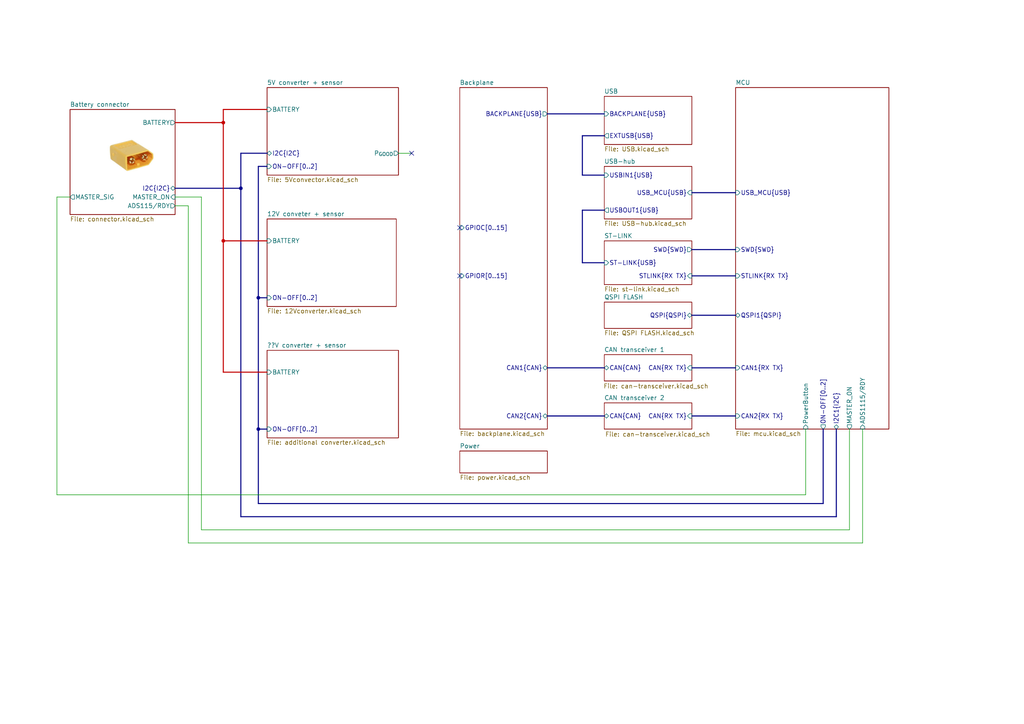
<source format=kicad_sch>
(kicad_sch
	(version 20250114)
	(generator "eeschema")
	(generator_version "9.0")
	(uuid "090a8e41-87a8-4fb1-998b-60a2c0dc4cee")
	(paper "A4")
	(title_block
		(title "ModuCard power supply unit")
		(date "2025-08-05")
		(rev "0")
		(company "KoNaR")
		(comment 1 "Base project authors: Dominik Pluta, Artem Horiunov")
		(comment 2 "Project author: Maciej Chodowiec")
	)
	(lib_symbols)
	(bus_alias "CAN"
		(members "+" "-")
	)
	(junction
		(at 74.93 124.46)
		(diameter 0)
		(color 0 0 0 0)
		(uuid "1541607a-7459-4639-808f-fa9bd898a1d6")
	)
	(junction
		(at 74.93 86.36)
		(diameter 0)
		(color 0 0 0 0)
		(uuid "6a893055-fba6-4b49-8375-1ff2a6b239fa")
	)
	(junction
		(at 64.77 35.56)
		(diameter 0)
		(color 194 0 0 1)
		(uuid "954597b0-c1bb-4ec8-abe5-2f8bc7dedc78")
	)
	(junction
		(at 64.77 69.85)
		(diameter 0)
		(color 194 0 0 1)
		(uuid "adc02818-b53b-490a-a61b-8c7fadb384fe")
	)
	(junction
		(at 69.85 54.61)
		(diameter 0)
		(color 0 0 0 0)
		(uuid "fc3e7a24-ff53-4ab9-ad30-8a43cd3e2a22")
	)
	(no_connect
		(at 133.35 66.04)
		(uuid "225d1b4d-20a1-48d7-98fe-8709d91fa2b8")
	)
	(no_connect
		(at 119.38 44.45)
		(uuid "43708d98-1893-408f-aa9a-ca905a0af934")
	)
	(no_connect
		(at 133.35 80.01)
		(uuid "b3c7e6b3-59d6-467d-a4c3-b7bb1d57cd13")
	)
	(bus
		(pts
			(xy 175.26 60.96) (xy 168.91 60.96)
		)
		(stroke
			(width 0)
			(type default)
		)
		(uuid "088fd8c2-eebb-4af1-bbe0-793e15cd7b8f")
	)
	(bus
		(pts
			(xy 69.85 54.61) (xy 69.85 149.86)
		)
		(stroke
			(width 0)
			(type default)
		)
		(uuid "09a1132a-8436-4e33-907e-9f7278173dc5")
	)
	(bus
		(pts
			(xy 158.75 106.68) (xy 175.26 106.68)
		)
		(stroke
			(width 0)
			(type default)
		)
		(uuid "0b7c907d-f1c4-42f1-b83e-70387c7fa799")
	)
	(bus
		(pts
			(xy 200.66 55.88) (xy 213.36 55.88)
		)
		(stroke
			(width 0)
			(type default)
		)
		(uuid "0c1d7469-42a8-449b-8405-80a700e5dd75")
	)
	(bus
		(pts
			(xy 74.93 146.05) (xy 238.76 146.05)
		)
		(stroke
			(width 0)
			(type default)
		)
		(uuid "0d01b7bb-86dc-4fd0-88c6-3042db48a1bc")
	)
	(wire
		(pts
			(xy 50.8 59.69) (xy 54.61 59.69)
		)
		(stroke
			(width 0)
			(type default)
		)
		(uuid "11e9f1c8-2db1-4b1c-8076-ec319cdc24cb")
	)
	(wire
		(pts
			(xy 64.77 69.85) (xy 77.47 69.85)
		)
		(stroke
			(width 0.3048)
			(type default)
			(color 194 0 0 1)
		)
		(uuid "1fdc8cad-0428-4b7d-b823-4b0ff1a9177c")
	)
	(bus
		(pts
			(xy 74.93 86.36) (xy 74.93 124.46)
		)
		(stroke
			(width 0)
			(type default)
		)
		(uuid "301c8641-e1f3-4d66-b456-0ececdedf1fd")
	)
	(wire
		(pts
			(xy 64.77 35.56) (xy 64.77 31.75)
		)
		(stroke
			(width 0.3048)
			(type default)
			(color 194 0 0 1)
		)
		(uuid "31b0536b-c028-4f09-92bc-e53ca49a321c")
	)
	(bus
		(pts
			(xy 74.93 48.26) (xy 74.93 86.36)
		)
		(stroke
			(width 0)
			(type default)
		)
		(uuid "3245d621-545f-466b-892a-e783114efb78")
	)
	(wire
		(pts
			(xy 250.19 157.48) (xy 250.19 124.46)
		)
		(stroke
			(width 0)
			(type default)
		)
		(uuid "3294e04e-849c-4836-a3af-398ecb8e5196")
	)
	(bus
		(pts
			(xy 69.85 149.86) (xy 242.57 149.86)
		)
		(stroke
			(width 0)
			(type default)
		)
		(uuid "336e48a3-9a67-4cae-8f35-baacf28ac3fc")
	)
	(bus
		(pts
			(xy 74.93 124.46) (xy 77.47 124.46)
		)
		(stroke
			(width 0)
			(type default)
		)
		(uuid "36823def-58a4-42fb-9281-b92a6e41d0b8")
	)
	(bus
		(pts
			(xy 175.26 39.37) (xy 168.91 39.37)
		)
		(stroke
			(width 0)
			(type default)
		)
		(uuid "3922af01-4562-42b3-9ff2-97c27f6880db")
	)
	(wire
		(pts
			(xy 54.61 59.69) (xy 54.61 157.48)
		)
		(stroke
			(width 0)
			(type default)
		)
		(uuid "3ad39b6f-e2f7-47f9-814a-1ff2965a2617")
	)
	(wire
		(pts
			(xy 64.77 31.75) (xy 77.47 31.75)
		)
		(stroke
			(width 0.3048)
			(type default)
			(color 194 0 0 1)
		)
		(uuid "3c00498a-afe0-4834-91a3-9f67bdec653c")
	)
	(wire
		(pts
			(xy 58.42 153.67) (xy 58.42 57.15)
		)
		(stroke
			(width 0)
			(type default)
		)
		(uuid "3e6aefc4-8dbf-4c87-bf10-786f4b84e793")
	)
	(bus
		(pts
			(xy 158.75 33.02) (xy 175.26 33.02)
		)
		(stroke
			(width 0)
			(type default)
		)
		(uuid "42069d11-2d8b-4c0c-a1bb-3e4cb654db23")
	)
	(bus
		(pts
			(xy 77.47 48.26) (xy 74.93 48.26)
		)
		(stroke
			(width 0)
			(type default)
		)
		(uuid "5150c244-cfb0-424f-99ab-8ba86bd40ee0")
	)
	(wire
		(pts
			(xy 50.8 35.56) (xy 64.77 35.56)
		)
		(stroke
			(width 0.3048)
			(type default)
			(color 194 0 0 1)
		)
		(uuid "5237b262-bbc4-41fa-b76f-54ff075530bd")
	)
	(wire
		(pts
			(xy 16.51 57.15) (xy 20.32 57.15)
		)
		(stroke
			(width 0)
			(type default)
		)
		(uuid "5a8bc336-520e-40a5-a3b1-d029995ff33f")
	)
	(wire
		(pts
			(xy 16.51 57.15) (xy 16.51 143.51)
		)
		(stroke
			(width 0)
			(type default)
		)
		(uuid "6d200495-f085-4e57-963a-f4ae8674d3bb")
	)
	(wire
		(pts
			(xy 246.38 124.46) (xy 246.38 153.67)
		)
		(stroke
			(width 0)
			(type default)
		)
		(uuid "6e6141fd-ce42-4f3e-9325-eaa40b879696")
	)
	(bus
		(pts
			(xy 74.93 124.46) (xy 74.93 146.05)
		)
		(stroke
			(width 0)
			(type default)
		)
		(uuid "7334425a-1796-424d-bde9-38a3b90f26d9")
	)
	(wire
		(pts
			(xy 58.42 57.15) (xy 50.8 57.15)
		)
		(stroke
			(width 0)
			(type default)
		)
		(uuid "78483178-829d-44d4-9c65-7fb1f3aedbcf")
	)
	(wire
		(pts
			(xy 54.61 157.48) (xy 250.19 157.48)
		)
		(stroke
			(width 0)
			(type default)
		)
		(uuid "7c6a8176-954d-4e5f-af39-64623c8b571e")
	)
	(bus
		(pts
			(xy 200.66 120.65) (xy 213.36 120.65)
		)
		(stroke
			(width 0)
			(type default)
		)
		(uuid "7ffc347e-25a7-4285-8492-119d5028459a")
	)
	(bus
		(pts
			(xy 69.85 44.45) (xy 69.85 54.61)
		)
		(stroke
			(width 0)
			(type default)
		)
		(uuid "8316c7e6-aace-4cb5-9f14-6b2a3e9aec10")
	)
	(wire
		(pts
			(xy 246.38 153.67) (xy 58.42 153.67)
		)
		(stroke
			(width 0)
			(type default)
		)
		(uuid "834f94d7-318a-41b4-acc5-deafc73198d7")
	)
	(wire
		(pts
			(xy 64.77 107.95) (xy 77.47 107.95)
		)
		(stroke
			(width 0.3048)
			(type default)
			(color 194 0 0 1)
		)
		(uuid "8506fc58-3112-41e7-b975-8196d2afd271")
	)
	(wire
		(pts
			(xy 64.77 35.56) (xy 64.77 69.85)
		)
		(stroke
			(width 0.3048)
			(type default)
			(color 194 0 0 1)
		)
		(uuid "90c22521-043c-4f23-814a-eb5afa9827b0")
	)
	(bus
		(pts
			(xy 238.76 124.46) (xy 238.76 146.05)
		)
		(stroke
			(width 0)
			(type default)
		)
		(uuid "978d879e-0af1-4501-8b31-8539f1afe6b1")
	)
	(bus
		(pts
			(xy 69.85 54.61) (xy 50.8 54.61)
		)
		(stroke
			(width 0)
			(type default)
		)
		(uuid "a82cb6e8-f416-4d8a-84d6-e58ffa9ddc25")
	)
	(wire
		(pts
			(xy 64.77 69.85) (xy 64.77 107.95)
		)
		(stroke
			(width 0.3048)
			(type default)
			(color 194 0 0 1)
		)
		(uuid "ae0bde45-039a-4227-a519-1f52c286387e")
	)
	(bus
		(pts
			(xy 200.66 91.44) (xy 213.36 91.44)
		)
		(stroke
			(width 0)
			(type default)
		)
		(uuid "bf0de6b0-0fc9-4b0f-912e-193053f69f46")
	)
	(bus
		(pts
			(xy 168.91 76.2) (xy 175.26 76.2)
		)
		(stroke
			(width 0)
			(type default)
		)
		(uuid "c7a70df5-1b4b-46c9-a0b5-092a546e1998")
	)
	(bus
		(pts
			(xy 158.75 120.65) (xy 175.26 120.65)
		)
		(stroke
			(width 0)
			(type default)
		)
		(uuid "c8659fb4-8309-4884-99fe-e479e3dbee23")
	)
	(wire
		(pts
			(xy 233.68 124.46) (xy 233.68 143.51)
		)
		(stroke
			(width 0)
			(type default)
		)
		(uuid "cb98a811-e5da-4dfe-9740-1bf9f0ba627d")
	)
	(bus
		(pts
			(xy 168.91 39.37) (xy 168.91 50.8)
		)
		(stroke
			(width 0)
			(type default)
		)
		(uuid "d346c99e-d019-4069-bd82-8cd62f31a854")
	)
	(bus
		(pts
			(xy 168.91 50.8) (xy 175.26 50.8)
		)
		(stroke
			(width 0)
			(type default)
		)
		(uuid "d483e764-8507-449d-983b-24a260b85a68")
	)
	(bus
		(pts
			(xy 242.57 124.46) (xy 242.57 149.86)
		)
		(stroke
			(width 0)
			(type default)
		)
		(uuid "db7114a5-86d6-4b69-9ef9-55dca3f1f4eb")
	)
	(bus
		(pts
			(xy 200.66 72.39) (xy 213.36 72.39)
		)
		(stroke
			(width 0)
			(type default)
		)
		(uuid "e0896ddb-f544-4d74-9e0f-10bfadbbdd75")
	)
	(wire
		(pts
			(xy 233.68 143.51) (xy 16.51 143.51)
		)
		(stroke
			(width 0)
			(type default)
		)
		(uuid "ea7e4a6d-06e9-4269-b429-c406d5434d63")
	)
	(bus
		(pts
			(xy 200.66 106.68) (xy 213.36 106.68)
		)
		(stroke
			(width 0)
			(type default)
		)
		(uuid "ef28c418-2b23-4a89-a4bc-eaba24d2bbc8")
	)
	(bus
		(pts
			(xy 77.47 44.45) (xy 69.85 44.45)
		)
		(stroke
			(width 0)
			(type default)
		)
		(uuid "efde31bd-c589-42d8-b39e-ae64ce2a5e1b")
	)
	(bus
		(pts
			(xy 168.91 60.96) (xy 168.91 76.2)
		)
		(stroke
			(width 0)
			(type default)
		)
		(uuid "f1a21ac5-05c7-4b93-b021-879868b83e38")
	)
	(wire
		(pts
			(xy 115.57 44.45) (xy 119.38 44.45)
		)
		(stroke
			(width 0)
			(type default)
		)
		(uuid "f75ca01e-92ff-43b1-be2e-72ae0014cd33")
	)
	(bus
		(pts
			(xy 74.93 86.36) (xy 77.47 86.36)
		)
		(stroke
			(width 0)
			(type default)
		)
		(uuid "f7ebb7a9-db25-4a5b-8fd9-8c1b932371a4")
	)
	(bus
		(pts
			(xy 200.66 80.01) (xy 213.36 80.01)
		)
		(stroke
			(width 0)
			(type default)
		)
		(uuid "febafd41-3b8c-4c9e-983b-edee1607b41c")
	)
	(image
		(at 38.1 45.085)
		(uuid "a5ab2295-f476-4097-be51-54491b820c1e")
		(data "iVBORw0KGgoAAAANSUhEUgAAAQEAAADECAIAAAAQ3AMZAAAAA3NCSVQICAjb4U/gAAAgAElEQVR4"
			"nOy9SZNkSZIe9qmq2XvPl9gycqusrK2X6p7pGcyAIMEBhAQHpBC8AxDhEVfyyl+DG4U3CkV4oggF"
			"B4oQpAg5nAFmMNMzvVfXmpVrZGy+vPfMTFV5MI+o7ELlQLq6uiuywz8JyXSPSM94/tw+0+1TNXJ3"
			"bLHFNQZ/3RewxRZfM7Yc2OK6Y8uBLa47thzY4rpjy4Etrju2HNjiumPLgS2uO7Yc2OK6Y8uBLa47"
			"thzY4rpjy4Etrju2HNjiumPLgS2uO7Yc2OK6Y8uBLa47thzY4rpjy4Etrju2HNjiumPLgS2uO7Yc"
			"2OK6Y8uBLa47thzY4rpjy4Etrju2HNjiumPLgS2uO7Yc2OK6Y8uBLa47thzY4rpjy4Etrju2HNji"
			"umPLgS2uO7Yc2OK6Y8uBLa47thzY4rpjy4Etrju2HNjiumPLgS2uO7Yc2OK6Y8uBLa47wtd9Ab9t"
			"MAUAItBme7H65zA6M1MgJnYAsAx194ZMIIAQGOab/8KBuP1ofkOg7RndXy3MgMoB+sUfeMEvfGdD"
			"kQInCAByuDk5WAgAPvfyLX5t2HLgK4YjA4AzACJ54Sd587cBTiACCYDRwLwhjDv4Yum/+Motfq3Y"
			"cuArRwbgqDTgzX7uABsAqtv/C7fczRzqAAkc4mAABjS/+Qu/rtg6nb8WEMjJ3ByAuwOcIQRI5QSB"
			"Abfi7jIcF01OJm0jzcwRFU0avWm3H81vCFs78OuAAXCou7m7u7o7hxYwhpmNeVwN/TINy5LGdvVM"
			"vSBSt7O/s3+HpreBObwBbb2h3xC2HPiqUW8nwZHNsiObZ8Bofe46lrzOw2Icz1J/WtJSy9isV2Cg"
			"DdTO2umdye6b09kbPLmJOP2a38i1wdbgftVwgCoTGGTuBSgOe/TjP3NLpmvyNfs68jiRLKSxjSYo"
			"7ovF4uT4LLSLvYOyt5dm97/1db+T64KtHaj+OoaLJE4NYzeZSwdRAeBOMDKDab1j7AGqMId7ZtGm"
			"ZYYDJmYo67R8vjp/0i8ep/5E08Ksb1piN+YUKAVKQoNQIRQvY8pm3pLsGSb9GAythO7w3X8SJjth"
			"dgjeMbAb2DMDTAEAyGGqDkIkFqJtLvXLY8uBS9hnD30DACQRdWd34IWV5l6rYAXIsKHvz1ars5LW"
			"/clDt4QywJasK8aabBCyGBu4MRJ5Ik+CBE8EC6yr5TgWiXFPmt3inWowSJp9J073pgf3pgevdd0h"
			"IHAyzUTC8lmooOpEQrgsyW3xS+Pa+UKqSkQAiIherGN5BgCDq5qDOZAwca3pwlFT+AVQoADQ/sw8"
			"l7Qsw3JcnwzDae7PNQ+BToU0Bgshx5gDJUFyN1dxOJm6ZdLilmBKjrEsNSmpuMEdkUsX2iDdp8sP"
			"8jDN6VTTwg/fms5ugjoJTap1NOJqr0QAczMj3sbQXxLXjgPu6l4JwL/oQAgAMBxsZgUwNTLqNunM"
			"AoywoaTzcVhoSf3Zo5z6PJyX/gxlIRgbNmEIlswWnKMX8ew2WkmuSao9MXfd2Bkyd3cb86RppG1T"
			"KcPyyD12093JfOf2Dg85rVfrxbgYV4t0483d/de42wFHByXNDGmECQC7W95W1b40rh0HqlqHCA6t"
			"mob6/X40FogISWAx2qwpQz5xHXNajcNp6o+H/rSM50UT0rGQRSqzWEIYBSPZSG79sAIzmJxdYShZ"
			"tbipx5EcABNYEAkMkDBNpjtN0wBc1qPpuuTefbS8aG95BLcqQ1r3qbdxWcbz6c7N9sbrDhaJjHjJ"
			"YJGtJ/TlcQ3jgQLAsaleXb59c2ciIiMU11R0KHlQzf2T960M47go4zl0GWgIwYQMthQgiAcyttF1"
			"QMmqmWXCqLszzMzNzMzVjJdwJhIiZgpEQiRwMioAVLWUAoCZSykppRRCE6ehmRHNRp8r73qzz+3O"
			"5N63duY3prPXgAkspJJFiAWE+LXd0Vcc184O1LQlAQ73ukLN3L1rFV7Qn/XL5/35Ub98PqzOS+ol"
			"9O7KlgRjK6UN2sIDe6HB1TTnnBOsAE4wImLJZmbFVN0UZJuUDdHuBfEY9Qsw4qzKzACxSNvGEIWG"
			"ftQyDtl1SaZNLFPR0YZxWI5DUDbMb2MvdZPXPMxZAgkZfOsJfWlcQw58hksSuPuDv/4T19HLispS"
			"dN2gn1AKrS4wBqY2eCMupl5WNq5SydxEAgJZCADE4O4MIOWlWSUAE4KEGEJkEtNGHe6ubmYwuJkB"
			"5tI1k7aJoppUc8l5THnQPJ/vm2bNQzGNjXZxl4nERdPp+fO8XpT5Hg5uvRXarmZov+57+Qrj1fGF"
			"CkBwhbsbGTM4EIDRnYnphehWFa4IDHc44F5YTAQEB4w8w0esT/rVUb943C+fpf5US9+2iYiYVIgC"
			"NLAzKQBJJ+5qZmZFLauqmbr7rJlsIlszU5htPKuRrGmayWTaNhMiycmHYci5rM7PY9eBm+wkIrM2"
			"RnHLOW9eqACIECKLCDPzcDQMYz+k7ODQxraT0Bi47d4yC4lmiAfNzuuzwzfnB/fRzBJFgNVBCmIE"
			"BlAYmXwC1PsAwJj5Igu8DSE2eGU4oLnUbOaFjqZ+kN6XQETELheJTjIAEDbAAIVnzas8rtO4KiU9"
			"f/ghvLD3ZGvSJdkKOpLn/f3G3WHFNJmOMDVLcJ/KCICILuTQm99ydnpKRMwsHJmDiDALEaGLpZQ0"
			"lpSKqrsRERPRzs4eScxO/ZBUlclJc0lDE7sQOcYoQoDnnFMeSim7sTAHA0qxIY2pKDOLSDO944jG"
			"Mwv71N0Mk1thcsBxunvvO2bk3hIih8v+nRIvTL2ZYZMRrp/4lgMbvDIcqLHsi3C4uw8pBCZmBHFA"
			"3ZNZgamOp/BsZdRxOfbnqT9Nw7KkZOWc3IKoIEVOgVJkBSlMHUqmbkW1uCWHknnXsjuZwsyri1/X"
			"EtdyLQkRwWnzALwoY3Wu3Ig5xBhjbETk7LRHCOBGnZm5CRTYSLXrupzHlFLOo0NFJMYgIml12rZt"
			"FwOAnMYyJvMCYAQktAg7FHc17BnvFG+UwsFrfzid78137iDuAW0xKIH5s0j5s6rf5woj1x6vDAf0"
			"xY3r8uN0EDPIgAxk2Dr3Z+O4KONwdvwBafI8WlmJDsFHQWZyCQnkhCKugkTI5JncxzEBIDcA7gpY"
			"NSjnyyWRMDXMUbhlisyBSKgxdzfDpS9Ulz6ajfKfiJhl49gwr3oCS3GuUQG5sReYomRmlsDMICKz"
			"YmYOZWYyE0YUbphgeehXaRjXljm0sd0L7a6HmWGaPaiRN3cn84P9w3vz/TdoehM8VbAD4WLvcKfq"
			"vNWnItsoeoNXhgM5gwXy2f5lcIAM5RwlpeGs70+G1VHqT8dxUcrQ0Cm8iJfguWXt2BrxwFiMJwDI"
			"jaEEY1PACF4yAXBXg9cAADVolg4gQiQEosjUEDGce1/islPMuW6vAHPTquZSirszc4yxaUKMEbRT"
			"1LNTUS+laEkoiWCwwszMYGZ3c6iquntsJ5aLaWYUAaAljX1Jg8WZSOQ4DXFGYULcOrUOyohZmZr5"
			"7Ma9m3e+FfbvATNVFqkcYIDc6ZIJIWx9oQ1eHQ4kD0LEBiiQMC5Tv0xpWC8epKFP/WnqT10XkXMM"
			"GsRFn7MgEkUy9kJeUDJcvTHYZ2VaN3N3cuS0aWT06toQ1R2zmd40g6qXbKVoKabF3amZ1ownE9FF"
			"vp8A9ENmZmYSERYwAwCRW26SuXPg0DAzrAisYWq7ac55HMcx9WaFiEIQEVn0WUQYXkqxkuAWQogx"
			"GiZEBIrEDVEANwQGi1kxQqFgMpH2xnT37vzGvcn8MKEhEuFIJAR2l0oDka07tMErwwGgh2XLy7E/"
			"7tfHw+po6M9LHiT3pgnasw8tl2mLactNkOXZhyAjIjJ3VVctpajmdt7VNEx18aEbJ0E4GoGIQeS1"
			"mEtkhPMl19j3ElVnQT5U78yd4OzuG+UFNyIUQiD2UvI49v2wyjnfnB+m4kpBQgRQchIvbWSPMxEJ"
			"IRC5ah7HcRjXOWeiTkQ4BADqJCJNO2mapk8ZAEGIGNjUGQBGybFtKIY+l1Uyjru7B/f292/73ndF"
			"QghNkIYQajbcbaux+wyvEAeepPXp6enj85OH6+WTkk/IByaLiYQ8sjUoQin66Jbg+WDHzKyUoqUG"
			"D3Xtyjr3NclTFwSBiQTgtm3dvRiKaTIvplnN3VluEIGZRUgCiUh13MflKYAXVmHdVtkQADMrICMC"
			"M1jAzL5MYzbnGLoJEXlOAu0a6b0zs6K5pl+JnIhYEMK8mGZ1lihxwk1UJ1XPthKq+dMgoAtL5lOa"
			"jHlIOkobm+kc0o2j9KO/8Xf/uVSPLE4vOYALwm6BK8iB1FszQUECGoA9IwbAlpZ+cvTJeyef/iTm"
			"42lUIxudMoG4gUe2jpwDGVNPtAL3O8M5sRKbIashK5fMpkKdVOdbRODBLZhGUz7Nz+p+HEKom/2m"
			"r6CfMEOEJZAIMW9mn6yzVnMgAHmGFtNiZuJvu6ujgBJxkeAhEjMiYb1eF+MmTor5YjWaUjvpikzq"
			"G7/M1VzIWl8Ws9oXfrdq8v59rHE633nz4PB3Z/vfRXtPpStce/YLEMjrnAswate/gq+d5uLK1YlD"
			"uCziGIHBAOVxPDt/8v7q/LGXBVMmGLlDAQe1dXxDYjR1vwcxvBlULLt5BhkzN7Gbd5Mg3dqLQ1Wz"
			"qptmUzM1uHTtXERijCLi7qqacyql7O7OzUy1mJecCzPEmZm1MMxh5q4CZ5HIsYmcxjUzB3EJkTk4"
			"1K0U9bGkYTA3A9yICYGYhNsasX6OAF8CL9vL5u1e7ocnDz9oF7Z7c5jfeL3B1CBZc2QQBWK4wgkE"
			"vp7G4cpxgAUA+4W/KpJhp8vlg6NHP9BhEXUpUphI1WHOBrjBjTfjTOBwt0CgATMRCBcmE1I4xkGT"
			"94O4WXGouzM1McbQTYWb87KuQWflgNkIqJnmnCRQ0waiyo1cNKeUmnjDrHhR06ymZnA4kU3mqBw2"
			"t1y0lJJzVtXIkhKYg3ogCiEGkMRmMubxVyfA3wIdgkOVTlc6pHIyjk/3Dt6Is0ORibnllISbyzRp"
			"Smjar/wSrjquHAeqpMHdQWAYocCWy8WjvPiUoYGNSLXAzdkYTu4GN6CK0cQdgDgIzb4zwE5eXEfN"
			"Y8mj5TS5ue9uatmsmCFrKToS1JlMoeRea2AQ2ezrKynSNE2ItRocg4iZLddnzBxEYqwRBVzN3Sla"
			"KSXnkrOWDFVzI4DbZhbQEgcJLXEwNqbAoaGSNu/780z4Yp/nl4WOzI0FSYX6vFqcppNxeTSd3ty/"
			"9ztEbRMmlwOQ3OHXUoN99TgAALhIejjIYLlfPm+5CJPAzXw0Y0etzZopAY4RcEdTu2AMhNCo2pgL"
			"KQTS8LSdTlgwlEJExIGZYTDzUoqpNtOZu+ec8YJfISJt5FLKsF6YeQhhMplMp9O2bYmfAuZkpqib"
			"fdaiqi12zNyNzJiYY5gwBeYQWKjKeUgIcLC6DZov3i/h83bgZXHaF9uKl/lCUUIp66QDt9Y1nfnZ"
			"8vnw/MH7qzHdOLgzvfkGYPDWjY0Rruhy+PXiyr1pJziUQAx2dWKBkg5lJg0zXCVrMvMmMDO7O4xA"
			"Tm6O7AS4GDFBUknkxBCSKciULYkKvF+vWTw2NQ1PIiTM7hQaqXmkWt4CUCNjCWQOYne1UvI4MpGU"
			"Yl0TVbUf05hTGktWK2YAR2uIKDRBJBKiO3lVxYGMGYCqKtzMnABFlM1H8Dk78FXlKrKtnY1ZGOLZ"
			"3AeUIRCWRz/R1dP99enerbcxOWSJDMlqItduwt2V40Au2chizXIUAgu8sYyShJkVms2EyCSATEuK"
			"3jiw2Vi9docFR4GDpW04MDcAShmGXIqmw7199+LIZkU1azEzNsW8EXdn9hAuFf9ERFoSwaOwEJuh"
			"pLxMCwCq2YkNYG4kzLqu4dBwkFyk1hNqzs0c6mrmxCBmdzeYw0kIZJcL/QtCAnqJL/SSToGXcSZh"
			"3YZpjDumnsZknpuGmh0Z8tFwdvpkfbpenR++9q1m7y4gqhq3HPjaUUqCABLhcAdU4IE9jINzJAOZ"
			"CUUhESAV1QYAU1UAgBUwBxw8aRt3L7kUMycmYW66Rpoy9ubFvLhnkItI07RMYUyrmjCNjYjIZ2ux"
			"eCmqutGBUu1jZG7CATOTBHAwEnVKI6y3MImqZtncnajmUiXESFqIyMiDk7OBNhzw9Nl7/3XExNOd"
			"qMXHpIxJ20xZstkijQt2bsPcMZ6dfHq66Gf7R7fuvTmZH3zlF3D1ceXqA4pedAKFN/0IbtHS4uFP"
			"/t3/LKsf162xSu0BcxiwcWE3BSq3y0Vk0sEJFImCo3UIUYRz4OAo5Ml9IOvdekJyV9eNNJpJqvCB"
			"IES0QqkqA+aGqWVq6tO1vyxm/WVj2S++/5caz/r0P0iPzeiXL/j3XxzmNsMKLJDGw8SamYcOoQWF"
			"N3/vn4HEKWQLTiCUiEJQ2BSoNYSajIYZTBFefbNx5ezAy0EbN8DrDrrxWLwqPQGCuVN9AAAwEMOz"
			"g51yHRBEJEaVRU6AIYAbGIEstpvygmnVEdFG/hA7gEDiYAcbnAH/ipI2XyNcAphcyMnIM4xcFcTH"
			"H//VZH7Q7d9qwq5D1ODORAGyadgAFFCAWMDCvwV9CK8OB7wBzN1B5FbraAzUAMAJm4XJMAcTzC0R"
			"bUaZk5uTAewQReNwJtNqJYydGnIMxTbaT+ILO8BElKroaCO6l42ajgj6Nd+PXxHWRCJyYoeRD9AE"
			"EyI6e/bXi9N5e35798ab0/37gVug1WwXS91o83VRYcb8630jvzpeGQ6Y88XGf+EL1f7DWhsgI6+9"
			"lsR1AiLUzYgYgJPD1Uk2Te1wBTsxg42iu4NYPQFg1Ig2MAciAgSeNsNYyJ2s5mxqJvNruQ+/PL7Y"
			"ZHkMFxM11Fw32SsAWA596FdPUn92mIfZjbcgcwmxhi1u7OaMwqRMTuS/Bd04rw4HCBfRCwPmfnHi"
			"lzNg7OTk5E5wJQdIrJZ9DJ5AEeQErRp6cgaEnA0MlnpYRtNEANUFMidVAO6mvDkHwDbVO9oMZaFX"
			"hgNfHG8oMTnIFQTa0EDJ4SjTMCHp8/LTx/1q8vzZwZ23Jgd3BXOAqW4AFoHocHj5LRgR/8pwwN0v"
			"Ps7qEW3sgHlDIIWxi5NTVTyTuV2YDebquJgzEYnqptWeAsPg5EzYdLUzyAlMhM3sXQHkF6pmF1H3"
			"q7/9mcPVAXI3Jzg5AgPTtmEK7snLyTiu1mVhdtwu9g/u/q7wlHgOajdziYmcfhsEdq8OB2jjgLsr"
			"eEMDoNoAIrgC7ATyKhpi4+rvkpETgasCo06LcCe4FxCcvXZklpKquLo2wDAzEYgk+wqAgwB2Y/cL"
			"GvDVyqe9FC+pM1DOfqGSqFwHoAxHk8ZRdR0IO93Egg6rs/MzC3LWxBvt5F7o7iHs1pttvxUTHl8Z"
			"Dlwe7gKqjy8/WoabExMYUP9sh2Z33nCCiWxzFBirE1mdfGWktJnAgq4V1Ayjw72Y1gIWSVuw8YPh"
			"tR0RgLO/8kGxUrWBJCB2YicC6OSkD2LTKE0w8rXrOhC1gU+f/VU7vTMvw5xr50JnEAe2eaGvHmQT"
			"FzMxYNI5gJRo2bc706UABgR3xebuA3Dn4eKl4h7hGzF8oSUAciM2dq0bOOCEpi5iI4azaQCTgxVG"
			"iIaWPIIF7KACuKYXhZR1fA/wgqKhukmXD76qXvXPFQReqCh/8ZrjqC++6vLBeFGDI3cmB1AzAz0p"
			"8WbAxGYsjQPOezuJGU2gIB5ZCYWh7ip6oz/5eT75YLn4wfTm98Le9zy8kwDDE0ZHmDEC1USRqyNR"
			"mHwl9+E3gCvHgc+jdi7yL7/ZOIPMCVQ9Hta6dA0Kv9y8CFTcGVACuTvDDBkOMofgbyl4bdRKALCZ"
			"KFHxdc1rqAMjLitllw/q8q51k41LCGeiSSkiQsK1jbO2TLinee2BJncgW1ZPxYuZQZ9IDAYeFyUb"
			"z0zaHW9pn9s7ZsilF84xRADwQN59LTfhy+HKcwCoXby/7KucqCZ/ADcq4sHJyM2rH+/qpJeTdgHA"
			"okOBTCDf1Nxos3ZeclXuvpmncjG28TdSdH9Jnqf4C0YAlw82A4AJIBcwkQHMbgeTtpQ05kGH7GSx"
			"4a5pQuSmZGamIM5eiEiDGgDtOoInM+MylGUZLIdhEea3IX8sDicmSoA5Aij8WlQfvzZcOQ78wrEY"
			"jote3l9+c/UAwGEOIw9Gzl59nk2mm0COQr4Zv27Gm+mM5FxjRIUz/e236PKz/volJ+aODQ1efCCB"
			"BFRzy0TGMHIQk2HNLWYcmINzURSzXl01iLlbAoxcXZynRkTN808e5NJPZ+2Nm7dkSsv0+Oy4b8bD"
			"aK93093QzkGdqyQ1jiC6egvr5biil+rwSy7Ql+KAIWBTNq7nDMBqJH2xVomcLmUWqGtIwcZeHOx1"
			"oJCyv8QCXTo/F//bb2rje0meR+jyxJx6MRsaNGy4CAPqZOyNlqQjhxZXwBhgRhMCUTxbLsSYC2yZ"
			"+6PlycNnp4+OVmfLNJZuFm/evxm/wzfemc1m3XFZPnt+Mvf/Fflb3d7vI36DnIOzOqq1+Q3dkF8Z"
			"V44DVPvI4BuFDwBmEfllszAOIYcRCcirXNkJxHqhPRZzoPbiOABiBYyMjAAIe72G8DIO1ElYqPWy"
			"i4jla7QGvJml9fmwOIgCqNEwweRiD+AOUFgBipMalNxAQDnRo2dHj97/6OkHD4dn65iwE8I0TtLp"
			"ujmYnw+nPz750Z3j/rXfe3e+P0+kvvr+enxu6/V0p8fON6XZEbaMArwyYrorx4FLfOaJfykOYBMA"
			"4EIvsZkyaB4AMLlbjRO9DhCtOR93J3ZHuDif8qX2px6ZcTm7szbc4DdBgy+2A0E++/6LXWki+cIR"
			"cnYQrHJ+ddI3EjqOIcl4ls+fPD9+dLQ8X/3Vn/4gCk9C04W4Gw9Y3JOOgx3cvBVbSUO/+OT0fLVY"
			"r5d3333r4GAvxL1xWK/HvxzS06l92Oy9y+39SLu/5pvwVeKKcsDdiTZZjs+yG7/0/3JRNIPXaABk"
			"jkCoVWQFuGqKNqoBd2cjOEHNlRD/liJAPdvvxfFb9Wnlxm8exPbvxcRORMS5vnEBETlgAgLQAcuj"
			"k48/eXr00ZPTB8fpeG3rwkrfireLFe21wDIKmCCCENaUvB9DpKaR/uT4Z39+PJw9f/f3f2f2nf8y"
			"4tmpPlqtP13Tg85Wuwezpt19ZaQkV7B/AA5QSZqiTOEgB/LJo8c/Pv3R/6iqDGpCIPWSEsyYebQy"
			"mUxMPauF2DJzKgbAsl3OSgFwOd+haQrIqA7jh9GFBCjISJtdv1Ju4wNp4HqGEig4AiH4hcTIyYjI"
			"yMAEWLUzoXzxh1+qD0Z1pW42Y5C5T2hTanIiJwfDiCiXGtNXEnod7EVEOp7XgV8kIDaw13FJrRpV"
			"JRQ7sSo2R/91Rkm1GCJHcbHFuHj8fPn87Oc//vDhx5+uz3QqaI058yR2k9Cscy9CEhDEQQpLqjCD"
			"3Nh192o0OVCILDFKoHf+wfde+8br7Z39kcqqsGFnEm5Puxt095+gu2OIZ8NqOnNBgk6CTa7gkVFX"
			"1A78wsa/ES4LoJsw9EI7RETzSRe7phSzMdUh+6pqZps5i2aXO/RnGX1n39CgPqjpUK4pUaKNFdr8"
			"cqvCCt8IJshqtgrOVPOsxDCAmfxCw/2S9wQ4QS5U35sOUJhfBLNOm1/jAEKkeoSmQy9q5OaO3f2J"
			"11nXXgBjBjciQqojULvoNtK/+iuzdqt1Wp2vVmfr/uj8+JMnT9776PiRzlpS9S42LKFXVdgIW3ie"
			"cDSQOrI6EwPBWZ1cyuYSCajiKnJF4fd/8PPF2fmdb72+98adadctVv1ifSQk5fxHc2SPt7smVrEh"
			"s1xN43BFOXCJeo5qCGFDg00qxgCAjJhn87Zpmn7MqmTuRYtrcTPf+PxkDiYmdglEzHXJ1WPCFMYg"
			"h5FB63BcMHzDg3oBBKIaS7gCcEQmwM1c6k9hZAA5X2SyvtgXkrr6HXXqI9wAI5JkRkQMd5hvhN8g"
			"WMlntVdBmFlQmxaISGlN5BI4kINMVUtajaqzHSIASiimQ8m95jFbLh9/snr29OmDjx6cPF5wjxkw"
			"Q7g1adJKhMnURnYIe8tnJa2X5ds3DmxDPgLCxs1jEi/VVXQyh3OuW4X1TxYPzlfPnz9/Y/HO/Xe/"
			"vTfZWQ3jevko0TCOx7ODvzPZ+5YiAJHqJnL1cPU44A56Me8OYg4hECLcqimoMs+qX29bl+BRjVjZ"
			"wFRHPXMpVu3A5fkr1SBYqR0AXpP/BmOwk7kJbRyUi+Cy+i1GTkqAk2xoUMeVbihBcGYmu0xm/Yfw"
			"QsBadQqXQ/Uq/6qBIqFE5CIioV75xvRNdjiPaRzXqiqEpmm6SStEp88etbFtqfPRV49Xn77/4OOf"
			"f3L09DjI7mq1Wiy0JESGBhlDUyjsz1vVvB7XWnIT2ygU4d0UTauurqqqzs5iLBSZKFz4ck5Vn+s1"
			"0Tr1qKOdP3j+Xr/SXO6/++3pbJ5KUj0azhYs025+W+QwGwAwKV09ld2V5MBnahy4A8Ix1pMvSnUC"
			"yOsBGc4MR4LDLZEXJw8S3Blg1bHOvjWrszs3KRwDo27/da05W3VOHFSPq6Sant3ID7j6JqTV5aHL"
			"le4MqulXhguBrTYYvCSXStANsd1oozk1IjLOvNGhGrHTJnVDXSuX5xJUNYZ5MTPJDNcmCsdGiL1o"
			"f7YahpGf25Ojx48++PTxR0/XR+uQZRpn95u767PFDqaHLcpUBqdFSU/7YZ3XbzaYdG2Y8ryZzKYd"
			"mTE1s9kkYfCiJcGTsikbR6i45ILqUNax3Be3wktK0/kEpKvnZx98/4fL1eLuW2/s3bm5w8PJ+vF4"
			"/vO894043ycTdVdKzdXTEV1VDmxqt5unMcY6INqtOFklBwmIARud1Ly4JSCAuA6GrqMhiKoQ5rOo"
			"wODk1QuCY7PPAwCC1+ZAp43ojqsDXDs2QabMZLANewCCeD2MG8HBtWgq02cAACAASURBVPfyZW+r"
			"1h+Ay3IE6tMYC7CJg8mN6VINqAQRDiFU/Q+rsRlomTznNBZPmse0PFs+f3Z0fro4+fDEimMwGbGL"
			"ubDEHJBtL3RZbShlnTKYYww7N/anQv3TIy1jw3xweO+b3/4msR8dHaWU0AqZhTHTkGUonFRKgeWs"
			"YObAgUUgCMy1xKjkSXsR2mlmmvTpBx+N68Vrw/23v/NGa+MwPBmWD+L0PtOe2hVtOrtyHLjI49fH"
			"GwdSZHOidf0H8KpdZ6Kq7iRYUk0OZ2I1Zg7hYmbaZUF3IzraBMRsMK5yuvpZeu3Zd6oKI97QT9yJ"
			"iFydCE5MsGoqCI5cWUduDgGLO7+spMDIqASgOstxEwlLY+yGzYAYAFYrvjoYmatpzdnmnHLOpaTp"
			"OZ49ffrwk4enz048e+TAIDJqYgTDocZwqI46aIZCrQixxDilGEDihpQTrJtNBs1nfdlppwd/8PcO"
			"Xrvbv/fThx++39GpqPOYpB9ptcaq936wVERIhEPLTRMlMsImYT3GTS6rmTRxEnskG4azx0/17ttd"
			"4GK95SPQmmXPDE24elmhK8iBF1Ez+3ihAoUNBxRem1k9VGuwaSAmRVBzM0hoP6djs00tjC5pUBOa"
			"5AyyjYAI7F7oIhFE7GTwF9wYd98UXaEEcTJ42DC1Dkl9mb9LpWZFUfP3tIlSAtdaW/WCNo2eANpu"
			"4u7mZeyH9Xq9XC6Wy+Uwrk//8pPVYr1ejmLYmcxi0zDEi40ywKBu7gYxa5yF3P00lYZpChePMETV"
			"1iyAIFNGM3p/6l2+cXfy+394cOv23t17pz/6/0S1GQtiD2rUxIubYtpSCKFp27ZrpBEOQuROyD7c"
			"OrjRcBjXvbJ1045mIl0znFg8bCIZYQ3O1fG7mgKKK8cBigCYEdwRI9zNwGhvL6Yd0vlMsg4l06SE"
			"3fVwPlX1EicdNxznoU/jYMTgLheyEKvzL7CqkKGL7RafVXPpIjEpFw4Ow5vPSiaKTAnOVJuVieFV"
			"TeExTC/P9wZygNYUSrFNWY2ZhbyaJBFqONdkvwiFIERUNJVS1noaZCLWeZEuNl3DqquhPxnP2sXx"
			"YjgerPehT+erk0VeFaSddidoEF2My6E/XyGm2WQ+adpQ5okS5vCA1Kd8kluVucwP44nQrltYrE7D"
			"pLR7jKT7u3fKOnx8/njvhixP3/9X/8v/9A/Pjn//n/63iWernB+sT+f3DtePHnePnvlHHyn5sa32"
			"mtnO7jR0kODtBEQYx1TUD2cTy/3AhJbAVNyw8rLW47ce7cf9SWyWixGlSYElQDAA23jgy0Ikah2U"
			"wu4AMYjIybuuA5I6Tbp509GQREchDnUb35wzWaetXDz9cqj50ctSrCMDdV/3OvyXhYhMmHNORNS0"
			"bWikaOrTSpPeubs7jtb3vWeLLG1sRCTEcBjuaLaxH8d+tdB8ktfr/ny9Oj99tFieDLrSWbO/M90J"
			"CFEpZzdSIp42sziPyC7GWnxtuRExhzu102m7e2OcpPOHp8+fH8UGAblxnjedUd+1Xdyd3nrzm4uD"
			"1+NPf3j0wXuzs5SGxz/7v//fO/ffbvfmO4e3aTZ58PTpd+9/I8qOW/g3P/+AwaFtpIkkqlZyziTq"
			"X9QwdJFbAy66TameEn2F8cpwIDbTDKndBBuFTx1pINyvk5axa4SkGbMmrZ4NADix+QtDh4jx8raY"
			"L4Q5iOBOxBsFXz132+p+TxuXiZnrmUsSLDYSG2k6MShykQmHGE7TAmaI3HHbchcgmi3nsnyySLkv"
			"6TyVxTgshn5VsjHQuAYbS0pjoRbcNN08zluZlGFsSCw2EU1B8WSqmnPe2WvZfJ1TXq7jhJsg3awZ"
			"1rSGT9QkaSfUpxLaaXPn7s3v/M5/+i/+u2/+xV/87//yX67/5gfrh88/Xf/F39y++dY/+qPV8fLu"
			"zZtvfuu1k48/CQP/n//6TxePz9oWfC/KpGUpKedRlYyIJATxi3VfUw5+Wd/cLHszz3DdZIK3vtCv"
			"graZrz0YiIWr/kdEasZREXIZcsogU4okEkJXO8YZ/jkafIlffVkYrlN0idgd7hvdaO3FleAiYPbZ"
			"zoSIVPM4Ls0TB2JAs99o9yybjrksyvn50fmzs+MnJ+en58OT3HS6u8+7+0KSfLWGuoTJrJNmZzpK"
			"k3qM67NhuRJuRUJgMXey4kquyOauZEZ51Uvg4Fiu10ted7EFfDJvU1aMMo6jWRnZJxQ9TM/bebH5"
			"N/+TP/6df/f9j4Zh5e95Xv/5//GvfvzeX5vPb965O677m/O9Bz/+8fMHT23E24e3PIp0ITbBxlQn"
			"sDqUaNO//bmEGBGZgrwOwk9uCdUsXMmTAF8ZDnTdPig4gYVgBiYIw62ottNpCHFY96ouYSqTGXFI"
			"fSFYnbcIwMBfjgYXA9aM4PW8PDiIL3sPQAAzmBEiMVMZ1iEEK4VSnnWTSdulYTg+Pu77sjpfHT87"
			"Pntycv58tTpers9WwzqvlmgnuPPatHnncP/mLEQZdNCxrPtVjM28azXwKD6sNK1W61G73dlG5WVe"
			"g/6SSymlPxtmO1Npu8aaXFRzNi/jmEBTERltzGOSG7KCPD0+O/vwkf5v//rv/9f/8Oabb5z+7jur"
			"8TgsFs8frxanPzvKyAMmjm99450f/eSDw5vtd//we3/wvd9ZHf0bmoTQ8iTOSh5KziXX6X0bbOov"
			"9QtwremvYpZhmTdFmKtYKn5lONB0O4bgTszsbETOQSyX0/PFfDoL3Eig4uYcU9a86bvnDQ2IqcbW"
			"v/wsENssdN4UhWuy3omUUEtGICLIBcbz9WTedDJdp371bHHWnyzPV+cnp49++EG/HodFr2MRo0Dt"
			"DHFGDU9LP4wPP1yPa3/9Tbp5ez6dTkDZxuBkaoD4ZB7b2KyRVqVP65WIcGxCJEBKKcXTWFIA9+tC"
			"4yixmYToZGMuGEHIzq1HSUSvvXX/KfH7nz6f+oN7sw/y0TvT3fbmW3cev996v7h90Ey7Wf/shBK+"
			"fe+NTz7+RDp8+4/+4//sv/rP3VK/+j43kVumoNJyHHMeC0BaQBfr/hJEBK1qKoNn80RuVI3x1Vtx"
			"V++KXoImTuuyhpiTgcDEzpLGsloPUZw8sMSsSDln167dIbfP0eBL/eZqB9z9IqDYDLoT1FyS1Dmk"
			"m6lE83a2OlkdPz599vHRs4+ennx6PJwlzSqlnoBGIcTYdAFsZlZ096CN63B2lj75qH/2/OG9N3df"
			"f2f34LCZyLRQGXXdD4Mrgjcs3DbU50xwBhNIyCUgNuwuCLNhPeo6d1G4FRZEEw4io0BVhXITb3zz"
			"rZ+//9Gz0+XrN3h1Qz9ZfgLub88m+0qLdWrDZDXmvWnYaZqTh59MmnbvYP4v/of//uHZs/fff293"
			"3lEnxuZOTQwcJIRihn6ZL+/UL9gBJ2InuFtxy0QGB8pVXHFX74peAuG2Sk0u9TY1n7+zt5+GXIp1"
			"bRNCg1LMNTC5bfJCl/7Pr5IXqs1iLzyujQcC1OlFcnFgvZRx+PM/+8u/+pMf5hPscmxSw+sQNJam"
			"wB3MMDGXDC9qRRXDar5zdzLZffDp8aOHR8eL47Ph+M79+MbssNtp267LXvq+t6ziUQIm3BjBvRR1"
			"MxBp28amCU+e5DwWsYZDQ4XzODplCT7nbl1UCbnhyeFB/94HRWlv5/DmH72ziml49FQ//HD1/gPp"
			"y979u8vlYt52+fHy9ZuH6xDe/Qd/5zj3nyyP5cZOnHYcg1tSUnAQYSKB0Ysc+Pwd2yhObJM9+3K3"
			"/tePK8iBy7OJ6p+bY6W7nQNvutNE/WIU44k0y9JnzSE1wg0aTqYpjQBFFxgXBsDuQgC7O0ai7Cj6"
			"uX6JS430SyTPFxovqWeCXJKI2d1VzIWVxVnIraSkeb536/X7dvrD+TFuhFnKuvZkDXnMXfaZti3P"
			"rUxHGht6ttuNiWDhWbjjdw45Ppz87K/76XzWdu/0H//Na68d3r6zux92ImhFOnbRp42cr+Buqg4D"
			"eQwbR/zGYTg7KecnfT63nenOdDKDI41Lnp4G4ri2G/Hmp399+tb9P9h5t2leO3xnuvvx93/4Bnb+"
			"7Y+fwNudyeT5B5/c2mtPGLu3ps+Wp4lvdGPTjLMbY2BdeIP1+en+rL01312v10MepJsp0+3XD8ec"
			"x3Ec0lgsu0FEIEzWphDHxks3GUuceQsgc4m4cgdfXkEOvAREIUQlDizkcCuRELrmqp0EwFxPhQcH"
			"KJleNrlrx5yJc6KThAUmNtnBzowUB6lrfb7jwWdzuvPa8ODTVZg9v39r79k65acn+/tNE6Q1sMHd"
			"mcXMYO7FNiJxZ8DXZ6tJ6NqD6fo8n5w8X61w89bOndfvna6PunkjbbbOpvv99N7Nu/fuH37zm13X"
			"tW17frLK5GE6zeMYp3G2uzdqSmlo92a90OT27tFwmjhHt/F8CVciKm7uXmdSGsGYEIU8BHLUo9yq"
			"S1QGNiU1ss1IBDd8mTlRv368OhwoFKXT0ExYUeCu7CYMvXIcQNu27azDmZrCoGBnQS4TRcmhcFvC"
			"QZSDOXdIxLOdN7mRMbYseXbYHebJe48+3Ll1Z/oGP3/y0WqxoI5u7ky7RmKCqrpRKa4FGMlGKgWm"
			"7k5REYklNnG3CUFy6c/71fB09fY33h7G87FfMA87B8Pe622/y3l9+vRjfe3W7ZOTD376/gfl6fG7"
			"9+7u7u4+e/Z092A/iO69dW82mX73732HJ8699ovTs+Pjg/mcmc2suJGIiJhZiQyFUMMiUopf1M5Z"
			"V8FuUBYKsZEGQFYP7VVcb1fxmr4YJYhM4ELStuTDkMyyJyW+WiPNmDm2QdrGmlFHM3EHMYHVQ+PS"
			"gmYIN/d27r/dzQ/IbXbnbgyS12s+GyfT8snRT+gQ937v3Vv3Z0vx/ujj3qlPec7SEFIuY59M3Ua1"
			"EZ4AJSjDqRPWlArQNtPJ4c6Ym5PF82dHMBwfHDY3DncxU0cqw3q6F5p2h06HB48++tGf/fnibDlh"
			"+fCjx3cPdvd3btiqj1wmMJqEGxPmvDw/fXr28fv96eJgNiOiZKqEEKQqSIyJWUIUV+MSvKipmlmQ"
			"TE5kkyA7LFMQ1E2uXvMAXiUONLvt/ObZ824cExEXA5GY6tU7VdogBEFmE4YLc+228b5pabIT6MZ8"
			"9ub3Xv+Df3T7/neaOF9MPlqrjp8+as4HPksf/V//zzChRYt3v/3uQVqGFro6OlmcGmhCYVwNw0rN"
			"vGSU7FYEFtgDEae8dDeHDaqcBUEOdndu7PvHD7KZzfcxjQ3lGHMTFlTS8NM//ZOf/PAHP/3hzxvg"
			"8LUbi6fHiyFNpjvzbgJC/+Sxl3H505/s376JTx/g4UMp1nIQUHYzIbxw3w0QIgrCzBaEzMScJyjU"
			"Eh20zW3ECQD3givYTfxKcWBv7+YbJ0c/68/WxTKMYtddQT26uapb9jy6CnuIRMbmSqSqXhAODt/8"
			"9n/0j+//F/8UO3exGoxsODtp12Ns85iP1+MggVb9eTjYm9y+Ld7TkS3OTnXd7yCm5WBam+PYlAAQ"
			"K5MQIYZgViOEUQtHijE0UbpvvnXr5Ozxw09OwjEOVs3jx/y8/+mjo9XRBz8rwO7+9PW33/jud787"
			"np+vjk+fPH68e2e/tXZx9OnsnPuf/XS2Ou8fvD8++XRndz5pWyIqZhwETMWUaeOMGtcZjkwx1k4N"
			"2e+y7KF7rZ2/AZkCkEBuGbyNib8sFLx7880bt986t3VZnpn2MQTzwna1AgJVLSX1OQ1qHRtT41os"
			"565hEZg1IzptZthpEcan/oTXw9nTExmKnq0+/eFPp0UPZrNv3blbAlmUncODSQs/Pl2fPx6NigZy"
			"ONg2ndKZIM4jSDhEVxXSQFTFsmU1jHk9vR335jSZHZyv+/f+5snR8kkReMTOwXx+8+CP/ps//s7f"
			"/7vdzuy9n/zk7Nnzw/I9LB7h/DmvHoXUDw8ffHr67PjsYSnp7fv3p90EdS6AiLmbKgtTVgcKuTFR"
			"E0II0jUcghzcHG2vae9289eB1oEQoKVsOfDlsRyx105v3H6NxqNl0bWqg4tSuGKmwMyKaSlaFBZB"
			"QjA3L20739ubaheeHZ+tvv+Xx7cPb33njRLG5nTVH521oLOHz37yp/+2Xevt/e7/b+/Me+zKruu+"
			"9t5nuMObaiKLbLIntVttjbYs2zDiCU4MBwkc2Pov38YfJZ8iCBwnAQwDsR0Pki25pZbULbI5s1is"
			"4U333nP2zh/3VZHdaioiY1uk6v5AFN4rklVvuOudae+1vvbmOx9byrBQlXtVbHfudg9ObA12Dtqa"
			"KgHn26NKRJS6BBFx0UE1Nx0ynLkyFE13P2WUcRq2to3m9XjtqjJU5SOOv/0f/+C3//M3bh89+O6t"
			"j3B168rbrzXzZaGX0oc/xOM7uH+YlvP56SGX+dL+aFzXwfm2j1MWVtWcs2Mn2bKpkmUhUmYhCY68"
			"l3K6XFXBz6iY9ZeZECf92Zgv/WTkT/7kT37Wj+GngpwCUlRXx6O3k5bz09P14rGH2lqFQvRjCYU6"
			"JG5bt8phKdlRb6UI60MUuc8024S6/tifsx5lIAMJyKAESv2U42lrUQBElC2zEASg7Bxi4VmQcjpt"
			"UknV3Q/vnDxYnR6nBp1NK92q1+1a9nYXVczT6v7Rw6997as7o+nDWw/S8fdW924e/dM//uiv/nLx"
			"8P6qxSKvj9frrXffHZX16cmCiIPI4b3bWB/vjGR9uiTLLOo9xcK50oXSudJN9v1kt5puVbHwfWJ5"
			"COwLZxgLec0dYTGdputX/VvX/BuX+fO/+YU3Pjdtl3ePDm5Su5q5EJPqfFUf/QAnJ6vT+WrV9scr"
			"dRztzK7KVVlRk5AB7tsxxHFm1VpNnGgM7ELFMvY0ndpk59h+7fL1X6v3fxFcLVtlOGZ2El7CFKtX"
			"Zhw4q0UX9sXelTfLIh3cL44P70zLRUpp3h5RR+SERYLWml5ogtQ3lAF9NcRZZ9nzEcUZ4ECFh3qw"
			"Ia1byoSUb9246aeTt65cee+tt7uHD++dzquy/ME3v/vw1i2cnobIl/e3QzF/fNoe3Ph+99GHe9f3"
			"63FsTh81zWk5Kbj1R0dzjuhDA8R7H4OLQbwj5mIrOGIy0SaXo3p+OJ8fz09Wp6atBOc9jMg6zWuz"
			"wOxD9+DeUW7DdJKNKFErd72EEtKujkS7nel4sV6vj04s53JWTi+NW6w/8/mmjgqJiGi7lWdfj2dW"
			"X1qmqhpdEjcBPPqC2n4J/dJd/8ArpAEkI2YDyNd+y23NxlKPtfhw8eBv2YtEInSWO2odZWErcvjs"
			"9+z/gfFZ1tOZDJ6T0oVGG1Ibea8RqbO8anNCSX5ra/povfxf//XPd6//42x3L4SgGaWsDw7ux8Cz"
			"cbW1V2/NqsXxkk2bb3+LsSgqXi4Oky3HO7WXtCaF62t1nA/BFzGEIN6JiIXeQ5pCEYtxrEbRHfDJ"
			"yYktGVAlmBoSp4ZWJ5pWbY1Hi6PHbVn5svKmqVMXislofMRzp5hOqylvH0jKpqP9kZuFNq2fVIae"
			"QUSEmBVg5ZplUqKccHytiJfj7C2J20CpuS8kwVmC1ku3kffKaMBD5IkdewTJ+NJ7Mr5yWzvtTlJ3"
			"P6fHbGugYSLRF+hc2nTdfFoGz4kTalKHrnNGjl1LKUNBvFysOjKuiunYLw4eH958fHnir17aA9jP"
			"k0U96lYnSNNYjby0p4t7f/2/l7d/EK7O/FaIhRuNw85kv7q2f/fxIzo3OXVyZnWKjnKXsubk2AUX"
			"41bYLWejddU+WM1Pl8fzhWaEUAaO1tJyuQZT1zUiR0VRqKbcdrkIfjqLr41yl3xVlls1+e0sFMfV"
			"aZ47+sSYeN4xE3y1WM19wZNL224yXdPE8ZXp7tdQX4croB6APAmyfcmMPQG8QhoQObOi7k1xsyOZ"
			"FqPxu1/546ODD+/e+tby8AN0B4Vk51rwC3h/8yaEGPbU3efPv7FsZpaTaYKRZ4rBS+G84wfzNTxv"
			"XXntwcH9Euu07m59cGdrNiZCzlnXyYBq3BXRrVbNJLjTw4PCtyOZlVT4GCCQ6GuucNYPTdp7NWYD"
			"nGMiS+KQtUPLzL4WX1edkrnUWtO26phFyExMqWlNc9A2p+UamswyWhy0J46OmbmknTidlLMKjrKj"
			"1WIxduX5OPB0x4xa64KE8chPdqyaGV1x9ZuYvAsu+xeSN8Uc2FSeP+8L+i/PK6MBAKpQQ++ZQtR3"
			"xDD8eHb1y7HaenRv7+Dud9bzOyrLGIHPLmf8yZzJYLMweJFRO2mGgL0DFJYdeRHHLLHEF9998+1f"
			"/Y1cj//0z/7Hoxs3arNYtodHq1AIEqpx5QNl42X2S4nl1rTtViVC93jVti12pytOK81cemCTsAQh"
			"0t76BZrNsw9xY6gEgJlEpNit4sRXW/XJ4+X8ZLVqFmJevIMvRARZreuMWRiZZZmw+vhwe7dMs2mb"
			"miyajU3Ne/nU2ui8ejfb6Wi2F6a7LSYqu+XWO+Xkc6AyE3jj1HEWpg4o+CU8KH5l9oV6erc2ImMi"
			"hhFomZbeBV+MJ7NrUSbZJBkyiHPXe+5jM8vp3SWePRYbn6WPnQ03GweKzwh77K86ZiIyZvWeQhAi"
			"Vc1rTT77Wz+41R21aHqTR0uW673ygzt31nX93m/+5u/+4X+a7Ow2XVp0zeo0gSUtm8rFnOjR8VIm"
			"WztvvXNcukWXC+doseblui68KzwX3qz3yOhdXIg37gKUO2Uws3BvfkSb2YornC9iURTi3WbQkMxi"
			"WRvtGkuNWGaGMTJbInWu2d3bKScjY06EbBmg4CNpn2oG6n1u+p9O8KN1rCcWdzq3LaNr4933uHgj"
			"5ZAZBPBZVCU2vRcvY9HcKzMONG0XgyeinJrUdjEEIgHYhWZtKm0VXLV1/ZdHk63bH//N/fsfOCyf"
			"+3c8+fjXp+4+H0lzjLEoy0WYZ+4sW9Lcdp3P4b2vfOm1r3zx4XK1v7t97Utf8iI3J+M/f/9PSyaa"
			"Y+RSqIK4+r2v/vrv/tEffvPh9x6+/8F0vpD799aHt5uTpUo3qbY2rfwAWW9623vgWRkKM0tZs+Zs"
			"qpqMAOjakUAYEmq/JdNyVDXLddek1fxYLQuhjCV716l1juDD7tb+7qU9jn6tnYiAJeeOHc6jID71"
			"fMfTsM5d1yQ3msTRPtxU4ZXQ6hokQme5htkUMP4ZpXb+RF4ZDcTYl5qwuELckzq5YDMiQkS/7cBb"
			"V/ZHf3Dp87///l//F3QLaU99WnhR71ipTIplnjvnoLRet8gpBidkOScvHmfz7DPfcvTlPj/+YPoM"
			"1rNIU9XsTJkkMGESqzK5K7tbR7gFyZtGdIQxWs5NqKa773zxw0dtK6N6//WrbX7jrb+/+/HDUGG5"
			"6FbH3dWvf/nXv/HH68+/dry+sfPFt9zHN5vTWzhtWiXP5TphnCnDWrLMMIa43pQazpkT0Wxdk40Q"
			"fGFmbds6CeiHPwcfg5+GMWoAi5MKZ0vb84kNgDCu12RAC0+b+CrxKVsouGk1g1yMJJS1EZfLwqWq"
			"yrpL4y+Ul3+n3P4KuCBDEA04e482TpYv76X20j6wF6d/U7/6y7/1w+9+6+Gt5djHILZcnSpyXdfc"
			"JU4ws8DGznvvoekFwmOezijARjwEQFNuV6ldrYW4CB4qydRyahbd8u797Xu36u7U2N89fWhpOb20"
			"+xv//t/+1f/8i9N7h8bu333jj67/ylfS2N/6wQ+2iWnZHN+5d3Lr1gjp8tUrcWt8qh0Hp6pkmQi9"
			"tSrUoLpqk4j0XfZE1EeCyLN9HGJVPunIe0oGm2fFZ01zZ9pIqfdslZw6TZlEowshlquu8qO9Ynal"
			"qGd9KNpTu0CvBj+HGujPY9zkjdffLYo4Ob7/w/nqIasI22KxKD0DmnuvcyaGdkb6Qstf+6RLwian"
			"3nQ1Xy5PT8V0XFXdOq+6RNYJiuXB4YP3v3ntzcvla69NXLcuoPCvf/m9v/8/f5Pv5dUoXP/9r8fX"
			"92/eubM+PN5enhx+eOv4hzfT49NyNip9cMIBRCIQgkKYmJkMsAyiddc5mDvLciY1ZmaW/IydmBAj"
			"nm5MPZNBm1MvAOPNLpARiMgShcKT8Cqtu9yGooz1OIxGj+lyPfl8ufsuyl2DV4NCCckPmXz/ajw9"
			"Q+1zeXtz0rYry9lbb0z2Dsezeze/3Z7e6/Jcu+U4+GwK1axt6jilpBCiF5ym2lkawvndSLJYNevF"
			"Epp9YDhNasZw5mbBy/H9+//wF1vzt6v9a66YHS/bbjXHchHRvfGlL/n9+tbi7tHdG1dbP3///Yff"
			"/2B1+952DFWI88fHgqbYqpJ2JBwLr70pqpqwiEoKhXPOsVBSTQlJTZWeHYlw5pcBPFUxAvQJIaR0"
			"1iDPdGamCiEnThOIQiwm0zjZRaxc/Kqf/gLKq0B51jVMatm/OmPBK6+BHtvY8/ZhLUygTD5nE+Ht"
			"t3+pnkw//uE/nBzccG48Xx0SETlm57MlzWrEwuF5N1OfpDOd3e2F0EfmqCVVgBJx9gHOhWa52tup"
			"J2XAwZ3DtKgXc7dz3VFx4+/+Xk6Odjz/my9/wc0fr+7cwM3bjz5+vLzx4eLuXV22bqdU1dVqRa41"
			"n8n5UJWxLNRxm5OZOXHRB3PZsXhitKldrNr5UlMWZuPPvhjPNUC0UcrmWmc6Hx3O9QCgyyq58Rns"
			"qKjqYrSnxW6LYnTpl/zkMjABvG2sa+xlrIx7Nj8/GrDeMP0su4AZOdO6ReHHcfedd+rZvRsf3Lv9"
			"0XLdQRsnXRFy4KBdUj0L3Xix3/vJcSAzODofI/tThRplDuQKxzAn0K6VtfDRfNF+ZHcP4ctbf/d3"
			"Y+pGW2XZnP7oz/77ydFhOF7e/94N36WgXXZourbJcVxX5tLJ0aNROVEhLTyHGEMw4RCC914L8cQe"
			"bE2XVfNqpflZ2coAQG5j0vGpNTFtfCzp6QHBgJaMUmcezkUpxlZsZb+feLy19S5cBApVps3eJ4Ne"
			"mYkQfm400GPWx8j1ATNwDON4smrG1YTKuP+5aWvjVFcnJ/ebe2sbBgAADthJREFU1X3SdekhRNya"
			"ZX3eyqAfHwf6T9J16lwM9bReVUeaLWeFI/JU1myUTueda12oCCdN295T1RG1MovT6eju97/z6PCh"
			"dS28L31nXXaVF/Gh8K6qXAwqmRrlNulinZzzhQ9V7aqCnIAJkfsNeBK2hc9CSlChZz0vOt+pf+ro"
			"l86C2PqJ0PmMiACpPIlKQaEupRybm3F9rR5dYz+1TWADmal2yszuZY3f+0x+TjTQ1zZ/YvmnLTgw"
			"oahiCyDH6OT1X/x6elTeuOEWtx6n5lQEBTPBoLD/743rfjRoU+e9K0d1LAprNCcVZiVN7XI024LS"
			"8emCjlcFw2nrFTu7ew9Pj1ayPrp5bwfOpbzIS7ftNZGwVJPxdGsmJXU6V+SqqmSVU7PWNYtWofBx"
			"UmVCm7pOYIAQibA5zgxlmPCzKp6ybQIQNoZY/c0zARidT5M2F3MxqoXbWLpiNNZYpjAqRpfCpXcS"
			"vJm63nvYyLpkToh40MC/NiLyaRtF2XzZfFe4ryBys6+/Xf5COXrj8P531qcf5+bEWydkAk9siq7r"
			"2jZ1RBx8FWPZNqef/SvVA8qcmaRtuhh9DB6AinXrhmvsvDmbUGxPV0eHx48O51Pn03wlIntF7MsZ"
			"UkID1YeLLYn0WOswM6aGlDXlznKxiOM02qnrrdZH12lYrtOqbSRGCKtRs2rbZRvGgONkgOY2tZrN"
			"Z4jnclw1sE6znOV/mfVlhJtQktLGxAZOJp1SyjlnhaqZ69MKmaXwPvpQ+lCI+KLKVIQci6Ubt+46"
			"j36pqH8Vuuv4KSddgateLouDn4afEw389KScXVFefesLkzrcuylHDz9K6Th4GwdJuc0pgTR4IQgs"
			"N6v18zolMzuS5JyD96UvA3tm5uD1tDGzjNxHJkuQUAYiOjleKdQ05c7gCEQsIKLtvTrGGEcVBUfB"
			"eXJlYJ8KO27AZGYppbZtU9MqHLJGLwojMk9IxEzkmM1A2c4eWB+EdlbmkEk1J+1MWzAg4pwj4Yzk"
			"nAtFdEUZikK8J3Eg6vKsNaSudOXV6fbn4+xtjqPzUeKV5sJpAE7BDjQb7XzhGo+reufw0feXpw+4"
			"nQPKBNdX3KjkBOT0vCcH5x1nzJAgwbkYfajjws+7rluv103T5C6f5dOIuhYAmFjIR+eLEGNwzo33"
			"ChIWEXWcGMzsQxGI2paUkDZm2Ko5izkhdsZJibKxGmcTRQYZyJv1GztmUILpJuS1zY1xAify7AJx"
			"iD4WIhLKQMzsA7w37xNLZhg401udOXI7bnq93HoX8RLgcjYnr7wKLpwGiJEydQ0XNCn2vnh1tl1M"
			"Jg8Pfvj4o7/1wQXvmNQ0k5ljYpL2GZnbz8JSVkXOucspaUckHF2U0otrmkYWggXatjUzCIxtNhn3"
			"WQriOQTni+ijd85ZIehr3EizZiGwERMX49qABqp+cxbmjIhEm8Rd0pQtm3Up52xmRiA26f0+QQAM"
			"3OcZdjx3jlwloRCJgXwA+8Qynu0oqINrLWSuTSq4wjj48Tt12A7xivO7xhPN3kiVG+DVm/x8igun"
			"gd4pOhZEfbOA357tf77e26O2aZtFuzpqm7nAIhuzbEoenwdmx5T7w9pOOyIVMZXsak8Fu9rXadQ7"
			"+PbtLxvDUCESEJGSmllGB+f7vSYCFGqmpCBT8ZGIxBQMTTmt297zMLdNajtVhVlq2pxzZypErXbG"
			"ROKIhZyIOIgQ0WRSixBHIR/Ih8wBFLPxCWqlAjJiv+vinisuS9x2vmoLFGFLaBsWuxZdp+Kzfxnt"
			"gp6bC6eBrDmwRx+RSDD1HHYiT9/5cjy49/Hd2x8suluRVio5W+pS+7wnyMFFiiiKQqNjRzBTymDN"
			"ZiTkgwvkz8OSiSjnxAIRIYEC0C5pMu3bD4kMxETWp3obKRqk/qJPWdG2slymlIwAy13X9cVCWXMi"
			"gxdjbmkNds6LFFFC5WKUEInddCtkWDK0cIkL8AhcE0elmfO1j9uxvOyKKwjb4BEMXuaA711SxEMC"
			"g/xLHjT2U3LhNOAR+lzXfjVHwqqlJnWjX9i5tmtudHwwaU4/1vZIuwURy/O3UzI7730IwYlYziam"
			"Zud1qWqWLZtu4jGZmdS4d7UWEBOJc0RZATU1I1WBgagfMBaafT+CKFS1/+w3M3KUUlIz7s+Gg2NA"
			"vAtSQJh9lFhwKDlGdgUJn7QFmJWiSkVum/wWu21y9WT7OktkF8EVqAS5/uSDbGSqZnmTk0sKUM70"
			"UronPh8XTgNdk3wgEgWSgVSFKIpwVkixd/nNMKndvY+b44enBsQQkVbP9/O7DnmzLNY+kduQoXXh"
			"+y1RVTV70prjJKiqWkqaVY0ZJMxMqmR90nJOShbEwYnrG2aYxTk+P8zS3u5KNstxJjAJOyOS4Mc7"
			"NUhMnIk3F018FgcSa2feVUW9Fep9LvdRXIHbAUrwZn7TZTVkRQdSIoopkDBJArWAwkSVoD8PGqCn"
			"bXMuMo22akIQJ4Z0Oj/46OGNf3h0/0NH3x35UUShawOIo+u4W7Rzd1ZjQNYJUlnoaOTKyq0b9RlH"
			"N249vnmnABXOJ02bGkwAT5Vq9nfPAw2E+oQ7IiI22LjL2bquSympKrMTEWb2RaegZGwUzQfnKg4l"
			"i7f4gMDMQagQicKFQyBiN5Muc5N8pzV4JnHHF1vOV9Vb/+EzXweml84H7l+aCzcOPItAkswUIJC4"
			"crZ1idM7dV3fvfl43qSOdFRG03axPsqWfAxnxRGf/gTR/vruL3oDmPSzujHPSR4AyHoDsD403ADY"
			"sv/n0btwXu9gwGpJzrlQFa6IFJwJKzq11vs3nHMhOBdEPBvDLCvsxN6QGGU0imHbFdu+2JIwhite"
			"LofKnymDBjYQzBGyKiuDPOJssv+5anaJHD24+6PjRx81Op+UHEtpW0tNy8EDgNGZF8vGRKovNACg"
			"tKneo7NEHeBJR+L5DfKbyUT/HT0bll3nwARSMJhIz3IwJ+W2IitpNnNEsfRxVPgYMu9n1VapVdLk"
			"yUdyhYiE+jfEl76sYzGGnwDB4BX8zEKii8eggTPMCOKMzj7fS4igKK587nfKybUbH4Wj+9/R9WJ7"
			"VJcSFifrzb4SnvKl62XARPZ0AwqhtwA4GzA+NRd6us5eCeehUCJIvU0LKZz46GKM7B1yjjH4sgpl"
			"AecTWZvyYpW7cKwWQRP4y754raxfL6t9iVOTgkTgQ19GmIEmW855HIY58IZBA2dspi5PHHA6hGRw"
			"LsyuxlCH26P46N4Hh4t5wRxC3aFfK/OZGLgfE4gUZ+WW1k+KjIxJdZPqZ58cB9w6bcozuW982Myj"
			"WteYmTlm8b4siqosqtoFn9AQB5Yi8SijTBY68qrG1aUijIpqv6ivU3wNbm9jT9lLOgMEIggQgSyM"
			"Z60DL97wMGhggxqYbBPpbQCDAecDDGq+mLz55rvleHL1wc33V48fJHRemqfasM5jF7kPAHxSmN8P"
			"AkTGn5gInesh5RbMJEws5JickLARlZNAwnCRfBRfko+dxI7YT+q2pVXDXVuI361G+1uTfV9NIb8I"
			"dnACIhAbcpe1y7k+9x8w6wPFnJgDhrf+nOGF2NAyO5Db9FcB/eUMgFLbZqAoyrf337xSFXsPP/72"
			"/Og2muWTuZB9wpTu/NLvZ0GbMKZ8tpX5SXRcMDM5x8FJDOwde8fMblSCvHE0juDSuFSOIHearkks"
			"68k0lNu+mImfEFdGnqyGIXVQMuLEXsUlcXb+dEzNaPNYB55m0MA5rICZkibkrEQmDsKq6xgqBSeF"
			"o/Hk8rtlsMcP4/3v3/rUf++/GuunvHp/fFPo6Rs8K0nYBS8xSBGk95EWSUtn8KrBuBaZ+mo7lDPn"
			"Sx79LkTgItiDXAYUyEAf0ClPasY9EAEsc8JGlsbMDO5XMMMbf85wPvCC3P7Rf3vw8fdWBx+M3WIc"
			"VEyjq8fjXV/eoISTg8OD27eb5WJURRc55261ViICi7CTEH0ovI/OuWJ6CYzMqpKzU5WcycCW7bfI"
			"VT5uh+pyrK+46hLx2MDyjPfrx0eYgZ+S4ePgBXnt9V8ZFTv3pDp98E+2fLQ19nEM9QerVIghcaV+"
			"at6tQdRh3VntWYIPRQxF4cvIzrETY+r8whBJxiRbwltOZpAJIUyufQkkkAguwCXgDfpiHjADP5lB"
			"Ay9I5r3p/qwMO3fC7PDeN4/Wd6SezyrJ66lqNldJMQoSyrL00VWmW4WQMJzA+SzUkSksmXa8xzKO"
			"Ybcor8fy9VBeR7gEEhhAZmo4i/wFdYaO5ZWvVX7ZGOZCL8gacIAzYPno4Nbf3L/7l55uTWdaIjqY"
			"dU23WJAhFFF8kU29j1k5GTcUMhcqhbnCSLYu/R6TwEVxJfsRSQWIgdctiMAGYjAAMiIjKJ5RyDrM"
			"hV6YQQMvyBpdMvUaIwO2aA6+ffjgW4v57W25FT1HNlgitWzcZlq3asVlUKQwkbjri8u+vhzKbfIV"
			"5BLQRwmowgyaYQZlCMAMIjD3zm/9FtQz4qEGDbwwgwZekBanjALwpBACMMfy7qN7H+rJn7N2yEvN"
			"HTOLr8WNTYKN3xZfhTDz5SWKl8BTgM3Q4TFABDHyRJ4g/b6N4Kg/gCMwzJkKmQAgGTTwz8ywHnhB"
			"pIkSvBFaoOmaKnjUV3ZeG80L6tp5tzpVXcP5UO5U40tSTRF3QB5wgO8rdpIiKWonAPfzn5yyZspK"
			"ZuSLEhufHwYBsjmLsKHO55+bYRx4URoAUIcsBiS1llMrZsTRtGFqwAnkQQVoZHCK3h9as7XK2pt5"
			"Eqzs6vOmNiCBDH0Hc1cCePJXlIAMqNlnr4mHceCFGTQwcNEZ9psHLjqDBgYuOoMGBi46gwYGLjqD"
			"BgYuOoMGBi46gwYGLjqDBgYuOoMGBi46gwYGLjqDBgYuOoMGBi46gwYGLjqDBgYuOoMGBi46gwYG"
			"LjqDBgYuOoMGBi46gwYGLjqDBgYuOoMGBi46gwYGLjqDBgYuOoMGBi46gwYGLjqDBgYuOoMGBi46"
			"gwYGLjqDBgYuOoMGBi46gwYGLjqDBgYuOoMGBi46gwYGLjqDBgYuOoMGBi46gwYGLjqDBgYuOoMG"
			"Bi46gwYGLjqDBgYuOoMGBi46gwYGLjr/F+9SEWnpuJvzAAAAAElFTkSuQmCCAAAAAAAAAAAAAAAA"
			"AAAAAAAAAAAAAAAAAAAAAAAAAAAAAAAAAAAAAAAAAAAAAAAAAAAAAAAAAAAAAAAAAAAAAAAAAAAA"
			"AAAAAAAAAAAAAAAAAAAAAAAAAAAAAAAAAAAAAAAAAAAAAAAAAAAAAAAAAAAAAAAAAAAAAAAAAAAA"
			"AAAAAAAAAAAAAAAAAAAAAAAAAAAAAAAAAAAAAAAAAAAAAAAAAAAAAAAAAAAAAAAAAAAAAAAAAAAA"
			"AAAAAAAAAAAAAAAAAAAAAAAAAAAAAAAAAAAAAAAAAAAAAAAAAAAAAAAAAAAAAAAAAAAAAAAAAAAA"
			"AAAAAAAAAAAAAAAAAAAAAAAAAAAAAAAAAAAAAAAAAAAAAAAAAAAAAAAAAAAAAAAAAAAAAAAAAAAA"
			"AAAAAAAAAAAAAAAAAAAAAAAAAAAAAAAAAAAAAAAAAAAAAAAAAAAAAAAAAAAAAAAAAAAAAAAAAAAA"
			"AAAAAAAAAAAAAAAAAAAAAAAAAAAAAAAAAAAAAAAAAAAAAAAAAAAAAAAAAAAAAAAAAAAAAAAAAAAA"
			"AAAAAAAAAAAAAAAAAAAAAAAAAAAAAAAAAAAAAAAAAAAAAAAAAAAAAAAAAAAAAAAAAAAAAAAAAAAA"
			"AAAAAAAAAAAAAAAAAAAAAAAAAAAAAAAAAAAAAAAAAAAAAAAAAAAAAAAAAAAAAAAAAAAAAAAAAAAA"
			"AAAAAAAAAAAAAAAAAAAAAAAAAAAAAAAAAAAAAAAAAAAAAAAAAAAAAAAAAAAAAAAAAAAAAAAAAAAA"
			"AAAAAAAAAAAAAAAAAAAAAAAAAAAAAAAAAAAAAAAAAAAAAAAAAAAAAAAAAAAAAAAAAAAAAAAAAAAA"
			"AAAAAAAAAAAAAAAAAAAAAAAAAAAAAAAAAAAAAAAAAAAAAAAAAAAAAAAAAAAAAAAAAAAAAAAAAAAA"
			"AAAAAAAAAAAAAAAAAAAAAAAAAAAAAAAAAAAAAAAAAAAAAAAAAAAAAAAAAAAAAAAAAAAAAAAAAAAA"
			"AAAAAAAAAAAAAAAAAAAAAAAAAAAAAAAAAAAAAAAAAAAAAAAAAAAAAAAAAAAAAAAAAAAAAAAAAAAA"
			"AAAAAAAAAAAAAAAAAAAAAAAAAAAAAAAAAAAAAAAAAAAAAAAAAAAAAAAAAAAAAAAAAAAAAAAAAAAA"
			"AAAAAAAAAAAAAAAAAAAAAAAAAAAAAAAAAAAAAAAAAAAAAAAAAAAAAAAAAAAAAAAAAAAAAAAAAAAA"
			"AAAAAAAAAAAAAAAAAAAAAAAAAAAAAAAAAAAAAAAAAAAAAAAAAAAAAAAAAAAAAAAAAAAAAAAAAAAA"
			"AAAAAAAAAAAAAAAAAAAAAAAAAAAAAAAAAAAAAAAAAAAAAAAAAAAAAAAAAAAAAAAAAAAAAAAAAAAA"
			"AAAAAAAAAAAAAAAAAAAAAAAAAAAAAAAAAAAAAAAAAAAAAAAAAAAAAAAAAAAAAAAAAAAAAAAAAAAA"
			"AAAAAAAAAAAAAAAAAAAAAAAAAAAAAAAAAAAAAAAAAAAAAAAAAAAAAAAAAAAAAAAAAAAAAAAAAAAA"
			"AAAAAAAAAAAAAAAAAAAAAAAAAAAAAAAAAAAAAAAAAAAAAAAAAAAAAAAAAAAAAAAAAAAAAAAAAAAA"
			"AAAAAAAAAAAAAAAAAAAAAAAAAAAAAAAAAAAAAAAAAAAAAAAAAAAAAAAAAAAAAAAAAAAAAAAAAAAA"
			"AAAAAAAAAAAAAAAAAAAAAAAAAAAAAAAAAAAAAAAAAAAAAAAAAAAAAAAAAAAAAAAAAAAAAAAAAAAA"
			"AAAAAAAAAAAAAAAAAAAAAAAAAAAAAAAAAAAAAAAAAAAAAAAAAAAAAAAAAAAAAAAAAAAAAAAAAAAA"
			"AAAAAAAAAAAAAAAAAAAAAAAAAAAAAAAAAAAAAAAAAAAAAAAAAAAAAAAAAAAAAAAAAAAAAAAAAAAA"
			"AAAAAAAAAAAAAAAAAAAAAAAAAAAAAAAAAAAAAAAAAAAAAAAAAAAAAAAAAAAAAAAAAAAAAAAAAAAA"
			"AAAAAAAAAAAAAAAAAAAAAAAAAAAAAAAAAAAAAAAAAAAAAAAAAAAAAAAAAAAAAAAAAAAAAAAAAAAA"
			"AAAAAAAAAAAAAAAAAAAAAAAAAAAAAAAAAAAAAAAAAAAAAAAAAAAAAAAAAAAAAAAAAAAAAAAAAAAA"
			"AAAAAAAAAAAAAAAAAAAAAAAAAAAAAAAAAAAAAAAAAAAAAAAAAAAAAAAAAAAAAAAAAAAAAAAAAAAA"
			"AAAAAAAAAAAAAAAAAAAAAAAAAAAAAAAAAAAAAAAAAAAAAAAAAAAAAAAAAAAAAAAAAAAAAAAAAAAA"
			"AAAAAAAAAAAAAAAAAAAAAAAAAAAAAAAAAAAAAAAAAAAAAAAAAAAAAAAAAAAAAAAAAAAAAAAAAAAA"
			"AAAAAAAAAAAAAAAAAAAAAAAAAAAAAAAAAAAAAAAAAAAAAAAAAAAAAAAAAAAAAAAAAAAAAAAAAAAA"
			"AAAAAAAAAAAAAAAAAAAAAAAAAAAAAAAAAAAAAAAAAAAAAAAAAAAAAAAAAAAAAAAAAAAAAAAAAAAA"
			"AAAAAAAAAAAAAAAAAAAAAAAAAAAAAAAAAAAAAAAAAAAAAAAAAAAAAAAAAAAAAAAAAAAAAAAAAAAA"
			"AAAAAAAAAAAAAAAAAAAAAAAAAAAAAAAAAAAAAAAAAAAAAAAAAAAAAAAAAAAAAAAAAAAAAAAAAAAA"
			"AAAAAAAAAAAAAAAAAAAAAAAAAAAAAAAAAAAAAAAAAAAAAAAAAAAAAAAAAAAAAQAAAAAAAAB/AAAA"
			"AAAAAAAAAAAAAAAAfwAAAAAAAAAAAAAAAAAAAH8A5AAAAAAAAAAAAAAAAAB/AAAAAAAAAAAAAAAA"
			"AAAAfwAAAAAAAAAAAAAAAAAAAAAHAORkOgICAF0AgAAAAAAAAAAAAAAAAAAAAAAAAAAAAAAAAAAA"
			"AAAAAAAAGwTQAQABAwAAAAAAAQAAAAAAAAB/AAAAAAAAAAAAAAAAAAAAAAHkAAAAAAABAAAAAAAA"
			"AH8AAAAAAAAAAAAAAAAAAAB/AAAAAAAAAAAAAAAAAAAAAAFVAAAAAAADAAAAAAAAAH8AAAAAAAAA"
			"AAAAAAAAAAB/AAAAAAAAAAAAAAAAAAAAfwDkAAAAAAAAAAAAAAAAAH8AAAAAAAAAAAAAAAAAAAB/"
			"AAAAaTp3AgBeAIAAAAAAAAAAAKgAAAAAAAAAAAAAAAAAAAAAAAAAAAAAAAAAAAAAAAAAAAAAAAAA"
			"AABABdABAAEDAAAAAAABAAAAAAAAAH8AAAAAAAAAAAAAAAAAAAAAAeQAAAAAAAEAAAAAAAAAfwAA"
			"AAAAAAAAAAAAAAAAAH8AAAAAAAAAAAAAAAAAAAAAAf8AAAAAAAEAAAAAAAAAfwAAAAAAAAAAAAAA"
			"AAAAAH8AAAAAAAAAAAAAAAAAAAB/AOQAAAAAAAAAAAAAAAAAfwAAAH46ZAIAXwCAAAAAAAAAAAAA"
			"AAAAAAAAAAAAAAAABwDkqQAAAAAAAAAAAAAAAAAAAAAAAAAAAAAAAAAAAAAAAAAAAAAAAAAAABsE"
			"0AEAAQQAAAAAAAEAAAAAAAAAfwAAAAAAAAAAAAAAAAAAAAABVQAAAAAAAwAAAAAAAAB/AAAAAAAA"
			"AAAAAAAAAAAAfwAAAAAAAAAAAAAAAAAAAAMBAAAAAAAACgAAAAAAAAB/AAAAAAAAAAAAAAAAAAAA"
			"fwAAAAAAAAAAAAAAAAAAAH8A5ABDOlkCAGAAgAAAAAAAAAAAAAAAAAAAAAAAAAAAfwAAAAAAAAAA"
			"AAAAAAAAAAAHAOSqAAAAAAAAAAAAAAAAAAAAAAAAAAAAAAAAAAAAAAAAAAAAAAAAAAAAGwTQAQAB"
			"CAAAAAAAAQAAAAAAAAB/AAAAAAAAAAAAAAAAAAAAAAGqAAAAAAABAAAAAAAAAH8AAAAAAAAAAAAA"
			"AAAAAAB/AAAAAAAAAAAAAAAAAAAABAEAAAAAAAADAAAAAAAAAH8AAAAAAAAAAAAAAAAAAAB/AAAA"
			"UDpOAgBhAIAAAAAAAAAAAAAAAAAAAAAAAAAAAH8AAAAAAAAAAAAAAAAAAAB/AAAAAAAAAAAAAAAA"
			"AAAAAAcA5KsAAAAAAAAAAAAAAAAAAAAAAAAAAAAAAAAAAAAAAAAAAAAAACAAPQAgACIAdABoAGUA"
			"bQBlAGEAYgBsAGUAKABnAHQAbQBlAHQAKABUAGEAcwBrAEQAaQBhAGwAbwBnACwAIAAxADMALAAg"
			"ADAALAAgADIANAAxADYAKQAsACAAJwAxADkAcgBwACcAKQAiACAADQANAAoAYgBhAGMAawBnAHIA"
			"bwB1AG4AZAAgACAAIAAgACAAIAAgACAAIAAgAD0AIAAiAHQAaABlAG0AZQBhAGIAbABlACgAZAB0"
			"AGIAKABUAGEAcwBrAEQAaQBhAGwAbwBnACwAIAAxADMALAAgADEAKQAsACAAZABmAGMAKAAzACwA"
			"IAAwAHgAMAAwADAAMQApACkAIgANAA0ACgAvAD4ADQANAAoAPABpAGYAIABtAG8AdQBzAGUAZgBv"
			"AGMAdQBzAGUAZAA9ACIAdAByAHUAZQAiAD4ADQANAAoAPABiAHUAdAB0AG8AbgANAA0ACgBiAGEA"
			"YwBrAGcAcgBvAHUAbgBkACAAIAAgACAAIAAgAD0AIAAiAHQAaABlAG0AZQBhAGIAbABlACgAZAB0"
			"AGIAKABUAGEAcwBrAEQAaQBhAGwAbwBnACwAIAAxADMALAAgADIAKQAsACAAZABmAGMAKAAzACwA"
			"IAAwAHgAMAAwADAAMQAgAHwAIAAwAHgAMQAwADAAMAApACkAIgANAA0ACgAvAD4ADQANAAoAPAAv"
			"AGkAZgA+AA0ADQAKADwAaQBmACAAcAByAGUAcwBzAGUAZAA9ACIAdAByAHUAZQAiAD4ADQANAAoA"
			"PABiAHUAdAB0AG8AbgANAA0ACgBiAGEAYwBrAGcAcgBvAHUAbgBkACAAIAAgACAAIAAgAD0AIAAi"
			"AHQAaABlAG0AZQBhAGIAbABlACgAZAB0AGIAKABUAGEAcwBrAEQAaQBhAGwAbwBnACwAIAAxADMA"
			"LAAgADMAKQAsACAAZABmAGMAKAAzACwAIAAwAHgAMAAwADAAMQAgAHwAIAAwAHgAMAAyADAAMAAp"
			"ACkAIgANAA0ACgAvAD4ADQANAAoAPAAvAGkAZgA+AA0ADQAKADwAaQBmACAAcwBlAGwAZQBjAHQA"
			"ZQBkACAAPQAiAHQAcgB1AGUAIgA+AA0ADQAKADwAYgB1AHQAdABvAG4ADQANAAoAYgBhAGMAawBn"
			"AHIAbwB1AG4AZAAgACAAIAAgACAAIAA9ACAAIgB0AGgAZQBtAGUAYQBiAGwAZQAoAGQAdABiACgA"
			"VABhAHMAawBEAGkAYQBsAG8AZwAsACAAMQAzACwAIAA0ACkALAAgAGQAZgBjACgAMwAsACAAMAB4"
			"ADAAMAAwADAAKQApACIADQANAAoALwA+AA0ADQAKADwAaQBmACAAbQBvAAAADwAAAAAAAAAAAAAA"
			"AAAAAAAAAAAAAAAAAAAAAAAAAAAA4Hq1sQEAAAAAAAAAAAAAAAAAAAAAAAAPAAAAAAAAAABvbmRl"
			"bnNlZAAAAAAAAAAAAAAAAAAAAA8AAAAAAAAAAON6tbEBAAAAAAAAAAAAAAAAAAAAAAAADwAAAAAA"
			"AAAAAAAAAAAAAAAAAAAAAAAAAAAAAAAAAAAACnu1sQEAAAAAAAAAAAAAAAAAAAAAAAAPAAAAAAAA"
			"AAALe7WxAQAAAAAAAAAAAAAAAAAAAAAAAA8AAAAAAAAAAAJ7tbEBAAAAAAAAAAAAAAAAAAAAAAAA"
			"DwAAAAAAAAAAAAAAAAAAAAAAAAAAAAAAAAAAAAAAAAAAA3u1sQEAAAAAAAAAAAAAAAAAAAAAAAAP"
			"AAAAAAAAAAADe7WxAQAAAAAAAAAAAAAAAAAAAAAAAA8AAAAAAAAAAAp7tbEBAAAAAAAAAAAAAAAA"
			"AAAAAAAADwAAAAAAAAAAAAAAAAAAAAAAAAAAAAAAAAAAAAAAAAAAKnEWsgEAAAAAAAAAAAAAAAAA"
			"AAAAAAAPAAAAAAAAAABvbmRlbnNlZCBCb2xkAAAAAAAAAAAAAA8AAAAAAAAAACxxFrIBAAAAAAAA"
			"AAAAAAAAAAAAAAAADwAAAAAAAAAAAAAAAAAAAAAAAAAAAAAAAAAAAAAAAAAA4KsKsgEAAAAAAAAA"
			"AAAAAAAAAAAAAAAPAAAAAAAAAABvbmRlbnNlZAAAAAAAAAAAAAAAAAAAAA8AAAAAAAAAAN2rCrIB"
			"AAAAAAAAAAAAAAAAAAAAAAAADwAAAAAAAAAAAAAAAAAAAAAAAAAAAAAAAAAAAAAAAAAABKwKsgEA"
			"AAAAAAAAAAAAAAAAAAAAAAAPAAAAAAAAAAAArAqyAQAAAAAAAAAAAAAAAAAAAAAAAA8AAAAAAAAA"
			"AASsCrIBAAAAAAAAAAAAAAAAAAAAAAAADwAAAAAAAAAAAAAAAAAAAAAAAAAAAAAAAAAAAAAAAAAA"
			"/6sKsgEAAAAAAAAAAAAAAAAAAAAAAAAPAAAAAAAAAAD/qwqyAQAAAAAAAAAAAAAAAAAAAAAAAA8A"
			"AAAAAAAAAACsCrIBAAAAAAAAAAAAAAAAAAAAAAAADwAAAAAAAAAAAAAAAAAAAAAAAAAAAAAAAAAA"
			"AAAAAAAAKHm1sQEAAAAAAAAAAAAAAAAAAAAAAAAPAAAAAAAAAABvbmRlbnNlZCBCb2xkAAAAAAAA"
			"AAAAAA8AAAAAAAAAACp5tbEBAAAAAAAAAAAAAAAAAAAAAAAADwAAAAAAAAAAAAAAAAAAAAAAAAAA"
			"AAAAAAAAAAAAAAAAkY8qsgEAAAAAAAAAAAAAAAAAAAAAAAAPAAAAAAAAAAAAAAAAAAAAAAAAAAAA"
			"AAAAAAAAAAAAAAAAAAAAAAAAAAAAAAAAAAAAAAAAAAAAAAAAAAAAAAAAAAAAAAAAAAAAAAAAAAAA"
			"AAAAAAAAAAAAAAAAAAAAAAAAAAAAAAAAAAAAAAAAAAAAAAAAAAAAAAAAAAAAAAAAAAAAAAAAAAAA"
			"AAAAAAAAAAAAAAAAAAAAAAAAAAAAAAAAAAAAAAAAAAAAAAAAAAAAAAAAAAAAAAAAAAAAAAAAAAAA"
			"AAAAAAAAAAAAAAAAAAAAAAAAAAAAAAAAAAAAAAAAAAAAAAAAAAAAAAAAAAAAAAAAAAAAAAAAAAAA"
			"AAAAAAAAAAAAAAAAAAAAAAAAAAAAAAAAAAAAAAAAAAAAAAAAAAAAAAAAAAAAAAAAAAAAAAAAAAAA"
			"AAAAAAAAAAAAAAAAAAAAAAAAAAAAAAAAAAAAAAAAAAAAAAAAAAAAAAAAAAAAAAAAAAAAAAAAAAAA"
			"AAAAAAAAAAAAAAAAAAAAAAAAAAAAAAAAAAAAAAAAAAAAAAAAAAAAAAAAAAAAAAAAAAAAAAAAAAAA"
			"AAAAAAAAAAAAAAAAAAAAAAAAAAAAAAAAAAAAAAAAAAAAAAAAAAAAAAAAAAAAAAAAAAAAAAAAAAAA"
			"AAAAAAAAAAAAAAAAAAAAAAAAAAAAAAAAAAAAAAAAAAAAAAAAAAAAAAAAAAAAAAAAAAAAAAAAAAAA"
			"AAAAAAAAAAAAAAAAAAAAAAAAAAAAAAAAAAAAAAAAAAAAAAAAAAAAAAAAAAAAAAAAAAAAAAAAAAAA"
			"AAAAAAAAAAAAAAAAAAAAAAAAAAAAAAAAAAAAAAAAAAAAAAAAAAAAAAAAAAAAAAAAAAAAAAAAAAAA"
			"AAAAAAAAAAAAAAAAAAAAAAAAAAAAAAAAAAAAAAAAAAAAAAAAAAAAAAAAAAAAAAAAAAAAAAAAAAAA"
			"AAAAAAAAAAAAAAAAAAAAAAAAAAAAAAAAAAAAAAAAAAAAAAAAAAAAAAAAAAAAAAAAAAAAAAAAAAAA"
			"AAAAAAAAAAAAAAAAAAAAAAAAAAAAAAAAAAAAAAAAAAAAAAAAAAAAAAAAAAAAAAAAAAAAAAAAAAAA"
			"AAAAAAAAAAAAAAAAAAAAAAAAAAAAAAAAAAAAAAAAAAAAAAAAAAAAAAAAAAAAAAAAAAAAAAAAAAAA"
			"AAAAAAAAAAAAAAAAAAAAAAAAAAAAAAAAAAAAAAAAAAAAAAAAAAAAAAAAAAAAAAAAAAAAAAAAAAAA"
			"AAAAAAAAAAAAAAAAAAAAAAAAAAAAAAAAAAAAAAAAAAAAAAAAAAAAAAAAAAAAAAAAAAAAAAAAAAAA"
			"AAAAAAAAAAAAAAAAAAAAAAAAAAAAAAAAAAAAAAAAAAAAAAAAAAAAAAAAAAAAAAAAAAAAAAAAAAAA"
			"AAAAAAAAAAAAAAAAAAAAAAAAAAAAAAAAAAAAAAAAAAAAAAAAAAAAAAAAAAAAAAAAAAAAAAAAAAAA"
			"AAAAAAAAAAAAAAAAAAAAAAAAAAAAAAAAAAAAAAAAAAAAAAAAAAAAAAAAAAAAAAAAAAAAAAAAAAAA"
			"AAAAAAAAAAAAAAAAAAAAAAAAAAAAAAAAAAAAAAAAAAAAAAAAAAAAAAAAAAAAAAAAAAAAAAAAAAAA"
			"AAAAAAAAAAAAAAAAAAAAAAAAAAAAAAAAAAAAAAAAAAAAAAAAAAAAAAAAAAAAAAAAAAAAAAAAAAAA"
			"AAAAAAAAAAAAAAAAAAAAAAAAAAAAAAAAAAAAAAAAAAAAAAAAAAAAAAAAAAAAAAAAAAAAAAAAAAAA"
			"AAAAAAAAAAAAAAAAAAAAAAAAAAAAAAAAAAAAAAAAAAAAAAAAAAAAAAAAAAAAAAAAAAAAAAAAAAAA"
			"AAAAAAAAAAAAAAAAAAAAAAAAAAAAAAAAAAAAAAAAAAAAAAAAAAAAAAAAAAAAAAAAAAAAAAAAAAAA"
			"AAAAAAAAAAAAAAAAAAAAAAAAAAAAAAAAAAAAAAAAAAAAAAAAAAAAAAAAAAAAAAAAAAAAAAAAAAAA"
			"AAAAAAAAAAAAAAAAAAAAAAAAAAAAAAAAAAAAAAAAAAAAAAAAAAAAAAAAAAAAAAAAAAAAAAAAAAAA"
			"AAAAAAAAAAAAAAAAAAAAAAAAAAAAAAAAAAAAAAAAAAAAAAAAAAAAAAAAAAAAAAAAAAAAAAAAAAAA"
			"AAAAAAAAAAAAAAAAAAAAAAAAAAAAAAAAAAAAAAAAAAAAAAAAAAAAAAAAAAAAAAAAAAAAAAAAAAAA"
			"AAAAAAAAAAAAAAAAAAAAAAAAAAAAAAAAAAAAAAAAAAAAAAAAAAAAAAAAAAAAAAAAAAAAAAAAAAAA"
			"AAAAAAAAAAAAAAAAAAAAAAAAAAAAAAAAAAAAAAAAAAAAAAAAAAAAAAAAAAAAAAAAAAAAAAAAAAAA"
			"AAAAAAAAAAAAAAAAAAAAAAAAAAAAAAAAAAAAAAAAAAAAAAAAAAAAAAAAAAAAAAAAAAAAAAAAAAAA"
			"AAAAAAAAAAAAAAAAAAAAAAAAAAAAAAAAAAAAAAAAAAAAAAAAAAAAAAAAAAAAAAAAAAAAAAAAAAAA"
			"AAAAAAAAAAAAAAAAAAAAAAAAAAAAAAAAAAAAAAAAAAAAAAAAAAAAAAAAAAAAAAAAAAAAAAAAAAAA"
			"AAAAAAAAAAAAAAAAAAAAAAAAAAAAAAAAAAAAAAAAAAAAAAAAAAAAAAAAAAAAAAAAAAAAAAAAAAAA"
			"AAAAAAAAAAAAAAAAAAAAAAAAAAAAAAAAAAAAAAAAAAAAAAAAAAAAAAAAAAAAAAAAAIA/555Fv/y+"
			"M0A/mis/AAAAAAAAAAASkUW//L4zQD+aKz8AAIA/AAAAAIriGL/8vjNAP5orPwAAAAAAAIA/zjkv"
			"v7YlLkA/mis/AAAAAAAAAACK4hi/UDloQD+aKz8AAIA/AAAAABKRRb9QOWhAP5orPwAAAAAAAIA/"
			"zjkvv5bSbUA/mis/AAAAAAAAAADOOS+/Ic9tQD+aKz8AAIA/AAAAAM45L79/o2JAP5orPwAAAAAA"
			"AIA/555Fv1A5aEA/mis/AAAAAAAAAABHiZa+f6NiQD+aKz8AAIA/AAAAAEeJlr4hz21AP5orPwAA"
			"AAAAAIA/KX5TvlA5aEA/mis/AAAAAAAAAAAPVKk+NKZJQD+aKz8AAIA/AAAAAA9UqT7W0VRAP5or"
			"PwAAAAAAAIA/Qh7WPgU8T0A/mis/AAAAAAAAAADIGWs91tFUQD+aKz8AAIA/AAAAAMgZaz00pklA"
			"P5orPwAAAAAAAIA/mG/2vAU8T0A/mis/AAAAAAAAAADvtPS8/L4zQD+aKz8AAIA/AAAAAIIjFD78"
			"vjNAP5orPwAAAAAAAIA/yBlrPbYlLkA/mis/AAAAAAAAAACCIxQ+UDloQD+aKz8AAIA/AAAAAO+0"
			"9LxQOWhAP5orPwAAAAAAAIA/yBlrPZbSbUA/mis/AAAAAAAAAADIGWs9Ic9tQD+aKz8AAIA/AAAA"
			"AMgZaz1/o2JAP5orPwAAAAAAAIA/kG/2vFA5aEA/mis/AAAAAAAAAACPTeU+f6NiQD+aKz8AAIA/"
			"AAAAAI9N5T4hz21AP5orPwAAAAAAAIA/4AsJP1A5aEA/mis/AAAAAAAAAAAv8nY/UDloQD+aKz8A"
			"AIA/AAAAAKdDSj9QOWhAP5orPwAAAAAAAIA/65pgP5bSbUA/mis/AAAAAAAAAACnQ0o/q7pbQD+a"
			"Kz8AAIA/AAAAAC/ydj+rultAP5orPwAAAAAAAIA/65pgP2UhVkA/mis/AAAAAAAAAABp7DY/rell"
			"QD+aKz8AAIA/AAAAAEFUJj+TiltAP5orPwAAAAAAAIA/SNUZP27OYkA/mis/AAAAAAAAAADXTlg/"
			"HotWQD+aKz8AAIA/AAAAAP/maD846mBAP5orPwAAAAAAAIA/+GV1P12mWUA/mis/AAAAAAAAAADX"
			"Tlg/OOpgQD+aKz8AAIA/AAAAAP/maD8ei1ZAP5orPwAAAAAAAIA/3s9LP12mWUA/mis/AAAAAAAA"
			"AADKcI0/k4pbQD+aKz8AAIA/AAAAALYkhT+t6WVAP5orPwAAAAAAAIA/RrCTP27OYkA/mis/AAAA"
			"AAAAAADBvjA/oxVVQD+aKz8AAIA/AAAAAJV9VD/dYU5AP5orPwAAAAAAAGZlY3RzDQoJCQkJKGZv"
			"bnQNCgkJCQkJKHNpemUgMS4yNyAxLjI3KQ0KCQkJCSkNCgkJCQkoaGlkZSB5ZXMpDQoJCQkpDQoJ"
			"CSkNCgkJKHByb3BlcnR5ICJEZXNjcmlwdGlvbiIgIjUwViAxMDBuRiBYN1IgwrExMCUgMDQwMiBN"
			"dWx0aWxheWVyIENlcmFtaWMgQ2FwYWNpdG9ycyBNTENDIC0gU01EL1NNVCBST0hTIg0KCQkJKGF0"
			"IDE3Mi43MiA5Ni41MiAwKQ0KCQkJKGVmZmVjdHMNCgkJCQkoZm9udA0KCQkJCQkoc2l6ZSAxLjI3"
			"IDEuMjcpDQoJCQkJKQ0KCQkJCShoaWRlIHllcykNCgkJCSkNCgkJKQ0KCQkocHJvcGVydHkgIkxD"
			"U0MiICJDMzA3MzMxIg0KCQkJKGF0IDE3Mi43MiA5Ni41MiAwKQ0KCQkJKGVmZmVjdHMNCgkJCQko"
			"Zm9udA0KCQkJCQkoc2l6ZSAxLjI3IDEuMjcpDQoJCQkJKQ0KCQkJCShoaWRlIHllcykNCgkJCSkN"
			"CgkJKQ0KCQkocHJvcGVydHkgIlN0b2NrIiAiNTM1ODAzNyINCgkJCShhdCAxNzIuNzIgOTYuNTIg"
			"MCkNCgkJCShlZmZlY3RzDQoJCQkJKGZvbnQNCgkJCQkJKHNpemUgMS4yNyAxLjI3KQ0KCQkJCSkN"
			"CgkJCQkoaGlkZSB5ZXMpDQoJCQkpDQoJCSkNCgkJKHByb3BlcnR5ICJQcmljZSIgIjAuMDA4VVNE"
			"Ig0KCQkJKGF0IDE3Mi43MiA5Ni41MiAwKQ0KCQkJKGVmZmVjdHMNCgkJCQkoZm9udA0KCQkJCQko"
			"c2l6ZSAxLjI3IDEuMjcpDQoJCQkJKQ0KCQkJCShoaWRlIHllcykNCgkJCSkNCgkJKQ0KCQkocHJv"
			"cGVydHkgIlByb2Nlc3MiICJTTVQiDQoJCQkoYXQgMTcyLjcyIDk2LjUyIDApDQoJCQkoZWZmZWN0"
			"cw0KCQkJCShmb250DQoJCQkJCShzaXplIDEuMjcgMS4yNykNCgkJCQkpDQoJCQkJKGhpZGUgeWVz"
			"KQ0KCQkJKQ0KCQkpDQoJCShwcm9wZXJ0eSAiTWluaW11bSBRdHkiICIyMCINCgkJCShhdCAxNzIu"
			"NzIgOTYuNTIgMCkNCgkJCShlZmZlY3RzDQoJCQkJKGZvbnQNCgkJCQkJKHNpemUgMS4yNyAxLjI3"
			"KQ0KCQkJCSkNCgkJCQkoaGlkZSB5ZXMpDQoJCQkpDQoJCSkNCgkJKHByb3BlcnR5ICJBdHRyaXRp"
			"b24gUXR5IiAiMTAiDQoJCQkoYXQgMTcyLjcyIDk2LjUyIDApDQoJCQkoZQAAAAAAAAAAAAAAAAAA"
			"AAAAAAAAAAAAAAAAAAAAAAAAAAAAAAAAAAAAAAAAAAAAAAAAAAAAAAAAAAAAAAAAAAAAAAAAAAAA"
			"AAAAAAAAAAAAAAAAAAAAAAAAAAAAAAAAAAAAAAAAAAAAAAAAAAAAAAAAAAAAAAAAAAAAAAAAAAAA"
			"AAAAAAAAAAAAAAAAAAAAAAAAAAAAAAAAAAAAAAAAAAAAAAAAAAAAAAAAAAAAAAAAAAAAAAAAAAAA"
			"AAAAAAAAAAAAAAAAAAAAAAAAAAAAAAAAAAAAAAAAAAAAAAAAAAAAAAAAAAAAAAAAAAAAAAAAAAAA"
			"AAAAAAAAAAAAAAAAAAAAAAAAAAAAAAAAAAAAAAAAAAAAAAAAAAAAAAAAAAAAAAAAAAAAAAAAAAAA"
			"AAAAAAAAAAAAAAAAAAAAAAAAAAAAAAAAAAAAAAAAAAAAAAAAAAAAAAAAAAAAAAAAAAAAAAAAAAAA"
			"AAAAAAAAAAAAAAAAAAAAAAAAAAAAAAAAAAAAAAAAAAAAAAAAAAAAAAAAAAAAAAAAAAAAAAAAAAAA"
			"AAAAAAAAAAAAAAAAAAAAAAAAAAAAAAAAAAAAAAAAAAAAAAAAAAAAAAAAAAAAAAAAAAAAAAAAAAAA"
			"AAAAAAAAAAAAAAAAAAAAAAAAAAAAAAAAAAAAAAAAAAAAAAAAAAAAAAAAAAAAAAAAAAAAAAAAAAAA"
			"AAAAAAAAAAAAAAAAAAAAAAAAAAAAAAAAAAAAAAAAAAAAAAAAAAAAAAAAAAAAAAAAAAAAAAAAAAAA"
			"AAAAAAAAAAAAAAAAAAAAAAAAAAAAAAAAAAAAAAAAAAAAAAAAAAAAAAAAAAAAAAAAAAAAAAAAAAAA"
			"AAAAAAAAAAAAAAAAAAAAAAAAAAAAAAAAAAAAAAAAAAAAAAAAAAAAAAAAAAAAAAAAAAAAAAAAAAAA"
			"AAAAAAAAAAAAAAAAAAAAAAAAAAAAAAAAAAAAAAAAAAAAAAAAAAAAAAAAAAAAAAAAAAAAAAAAAAAA"
			"AAAAAAAAAAAAAAAAAAAAAAAAAAAAAAAAAAAAAAAAAAAAAAAAAAAAAAAAAAAAAAAAAAAAAAAAAAAA"
			"AAAAAAAAAAAAAAAAAAAAAAAAAAAAAAAAAAAAAAAAAAAAAAAAAAAAAAAAAAAAAAAAAAAAAAAAAAAA"
			"AAAAAAAAAAAAAAAAAAAAAAAAAAAAAAAAAAAAAAAAAAAAAAAAAAAAAAAAAAAAAAAAAAAAAAAAAAAA"
			"AAAAAAAAAAAAAAAAAAAAAAAAAAAAAAAAAAAAAAAAAAAAAAAAAAAAAAAAAAAAAAAAAAAAAAAAAAAA"
			"AAAAAAAAAAAAAAAAAAAAAAAAAAAAAAAAAAAAAAAAAAAAAAAAAAAAAAAAAHRlcmFjdGl2ZVNlbGVj"
			"dGlvbi5SZW1vdmVJdGVtRnJvbVNlbAkJCnBsRWRpdG9yLkludGVyYWN0aXZlU2VsZWN0aW9uLlJl"
			"bW92ZUl0ZW1zRnJvbVNlbAkJCnBsRWRpdG9yLkludGVyYWN0aXZlU2VsZWN0aW9uLlNlbGVjdGlv"
			"bk1lbnUJCQoAAAAAAABCAABCyFfrACBQthmAAgAAQKk1In8CAAAAAAAAAAAAAAAAAAAAAAAAAAAA"
			"AAAAAAAAAAAAAAAAAAAAAAAAAAAAAAAAAAAAAAAAAAAAAAAAAAAAAAAAAAAAAAAAAAAAAAAAAAAA"
			"AAAAAAAAAAAAAAAAAAAAAAAAAAAAAAAAAAAAAAAAAAAAAAAAAAAAAAAAAAAAAAAAAAAAAAAAAAAA"
			"AAAAAAAAAAAAAAAAAAAAAAAAAAAAAAAAAAAAAAAAAAAAAAAAAAAAAAAAAAAAAAAAAAAANQAANepR"
			"6wAwKECSfwIAAIDsF65/AgAAMjVlZTBiMSIpDQoJCSkNCgkJKGluc3RhbmNlcw0KCQkJKHByb2pl"
			"Y3QgIiINCgkJCQkocGF0aCAiLzA5MGE4ZTQxLTg3YTgtNGZiMS05OThiLTYwYTJjMGRjNGNlZS9l"
			"OGFjMzcxZi01MTA0LTRjYWUtYmY3Ni01ZGNlMWY1ODY0YzMiDQoJCQkJCShyZWZlcmVuY2UgIkMx"
			"MDAiKQ0KCQkJCQkodW5pdCAxKQ0KCQkJCSkNCgkJCSkNCgkJKQ0KCSkNCikNCgAnAAAnL1frAGDt"
			"Lft/AgAAcO1C9H8CAAAAAAAAAAAAAAAAAAAAAAAAAAAAAAAAAAAAAAAAAAAAAAAAAAAAAAAAAAAA"
			"AAAAAAAAAAAAAAAAAAAAAAAAAAAAAAAAAAAAAAAAAAAAAAAAAAAAAAAAAAAAAAAAAAAAAAAAAAAA"
			"AAAAAAAAAAAAAAAAAAAAAAAAAAAAAAAAAAAAAAAAAAAAAAAAAAAAAAAAAAAAAAAAAAAAAAAAAAAA"
			"AAAAAAAAAAAAAAAAAAAAAAAAAAAAAAAAAAAAAAAAAAAAAAAAAAAAAAAAAAAAAAAAAAAAAAAAAAAA"
			"AAAAAAAAAAAAAAAAAAAAAAAAAAAAAAAAAAAAAAAAAAAAAAAAAAAAAAAAAAAAAAAAAAAAAAAAAAAA"
			"AAAAAAAAAAAAAAAAAAAAAAAAAAAAAAAAAAAAAAAAAAAAAAAAAAAAAAAAAAAAAAAAAAAAAAAAAAAA"
			"AAAAAAAAAAAAAAAAAAAAAAAAAAAAAAAAAAAAAAAAAAAAAAAAAAAAAAAAAAAAAAAAAAAAAAAAAAAA"
			"AAAAAAAAAAAAAAAAAAAAAAAAAAAAAAAAAAAAAAAAAAAAAAAAAAAAAAAAAAAAAAAAAAAAAAAAAAAA"
			"AAAAAAAAAAAAAAAAAAAAAAAAAAAAAAAAAAAAAAAAAAAAAAAAAAAAAAAAAAAAAAAAAAAAAAAAAAAA"
			"AAAAAAAAAAAAAAAAAAAAAAAAAAAAAAAAAAAAAAAAAAAAAAAAAAAAAAAAAAAAAAAAAAAAAAAAAAAA"
			"AAAAAAAAAAAAAAAAAAAAAAAAAAAAAAAAAAAAAAAAAAAAAAAAAAAAAAAAAAAAAAAAAAAAAAAAAAAA"
			"AAAAAAAAAAAAAAAAAAAAAAAAAAAAAAAAAAAAAAAAAAAAAAAAAAAAAAAAAAAAAAAAAAAAAAAAAAAA"
			"AAAAAAAAAAAAAAAAAAAAAAAAAAAAAAAAAAAAAAAAAAAAAAAAAAAAAAAAAAAAAAAAAAAAAAAAAAAA"
			"AAAAAAAAAAAAAAAAAAAAAAAAAAAAAAAAAAAAAAAAAAAAAAAAAAAAAAAAAAAAAAAAAAAAAAAAAAAA"
			"AAAAAAAAAAAAAAAAAAAAAAAAAAAAAAAAAAAAAAAAAAAAAAAAAAAAAAAAAAAAAAAAAAAAAAAAAAAA"
			"AAAAAAAAAAAAAAAAAAAAAAAAAAAAAAAAAAAAAAAAAAAAAAAAAAAAAAAAAAAAAAAAAAAAAAAAAAAA"
			"AAAAAAAAAAAAAAAAAAAAAAAAAAAAAAAAAAAAAAAAAAAAAAAAAAAAAAAAAAAAAAAAAAAAAAAAAAAA"
			"AAAAAAAAAAAAAAAAAAAAAAAAAAAAAAAAAAAAAAAAAAAAAAAAAAAAAAAAAAAAAAAAAAAAAAAAAAAA"
			"AAAAAAAAAAAAAAAAAAAAAAAAAAAAAAAAAAAAAAAAAAAAAAAAAAAAAAAAAAAAAAAAAAAAAAAAAAAA"
			"AAAAAAAAAAAAAAAAAAAAAAAAAAAAAAAAAAAAAAAAAAAAAAAAAAAAAAAAAAAAAAAAAAAAAAAAAAAA"
			"AAAAAAAAAAAAAAAAAAAAAAAAAAAAAAAAAAAAAAAAAAAAAAAAAAAAAAAAAAAAAAAAAAAAAAAAAAAA"
			"AAAAAAAAAAAAAAAAAAAAAAAAAAAAAAAAAAAAAAAAAAAAAAAAAAAAAAAAAAAAAAAAAAAAAAAAAAAA"
			"AAAAAAAAAAAAAAAAAAAAAAAAAAAAAAAAAAAAAAAAAAAAAAAAAAAAAAAAAAAAAAAAAAAAAAAAAAAA"
			"AAAAAAAAAAAAAAAAAAAAAAAAAAAAAAAAAAAAAAAAAAAAAAAAAAAAAAAAAAAAAAAAAAAAAAAAAAAA"
			"AAAAAAAAAAAAAAAAAAAAAAAAAAAAAAAAAAAAAAAAAAAAAAAAAAAAAAAAAAAAAAAAAAAAAAAAAAAA"
			"AAAAAAAAAAAAAAAAAAAAAAAAAAAAAAAAAAAAAAAAAAAAAAAAAAAAAAAAAGUAcgBUAGUAeAB0AEwA"
			"aQBuAGsAKQAiAD4ADQANAAoAPABjAGMAcwB5AHMAbABpAG4AawANAA0ACgBmAG8AbgB0ACAAIAAg"
			"ACAAIAAgACAAIAAgACAAIAAgACAAIAAgACAAPQAgACIAZwB0AGYAKABUAGEAcwBrAEQAaQBhAGwA"
			"bwBnAFMAdAB5AGwAZQAsACAAMQA4ACwAIAAwACkAIgANAA0ACgBmAG8AcgBlAGcAcgBvAHUAbgBk"
			"ACAAIAAgACAAIAAgACAAIAAgACAAPQAgACIAZwB0AGMAKABUAGEAcwBrAEQAaQBhAGwAbwBnAFMA"
			"dAB5AGwAZQAsACAAMQA4ACwAIAAwACwAIAAzADgAMAAzACkAIgANAA0ACgAvAD4ADQANAAoAPAAv"
			"AGkAZgA+AA0ADQAKADwALwBzAHQAeQBsAGUAPgANAA0ACgA8AC8AcwB0AHkAbABlAHMAaABlAGUA"
			"dABzAD4ADQANAAoAPAAvAGQAdQBpAHgAbQBsAD4ADQANAAoAAAAKU0VRLkYgUjAueCwgUjAsIHs0"
			"LCAwLCAwLCAwfTsKVF4AAV/RCSsQAAAgAOMACgAAuwGbTwIAAFBW1JxPAgAADgMAAAAAAAADADAA"
			"4wAlAACs6RJQAgAA4GDiCVACAAAoTq7p+n8AAOCf/BVQAgAADgMAAAAAAAADADAA4wBDAKDAAZtP"
			"AgAAIKzpElACAAD4UK7p+n8AAACh/BVQAgAADgMAAAAAAAAEACAA4wBTAGC+kun6fwAAAAAAAFAC"
			"AACgrOkSUAIAAAYAEADjAFMAqFWu6fp/AAAAACAA5QACAAC6AZtPAgAAIIIBm08CAAAOAwAAAAAA"
			"AAMAMADlAAoAMK3pElACAABQbtScTwIAAChOrun6fwAAQKH8FVACAAAOAwAAAAAAAAMAMADlACMA"
			"YMEBm08CAACArekSUAIAAPhQrun6fwAAYKH8FVACAAAOAwAAAAAAAAAAIADnAAIA4LkBm08CAABQ"
			"VtScTwIAAA4DAAAAAAAABAAgAOcACgBgvpLp+n8AAAAAAABQAgAAkK3pElACAAAGABAA5wAKAKhV"
			"run6fwAAAAAgAOkAAgAAwgGbTwIAAFBW1JxPAgAADgMAAAAAAAADADAA6QAKAMDIAZtPAgAAoK3p"
			"ElACAAD4UK7p+n8AAKCh/BVQAgAADgMAAAAAAAADADAA6QAaANCt6RJQAgAAYFniCVACAAAoTq7p"
			"+n8AAMCh/BVQAgAADgMAAAAAAAADADAA6QA4AEDCAZtPAgAAwMIBm08CAABg5a7p+n8AAOCh/BVQ"
			"AgAADgMAAAAAAAABAAgA6QA4AAAAIADrAAIAAMMBm08CAADAhgGbTwIAAFIwLngsIFIwLCBSMC55"
			"OwpNVUwuRjMyIHJlc3VsdF9jb2xvcjAudywgZnJhZ21lbnQuY29sb3IsIFIwLng7Ck1PVi5GIHJl"
			"c3VsdF9jb2xvcjAueHl6LCBmcmFnbWVudC5jb2xvcjsKRUxTRTsKTU9WLkYgcmVzdWx0X2NvbG9y"
			"MCwgZnJhZ21lbnQuY29sb3I7CkVORElGOwpFTkRJRjsKRU5ESUY7CkVORElGOwpFTkQKCAAAAAAA"
			"AAAAAAAAAAAAAAAAAAAAAAAAAAAAAAAAAAAAAAAAAAAAAAAAAAAAAAAAAAAAAAAAAAAAAAAAAAAA"
			"AAAAAAAAAAAAAAAAAAAAAAAAAAAAAAAAAAAAAAAAAAAAAAAAAAAAAAAAAAAAAAAAAAAAAAAAAAAA"
			"AAAAAAAAAAAAAAAAAAAAAAEAAAAgAAAAAQAAAAD/////////////////////////////////////"
			"////AAAAAAAAAAAAAAAAAAAAAAAAAAAAAAAAAAAAAAAAAAAAAAAAAAAAAAAAAAAAAAAAAAAAAAAA"
			"AAAAAAAAAAAAAAAAAAAAAAAAAAAAAAAAAAAAAAAAAAAAAAAAAAAAAAAAAQAAAAAAAAAAAAAAAAAA"
			"AAAAAAAAAAAAAAAAAAAAAAAAAAAAAAAAAP//////////AAAAAAAAAAAAAAAAAAAAAAAAAAAAAAAA"
			"////////////dgAAdpYJKwDQ5VKQUAIAADCFSqpPAgAA////////////////////////////////"
			"////////////////////////////////////////////////AAAAAAAAAAAfAAAAHwAAAAAAAAAB"
			"AAAAAAAAANQAAAAAAAAADgAAAAcAAAACAAAAAAAAAAAAAAAAAAAAAAAAAAAAAAAAAAAAAQAAAQEA"
			"AAAAAAAAAAEAAAAAAAAAAAAAAAAAAAEAAAAAAAAAAAAAAAAAAAAAAAAAAAAAAAAAAAAAAAAAAAAA"
			"AAAAAADgBNOLUAIAAAQAAAAAAAAAAAAAAAAAAADQ5S6C+n8AAAAAAAAAAAAAAAAAAAAAAAAAAAAA"
			"/////wAAAAAAAAAAAAAAAAAAAAAAAAAAAAAAAAAAAAAAAAAAAAAAAAAAAAAAAAAAAAAAAAAAAAAA"
			"AAAAAAAAAAAAAAAAAAAAAAAAAAAAAAAAAAAAAAAAAAAAAAAAAAAAAAAAAAAAAAAAAAAAAAAAAAAA"
			"AAAAAAAAAAAAAAAAAAAAAAAAAAAAAAAAAAAAAAAAAAAAAAAAAAD/////////////////////AAAA"
			"AAAAAAAAAAAAAAAAAAAAAAAAAAAAAAAAAAAAAAD//////////wMAAAABAAAAAAAAAAAAAAAAAAAA"
			"AAAAAAAAAAAAAAAAAAAAAAAAAAAAAAAAAAAAAAAAAAAAAAAAAAAAAAAAAAAAAAAAAAAAAAAAAAAA"
			"AAAAAAAAAAAAAAAAAAAAAAAAAAAAAAAAAAAAAAAAAAAAAAAAAAAAAAAAAAAAAAAAAAAAAAAAAAAA"
			"AAAAAAAAAAAAAAAAAAAAAAAAAAAAAAAAAAAAAAAAAAAAAAAAAAAAAAAAAAAAAAAAAAAAAAAAAAAA"
			"AAAAAAAAAAAAAAAAAAAAAAAAAAAAAAAAAAAAAAAAAAAAAAAAAAAAAAAAAAAAAAAAAAAAAAAAAAAA"
			"AAAAAAAAAAAAAAAAAAAAAAAAAAAAAAAAAAAAAAAAAAAAAAAAAAAAAAAAAAAAAAAAAAAAAAAAAAAA"
			"AAAAAAAAAAAAAAAAAAAAAAAAAAAAAAAAAAAAAAAAAAAAAAAAAAAAAAAAAAAAAAAAAAAAAAAAAAAA"
			"AAAAAAAAAAAAAAAAAAAAAAAAAAAAAAAAAAAAAAAAAAAAAAAAAAAAAAAAAAAAAAAAAAAAAAAAAAAA"
			"AAAAAAAAAAAAAAAAAAAAAAAAAAAAAAAAAAAAAAAAAAAAAAAAAAAAAAAAAAAAAAAAAAAAAAAAAAAA"
			"AAAAAAAAAAAAAAAAAAAAAAAAAAAAAAAAAAAAAAAAAAAAAAAAAAAAAAAAAAAAAAAAAAAAAAAAAAAA"
			"AAAAAAAAAAAAAAAAAAAAAAAAAAAAAAAAAAAAAAAAAAAAAAAAAAAAAAAAAAAAAAAAAAAAAAAAAAAA"
			"AAAAAAAAAAAAAAAAAAAAAAAAAAAAAAAAAAAAAAAAAAAAAAAAAAAAAAAAAAAAAAAAAAAAAAAAAAAA"
			"AAAAAAAAAAAAAAAAAAAAAAAAAAAAAAAAAAAAAAAAAAAAAAAAAAAAAAAAAAAAAAAAAAAAAAAAAAAA"
			"AAAAAAAAAAAAAAAAAAAAAAAAAAAAAAAAAAAAAAAAAAAAAAAAAAAAAAAAAAAAAAAAAAAAAAAAAAAA"
			"AAAAAAAAAAAAAAAAAAAAAAAAAAAAAAAAAAAAAAAAAAAAAAAAAAAAAAAAAAAAAAAAAAAAAAAAAAAA"
			"AAAAAAAAAAAAAAAAAAAAAAAAAAAAAAAAAAAAAAAAAAAAAAAAAAAAAAAAAAAAAAAAAAAAAAAAAAAA"
			"AAAAAAAAAAAAAAAAAAAAAAAAAAAAAAAAAAAAAAAAAAAAAAAAAAAAAAAAAAAAAAAAAAAAAAAAAAAA"
			"AAAAAAAAAAAAAAAAAAAAAAAAAAAAAAAAAAAAAAAAAAAAAAAAAAAAAAAAAAAAAAAAAAAAAAAAAAAA"
			"AAAAAAAAAAAAAAAAAAAAAAAAAAAAAAAAAAAAAAAAAAAAAAAAAAAAAAAAAAAAAAAAAAAAAAAAAAAA"
			"AAAAAAAAAAAAAAAAAAAAAAAAAAAAAAAAAAAAAAAAAAAAAAAAAAAAAAAAAAAAAAAAAAAAAAAAAAAA"
			"AAAAAAAAAAAAAAAAAAAAAAAAAAAAAAAAAAAAAAAAAAAAAAAAAAAAAAAAAAAAAAAAAAAAAAAAAAAA"
			"AAAAAAAAAAAAAAAAAAAAAAAAAAAAAAAAAAAAAAAAAAAAAAAAAAAAAAAAAAAAAAAAAAAAAAAAAAAA"
			"AAAAAAAAAAAAAAAAAAAAAAAAAAAAAAAAAAAAAAAAAAAAAAAAAAAAAAAAAAAAAAAAAAAAAAAAAAAA"
			"AAAAAAAAAAAAAAAAAAAAAAAAAAAAAAAAAAAAAAAAAAAAAAAAAAAAAAAAAAAAAAAAAAAAAAAAAAAA"
			"AAAAAAAAAAAAAAAAAAAAAAAAAAAAAAAAAAAAAAAAAAAAAAAAAAAAAAAAAAAAAAAAAAAAAAAAAAAA"
			"AAAAAAAAAAAAAAAAAAAAAAAAAAAAAAAAAAAAAAAAAAAAAAAAAAAAAAAAAAAAAAAAAAAAAAAAAAAA"
			"AAAAAAAAAAAAAAAAAAAAAAAAAAAAAAAAAAAAAAAAAAAAAAAAAAAAAAAAAAAAAAAAAAAAAAAAAAAA"
			"AAAAAAAAAAAAAAAAAAAAAAAAAAAAAAAAAAAAAAAAAAAAAAAAAAAAAAAAAAAAAAAAAAAAAAAAAAAA"
			"AAAAAAAAAAAAAAAAAAAAAAAAAAAAAAAAAAAAAAAAAAAAAAAAAAAAAAAAAAAAAAAAAAAAAAAAAAAA"
			"AAAAAAAAAAAAAAAAAAAAAAAAAAAAAAAAAAAAAAAAAAAAAAAAAAAAAAAAAAAAAAAAAAAAAAAAAAAA"
			"AAAAAAAAAAAAAAAAAAAAAAAAAAAAAAAAAAAAAAAAAAAAAAAAAAAAAAAAAAAAAAAAAAAAAAAAAAAA"
			"AAAAAAAAAAAAAAAAAAAAAAAAAAAAAAAAAAAAAAAAAAAAAAAAAAAAAAAAAAAAAAAAAAAAAAAAAAAA"
			"AAAAAAAAAAAAAAAAAAAAAAAAAAAAAAAAAAAAAAAAAAAAAAAAAAAAAAAAAAAAAAAAAAAAAAAAAAAA"
			"AAAAAAAAAAAAAAAAAAAAAAAAAAAAAAAAAAAAAAAAAAAAAAAAAAAAAAAAAAAAAAAAAAAAAAAAAAAA"
			"AAAAAAAAAAAAAAAAAAAAAAAAAAAAAAAAAAAAAAAAAAAAAAAAAAAAAAAAAAAAAAAAAAAAAAAAAAAA"
			"AAAAAAAAAAAAAAAAAAAAAAAAAAAAAAAAAAAAAAAAAAAAAAAAAAAAAAAAAAAAAAAAAAAAAAAAAAAA"
			"AAAAAAAAAAAAAAAAAAAAAAAAAAAAAAAAAAAAAAAAAAAAAAAAAAAAAAAAAP//////////////////"
			"////////////////////////////////////////////////////////////////////////////"
			"////////mZmZmZmZmZmZmZmZmZmZmZmZmZmZmZmZmZmZmZmZmZmZmZmZmZmZmZmZmZmZmZmZmZmZ"
			"mZmZmZmZmZmZmZmZmZmZmZmZmZmZmZmZmZmZmZmZmZmZmZmZmZmZmZmZmZmZmZmZmZmZmZmZmZmZ"
			"mZmZmZmZmZmZmZmZmZmZmZmZmZmZmZmZmZmZmZmZmZmZmZmZmZmZmZmZmZmZmZmZmZmZmZmZmZmZ"
			"mZmZmZmZmZmZmZmZmZmZmZmZmZmZmZmZmZmZmZmZmZmZmZmZmZmZmZmZmZmZmZmZmZmZmZmZmZmZ"
			"mZmZmZmZmZmZmZmZmZmZmZmZmZmZmZmZmZmZmZmZmZmZmZmZmZmZ////////////////////////"
			"////////////////////////////////////////////////////////////////////////////"
			"////////////////////////////////////mZmZmZmZmZmZmZmZmZmZmZmZmZmZmZmZmZmZmZmZ"
			"mZmZmZmZmZmZmZmZmZmZmZmZmZmZmZmZmZmZmZmZmZmZmZmZmZmZmZmZmZmZmZmZmZmZmZmZmZmZ"
			"mZmZmZmZmZmZmZmZmZmZmZmZmZmZmZmZmZmZmZmZmZmZmZmZmZmZmZmZmZmZmZmZmZmZmZmZmZmZ"
			"mZmZmZmZmZmZmZmZmZmZmZmZmZmZmZmZmZmZmZmZmZmZmZmZmZmZmZmZmZmZmZmZmZmZmZmZmZmZ"
			"mZmZmZmZmZmZmZmZmZmZmZmZmZmZmZmZmZmZmZmZmZmZmZmZmZmZmZmZmZmZmZmZmZmZmZmZ////"
			"////////////////////////////////////////////////////////////////////////////"
			"////////////////////////////////////////////////////////////////mZmZmZmZmZmZ"
			"mZmZmZmZmZmZmZmZmZmZmZmZmZmZmZmZmZmZmZmZmZmZmZmZmZmZmZmZmZmZmZmZmZmZmZmZmZmZ"
			"mZmZmZmZmZmZmZmZmZmZmZmZmZmZmZmZmZmZmZmZmZmZmZmZmZmZmZmZmZmZmZmZmZmZmZmZmZmZ"
			"mZmZmZmZmZmZmZmZmZmZmZmZmZmZmZmZmZmZmZmZmZmZmZmZmZmZmZmZmZmZmZmZmZmZmZmZmZmZ"
			"mZmZmZmZmZmZmZmZmZmZmZmZmZmZmZmZmZmZmZmZmZmZmZmZmZmZmZmZmQAAAAAAAAAAAAAAAAAA"
			"AAAAAAAAAAAAAAAAAAAAAAAAAAAAAAAAAAAAAAAAAAAAAAAAAAAAAAAAAAAAAAAAAAAAAAAAAAAA"
			"AAAAAAAAAAAAAAAAAAAAAAAAAAAAAAAAAAAAAAAAAAAAAAAAAAAAAAAAAAAAAAAAAAAAAAAAAAAA"
			"AAAAAAAAAAAAAAAAAAAAAAAAAAAAAAAAAAAAAAAAAAAAAAAAAAAAAAAAAAAAAAAAAAAAAAAAAAAA"
			"AAAAAAAAAAAAAAAAAAAAAAAAAAAAAAAAAAAAAAAAAAAAAAAAAAAAAAAAAAAAAAAAAAAAAAAAAAAA"
			"AAAAAAAAAAAAAAAAAAAAAAAAAAAAAAAAAAAAAAAAAAAAAAAAAAAAAAAAAAAAAAAAAAAAAAAAAAAA"
			"AAAAAAAAAAAAAAAAAAAAAAAAAAAAAAAAAAAAAAAAAAAAAAAAAAAAAAAAAAAAAAAAAAAAAAAAAAAA"
			"AAAAAAAAAAAAAAAAAAAAAAAAAAAAAAAAAAAAAAAAAAAAAAAAAAAAAAAAAAAAAAAAAAAAAAAAAAAA"
			"AAAAAAAAAAAAAAAAAAAAAAAAAAAAAAAAAAAAAAAAAAAAAAAAAAAAAAAAAAAAAAAAAAAAAAAAAAAA"
			"AAAAAAAAAAAAAAAAAAAAAAAAAAAAAAAAAAAAAAAAAAAAAAAAAAAAAAAAAAAAAAAAAAAAAAAAAAAA"
			"AAAAAAAAAAAAAAAAAAAAAAAAAAAAAAAAAAAAAAAAAAAAAAAAAAAAAAAAAAAAAAAAAAAAAAAAAAAA"
			"AAAAAAAAAAAAAAAAAAAAAAAAAAAAAAAAAAAAAAAAAAAAAAAAAAAAAAAAAAAAAAAAAAAAAAAAAAAA"
			"AAAAAAAAAAAAAAAAAAAAAAAAAAAAAAAAAAAAAAAAAAAAAAAAAAAAAAAAAAAAAAAAAAAAAAAAAAAA"
			"AAAAAAAAAAAAAAAAAAAAAAAAAAAAAAAAAAAAAAAAAAAAAAAAAAAAAAAAAAAAAAAAAAAAAAAAAAAA"
			"AAAAAAAAAAAAAAAAAAAAAAAAAAAAAAAAAAAAAAAAAAAAAAAAAAAAAAAAAAAAAAAAAAAAAAAAAAAA"
			"AAAAAAAAAAAAAAAAAAAAAAAAAAAAAAAAAAAAAAAAAAAAAAAAAAAAAAAAAAAAAAAAAAAAAAAAAAAA"
			"AAAAAAAAAAAAAAAAAAAAAAAAAAAAAAAAAAAAAAAAAAAAAAAAAAAAAAAAAAAAAAAAAAAAAAAAAAAA"
			"AAAAAAAAAAAAAAAAAAAAAAAAAAAAAAAAAAAAAAAAAAAAAAAAAAAAAAAAAAAAAAAAAAAAAAAAAAAA"
			"AAAAAAAAAAAAAAAAAAAAAAAAAAAAAAAAAAAAAAAAAAAAAAAAAAAAAAAAAJmZmZmZmZmZmZmZmZmZ"
			"mZmZmZmZmZmZmZmZmZmZmZmZmZmZmZmZmZmZmZmZmZmZmZmZmZmZmZmZmZmZmZmZmZmZmZmZ////"
			"////////////////////////////////////////////////////////////////////////////"
			"////////////////////////////////////////////////////////////////////////////"
			"////////////////////////////mZmZmZmZmZmZmZmZmZmZmZmZmZmZmZmZmZmZmZmZmZmZmZmZ"
			"mZmZmZmZmZmZmZmZmZmZmZmZmZmZmZmZmZmZmZmZmZmZmZmZmZmZmZmZmZmZmZmZmZmZmZmZmZmZ"
			"mZmZmZmZmZmZmZmZmZmZmZmZmZmZmZmZmZmZmZmZmZmZmZmZmZmZmZmZmZmZmZmZmZmZmZmZmZmZ"
			"mZmZmZmZmZmZmZmZmZmZmZmZmZmZmZmZmZmZmZmZmZmZmZmZmZmZmZmZmZmZmZmZmZmZmZmZmZmZ"
			"mZmZmZmZmZmZmZmZ////////////////////////////////////////////////////////////"
			"////////////////////////////////////////////////////////////////////////////"
			"////////////////////////////////////////////////////////mZmZmZmZmZmZmZmZmZmZ"
			"mZmZmZmZmZmZmZmZmZmZmZmZmZmZmZmZmZmZmZmZmZmZmZmZmZmZmZmZmZmZmZmZmZmZmZmZmZmZ"
			"mZmZmZmZmZmZmZmZmZmZmZmZmZmZmZmZmZmZmZmZmZmZmZmZmZmZmZmZmZmZmZmZmZmZmZmZmZmZ"
			"mZmZmZmZmZmZmZmZmZmZmZmZmZmZmZmZmZmZmZmZmZmZmZmZmZmZmZmZmZmZmZmZmZmZmZmZmZmZ"
			"mZmZmZmZmZmZmZmZmZmZmZmZmZmZmZmZmZmZ////////////////////////////////////////"
			"////////////////////////////////////////////////////////////////////////////"
			"////////////////////////////////////////////////////////////////////////////"
			"////////////mZmZmZmZmZmZmZmZmZmZmZmZmZmZmZmZmZmZmZmZmZmZmZmZmZmZmZmZmZmZmZmZ"
			"mZmZmZmZmZmZmZmZmZmZmZmZmZmZmZmZmZmZmZmZmZmZmZmZmZmZmZmZmQCPAoB0AG8AcAAyADYA"
			"NQBlAGcAAAAAAAAAAAAAAAAAAAAAAAcAAAAAAAAAOEagoACQAoB0AGUAYwBoAG4AbwBsAG8AZwB5"
			"AAAAAAAAAAAAAAAAAAAAAAAAAAAAP0aloACRAoBGAG8AbwB0AHAAcgBpAG4AdAAAAAEAAAAAAKIO"
			"GQIAAAAAAAAAAAAAQkamoACSAoBSAGUAZgBlAHIAZQBuAGMAZQAAABgCAADAaISFGAIAAAAAAAAA"
			"AAAAQUbboACTAoB0AGUAYwBoAG4AbwBsAG8AZwB5AAAAAAAAAAAAAAAAAAAAAAAAAAAAREbcoEmU"
			"AoBEAGEAdABhAHMAaABlAGUAdAAAAAAAAAAbBNABAAEDAAAAAAABAAAAS0bRoH+VAoBGAG8AbwB0"
			"AHAAcgBpAG4AdAAAAG4AAADQ0YSFGAIAAAAAAAAAAAAATkbSoH+WAoBlAGMAbwBzAG0AYQByAHQA"
			"IiEAAAMAAAAAAAAAfwAAAAAAAAAAAAAATUbXoH+XAoB0AG8AcAAyADYANQBlAGcAAAB5AAAAAAAA"
			"AAAAfwAAAAAAAAAAAAAAUEbIoH+YAoBzAHcAaQB0AGMAaABlAHIAAAAAAAAAAAAAAAAAAAAAAAAA"
			"AAAAAAAAV0bNoACZAoBvAGYAZgAtAGwAaQBuAGUAAABvAG4AAAAAAAAAAAAAAAAAAAAAAAAAWkbO"
			"oACaAoB0AGUAYwBoAG4AbwBsAG8AZwB5AAAAAAAAAAAAAwHkAAAAAAAAAAAAWUbDoH+bAoBzAHcA"
			"aQB0AGMAaABlAHIAAAAAAAAAAAAAAAAAfwDkAAAAAAAAAAAAXEbEoH+cAoBUAE8AUAAyADYANQBF"
			"AEcAAABnAAAAAAAAAAAAfwDkAAAAAAAAAAAAY0b5oH+dAoB0AG8AcAAyADYANABrAGcAAAAAAAAA"
			"AAAAAAAAAAcA5O8BAAAAAAAAZkb6oACeAoBpAG4AdABlAGcAcgBhAHQAZQBkAAAAAABkRvygAH4A"
			"gHCyvwIZAgAAZUb/oACfAoBUAE8AUAAyADYANABWAEcAAAAAAAIAAAAAAAAAfwAAAAAAAAAAAAAA"
			"aEbwoACgAoBSZWd1bGF0b3JfU3dpdGNoaW5nAAAAAAAAAAAAfwAAAAAAAAAAAAAAb0b1oAShAoBp"
			"AG4AdABlAGcAcgBhAHQAZQBkAAAAAAAAAAAAfwAAAAAAAAAAAAAAckb2oH+iAoBSAGUAZgBlAHIA"
			"ZQBuAGMAZQAAAAAAAAAAAAAAfwAAAAAAAAAAAAAAcUbroACjAoBGAG8AbwB0AHAAcgBpAG4AdAAA"
			"AAAAAAAAAAAAAAAAAAAAAAAAAAAAdEbsoACkAoB0AG8AcAAyADYANAB2AAAAAAAAAAAAAAAAAAAA"
			"AAAAAAAAAAAAAAAAAAAAAAAAAAAAAAAAAAAAAAAAAAAAAAAAAAAAAAAAAAAAAAAAAAAAAAAAAAAA"
			"AAAAAAAAAAAAAAAAAAAAAAAAAAAAAAAAAAAAAAAAAAAAAAAAAAAAAAAAAAAAAAAAAAAAAAAAAAAA"
			"AAAAAAAAAAAAAAAAAAAAAAAAAAAAAAAAAAAAAAAAAAAAAAAAAAAAAAAAAAAAAAAAAAAAAAAAAAAA"
			"AAAAAAAAAAAAAAAAAAAAAAAAAAAAAAAAAAAAAAAAAAAAAAAAAAAAAAAAAAAAAAAAAAAAAAAAAAAA"
			"AAAAAAAAAAAAAAAAAAAAAAAAAAAAAAAAAAAAAAAAAAAAAAAAAAAAAAAAAAAAAAAAAAAAAAAAAAAA"
			"AAAAAAAAAAAAAAAAAAAAAAAAAAAAAAAAAAAAAAAAAAAAAAAAAAAAAAAAAAAAAAAAAAAAAAAAAAAA"
			"AAAAAAAAAAAAAAAAAAAAAAAAAAAAAAAAAAAAAAAAAAAAAAAAAAAAAAAAAAAAAAAAAAAAAAAAAAAA"
			"AAAAAAAAAAAAAAAAAAAAAAAAAAAAAAAAAAAAAAAAAAAAAAAAAAAAAAAAAAAAAAAAAAAAAAAAAAAA"
			"AAAAAAAAAAAAAAAAAAAAAAAAAAAAAAAAAAAAAAAAAAAAAAAAAAAAAAAAAAAAAAAAAAAAAAAAAAAA"
			"AAAAAAAAAAAAAAAAAAAAAAAAAAAAAAAAAAAAAAAAAAAAAAAAAAAAAAAAAAAAAAAAAAAAAAAAAAAA"
			"AAAAAAAAAAAAAAAAAAAAAAAAAAAAAAAAAAAAAAAAAAAAAAAAAAAAAAAAAAAAAAAAAAAAAAAAAAAA"
			"AAAAAAAAAAAAAAAAAAAAAAAAAAAAAAAAAAAAAAAAAAAAAAAAAAAAAAAAAAAAAAAAAAAAAAAAAAAA"
			"AAAAAAAAAAAAAAAAAAAAAAAAAAAAAAAAAAAAAAAAAAAAAAAAAAAAAAAAAAAAAAAAAAAAAAAAAAAA"
			"AAAAAAAAAAAAAAAAAAAAAAAAAAAAAAAAAAAAAAAAAAAAAAAAAAAAAAAAAAAAAAAAAAAAAAAAAAAA"
			"AAAAAAAAAAAAAAAAAAAAAAAAAAAAAAAAAAAAAAAAAAAAAAAAAAAAAAAAAAAAAAAAAAAAAAAAAAAA"
			"AAAAAAAAAAAAAAAAAAAAAAAAAAAAAAAAAAAAAAAAAAAAAAAAAAAAAAAAAAAAAAAAAAAAAAAAAAAA"
			"AAAAAAAAAAAAAAAAAAAAAAAAAAAAAAAAAAAAAAAAAAAAAAAAAAAAAAAAAAAAAAAAAAAAAAAAAAAA"
			"AAAAAAAAAAAAAAAAAAAAAAAAAAAAAAAAAAAAAAAAAAAAAAAAAAAAAAAAAP//////////////////"
			"////////////////////////////////////////////////mZmZmZmZmZmZmZmZmZmZmZmZmZmZ"
			"mZmZmZmZmZmZmZmZmZmZmZmZmZmZmZmZmZmZmZmZmZmZmZmZmZmZmZmZmZmZmZmZmZmZmZmZmZmZ"
			"mZmZmZmZmZmZmZmZmZmZmZmZmZmZmZmZmZmZmZmZmZmZmZmZmZmZmZmZmZmZmZmZmZmZmZmZmZmZ"
			"////////////////////////////////////////////////////////////////////////////"
			"////////////////////////////////////////////////////////////////////////////"
			"////////////////////////////////////////////////////////////////////////////"
			"////////////////////////////////////////////////////////////////////////////"
			"////////mZmZmZmZmZmZmZmZmZmZmZmZmZmZmZmZmZmZmZmZmZmZmZmZmZmZmZmZmZmZmZmZmZmZ"
			"mZmZmZmZmZmZmZmZmZmZmZmZmZmZmZmZmZmZmZmZmZmZmZmZmZmZmZmZmZmZmZmZmZmZmZmZmZmZ"
			"mZmZmZmZmZmZ////////////////////////////////////////////////////////////////"
			"////////////////////////////////////////////////////////////////////////////"
			"////////////////////////////////////////////////////////////////////////////"
			"////////////////////////////////////////////////////////////////////////////"
			"////////////////////////////////////////////mZmZmZmZmZmZmZmZmZmZmZmZmZmZmZmZ"
			"mZmZmZmZmZmZmZmZmZmZmZmZmZmZmZmZmZmZmZmZmZmZmZmZmZmZmZmZmZmZmZmZmZmZmZmZmZmZ"
			"mZmZmZmZmZmZmZmZmZmZmZmZ////////////////////////////////////////////////////"
			"////////////////////////////////////////////////////////////////////////////"
			"/////////////////////////////////////////////////////////1RUVFRUVFRUVFRUVFRU"
			"VFRUVFRUVFRUVFRUVFRUVFRUVFRUVFRUVFRUVFRUVFRUVFRUU1NTWVlZAAAAAAAAAAAAAAAAQEBA"
			"U1NTVVVVVFRUVFRUVFRUVFRUVFRUUlJSAAAAAAAAAAAAAAAAAAAAAAAAAAAAAAAAAAAAAAAAAAAA"
			"VVVVVVVVVFRUVFRUVFRUVVVVAAAAAAAAAAAAAAAAAAAAAAAAAAAAAAAAVVVVVFRUVFRUVFRUVFRU"
			"VFRUVFRUVFRUVFRUVFRUVFRUVFRUVFRUVFRUVFRUVFRUVFRUVFRUVFRUVFRUVFRUVFRUVFRUU1NT"
			"AAAAAAAAAAAAAAAAAAAAAAAAAAAAAAAAAAAAV1dXU1NTVFRUU1NTWFhYAAAAAAAAAAAAAAAAAAAA"
			"AAAAAAAAAAAAAAAAAAAAAAAAAAAAAAAAAAAAAAAAAAAAAAAAAAAAAAAAAAAAAAAAAAAAAAAAAAAA"
			"AAAAAAAAAAAAAAAAVFRUVFRUVFRUVFRUVFRUVFRUVFRUVFRUVFRUVFRUVFRUVFRUVFRUVFRUVFRU"
			"VFRUVFRUVFRUVFRUU1NTAAAAAAAAAAAAAAAAAAAAAAAAAAAAAAAAAAAAAAAAAAAAAAAAAAAAAAAA"
			"AAAAAAAAAAAAAAAAAAAAAAAAAAAAAAAAAAAAAAAAAAAAAAAAAAAAAAAAAAAAAAAAAAAAAAAAAAAA"
			"AAAAAAAAAAAAAAAAAAAAAAAAAAAAAAAAAAAAAAAAAAAAVVVVVFRUVFRUVFRUVFRUVFRUVFRUVFRU"
			"VFRUVFRUVFRUVFRUVFRUVFRUVFRUVFRUVFRUVFRUVFRUVVVVAAAAAAAAAAAAAAAAAAAAAAAAAAAA"
			"AAAAAAAAAAAAAAAAAAAAAAAAAAAAAAAAAAAAAAAAAAAAAAAAAAAAAAAAAAAAAAAAAAAAAAAAAAAA"
			"AAAAAAAAAAAAAAAAAAAAAAAAAAAAAAAAAAAAAAAAAAAAAAAAAAAAAAAAAAAAAAAAAAAAAAAAVVVV"
			"VFRUVFRUVFRUVFRUVFRUVFRUVFRUVFRUVFRUVFRUVFRUVFRUVFRUVFRUVFRUVFRUVFRUVFRUUlJS"
			"AAAAAAAAAAAAAAAAAAAAAAAAAAAAAAAAAAAAAAAAAAAAAAAAAAAAAAAAAAAAAAAAAAAAAAAAAAAA"
			"AAAAAAAAAAAAAAAAAAAAAAAAAAAAAAAAAAAAAAAAAAAAAAAAAAAAAAAAAAAAAAAAAAAAAAAAAAAA"
			"AAAAAAAAAAAAAAAAAAAAAAAAAAAAVFRUVFRUVFRUVFRUVFRUVFRUVFRUVFRUVFRUVFRUVFRUVFRU"
			"VFRUVFRUVFRUVFRUVFRUVFRUgICAAAAAAAAAAAAAAAAAAAAAAAAAAAAAACAxLjI3IDEuMjcpDQoJ"
			"CQkJKQ0KCQkJCShoaWRlIHllcykNCgkJCSkNCgkJKQ0KCQkocHJvcGVydHkgIkNhdGVnb3J5IiAi"
			"UmVzaXN0b3JzLENoaXAgUmVzaXN0b3IgLSBTdXJmYWNlIE1vdW50Ig0KCQkJKGF0IDE1Mi40IDEw"
			"Ny45NSAwKQ0KCQkJKGVmZmVjdHMNCgkJCQkoZm9udA0KCQkJCQkoc2l6ZSAxLjI3IDEuMjcpDQoJ"
			"CQkJKQ0KCQkJCShoaWRlIHllcykNCgkJCSkNCgkJKQ0KCQkocHJvcGVydHkgIk1hbnVmYWN0dXJl"
			"ciIgIlVOSS1ST1lBTChVbmlyb3lhbCBFbGVjKSINCgkJCShhdCAxNTIuNCAxMDcuOTUgMCkNCgkJ"
			"CShlZmZlY3RzDQoJCQkJKGZvbnQNCgkJCQkJKHNpemUgMS4yNyAxLjI3KQ0KCQkJCSkNCgkJCQko"
			"aGlkZSB5ZXMpDQoJCQkpDQoJCSkNCgkJKHByb3BlcnR5ICJQYXJ0IiAiMDQwMldHRjEwMDJUQ0Ui"
			"DQoJCQkoYXQgMTUyLjQgMTA3Ljk1IDApDQoJCQkoZWZmZWN0cw0KCQkJCShmb250DQoJCQkJCShz"
			"aXplIDEuMjcgMS4yNykNCgkJCQkpDQoJCQkJKGhpZGUgeWVzKQ0KCQkJKQ0KCQkpDQoJCShwcm9w"
			"ZXJ0eSAiUmVzaXN0YW5jZSIgIjEwa86pIg0KCQkJKGF0IDE1Mi40IDEwNy45NSAwKQ0KCQkJKGVm"
			"ZmVjdHMNCgkJCQkoZm9udA0KCQkJCQkoc2l6ZSAxLjI3IDEuMjcpDQoJCQkJKQ0KCQkJCShoaWRl"
			"IHllcykNCgkJCSkNCgkJKQ0KCQkocHJvcGVydHkgIlBvd2VyKFdhdHRzKSIgIjYyLjVtVyINCgkJ"
			"CShhdCAxNTIuNCAxMDcuOTUgMCkNCgkJCShlZmZlY3RzDQoJCQkJKGZvbnQNCgkJCQkJKHNpemUg"
			"MS4yNyAxLjI3KQ0KCQkJCSkNCgkJCQkoaGlkZSB5ZXMpDQoJCQkpDQoJCSkNCgkJKHByb3BlcnR5"
			"ICJUeXBlIiAiVGhpY2sgRmlsbSBSZXNpc3RvcnMiDQoJCQkoYXQgMTUyLjQgMTA3Ljk1IDApDQoJ"
			"CQkoZWZmZWN0cw0KCQkJCShmb250DQoJCQkJCShzaXplIDEuMjcgMS4yNykNCgkJCQkpDQoJCQkJ"
			"KGhpZGUgeWVzKQ0KCQkJKQ0KCQkpDQoJCShwcm9wZXJ0eSAiT3ZlcmxvYWQgVm9sdGFnZSAoTWF4"
			"KSIgIjUwViINCgkJCShhdCAxNTIuNCAxMDcuOTUgMCkNCgkJCShlZmZlY8Ws0MWs0MWs0MWs0MWs"
			"0MWsz8OsAAAAAAAAAAAAAAAAzLuqz8Sr0MWs0MWs0MWs0MWs0MWs0MWs0MWs0MWs0MWs0MWs0MWs"
			"0MWs0MWs0MWs0MWs0MWs0MWs0MWs0MWs0MWs0MWs0MWs0MWs0MWs0MWs0MWs0MWs0MWs0MWs0MWs"
			"0MWs0MWs0MWs0MWs0MWs0MWs0MWs0MWs0MWs0MWs0MWs0MWs0MWs0MWs0MWs0MWs0MWs0MWs0MWs"
			"0MWs0MWs0MWs0MWs0MWspp+OVFRUVFRUVFRUVFRUVFRU0MWs0MWs0MWs0MWs0MWs0MWs0MWs0MWs"
			"0MWs0MWs0MWs0MWs0MWs0MWs0MWs0MWs0MWs0MWs0MWs0MWs0MWs0MWs0MWs0MWs0MWs0MWs0MWs"
			"0MWs0MWs0MWs0MWs0MWs0MWs0MWs0MWs0MWs0MWs0MWs0MWs0MWs0MWs0MWs0MWs0MWs0MWs0MWs"
			"0MWs0MWs0MWs0MWs0MWs0MWs0MWs0MWs0MWs0MWs0MWs0MWs0MWs0MWsz8SrxMScAAAAAAAAAAAA"
			"AAAAAAAA0cat0MWs0MWs0MWs0MWs0MWs0MWs0MWs0MWs0MWs0MWs0MWs0MWs0MWs0MWs0MWs0MWs"
			"0MWs0MWs0MWs0MWs0MWs0MWs0MWs0MWs0MWs0MWs0MWs0MWs0MWs0MWs0MWs0MWs0MWs0MWs0MWs"
			"0MWs0MWs0MWs0MWs0MWs0MWs0MWs0MWs0MWs0MWs0MWs0MWs0MWs0MWs0MWs0MWs0MWs0MWs0MWs"
			"pp+OVFRUVFRUVFRUVFRUVFRU0MWs0MWs0MWs0MWs0MWs0MWs0MWs0MWs0MWs0MWs0MWs0MWs0MWs"
			"0MWs0MWs0MWs0MWs0MWs0MWs0MWs0MWs0MWs0MWs0MWs0MWs0MWs0MWs0MWs0MWs0MWs0MWs0MWs"
			"0MWs0MWs0MWs0MWs0MWs0MWs0MWs0MWs0MWs0MWs0MWs0MWs0MWs0MWs0MWs0MWs0MWs0MWs0MWs"
			"0MWs0MWs0MWs0MWs0MWs0MWs0MWs0MWs0MWs0carAAAAAAAAAAAAAAAAAAAAAAAA//8A0MWq0MWs"
			"0MWs0MWs0MWs0MWs0MWs0MWs0MWs0MWs0MWs0MWs0MWs0MWs0MWs0MWs0MWs0MWs0MWs0MWs0MWs"
			"0MWs0MWs0MWs0MWs0MWs0MWs0MWs0MWs0MWs0MWs0MWs0MWs0MWs0MWs0MWs0MWs0MWs0MWs0MWs"
			"0MWs0MWs0MWs0MWs0MWs0MWs0MWs0MWs0MWs0MWs0MWs0MWs0MWs0MWspp+OVFRUVFRUVFRUVFRU"
			"VFRU0MWs0MWs0MWs0MWs0MWs0MWs0MWs0MWs0MWs0MWs0MWs0MWs0MWs0NC6lb76fwAAkMZF9MwB"
			"AAAw1ZLmzAEAAAC7lb76fwAAMNWS5swBAAAw1ZLmzAEAADDVkubMAQAAML6Vvvp/AABYBoy++n8A"
			"ACizlb76fwAAKLOVvvp/AADAxkX0zAEAALAqjubMAQAAwL6Vvvp/AACwKo7mzAEAALAqjubMAQAA"
			"8MZF9MwBAACw8VavzAEAADC7lb76fwAAsPFWr8wBAACw8VavzAEAALDxVq/MAQAAIMdF9MwBAAAw"
			"1JLmzAEAACizlb76fwAAMNSS5swBAABQx0X0zAEAAHDNkubMAQAA8LuVvvp/AABwzZLmzAEAAIDH"
			"RfTMAQAAOBSWvvp/AADQupW++n8AAGDElb76fwAAwMSVvvp/AAAAu5W++n8AACizlb76fwAAcM2S"
			"5swBAABwzZLmzAEAAHDNkubMAQAAcM2S5swBAAA4FJa++n8AAHDNkubMAQAAsMdF9MwBAADwy5Lm"
			"zAEAAPC7lb76fwAA8MuS5swBAADgx0X0zAEAADgUlr76fwAA0LqVvvp/AABgxJW++n8AAMDElb76"
			"fwAAALuVvvp/AAAos5W++n8AAPDLkubMAQAA8MuS5swBAADwy5LmzAEAAPDLkubMAQAAOBSWvvp/"
			"AADwy5LmzAEAABDIRfTMAQAAMMyS5swBAADwu5W++n8AADDMkubMAQAAQMhF9MwBAAA4FJa++n8A"
			"ANC6lb76fwAAYMSVvvp/AADAxJW++n8AAAC7lb76fwAAKLOVvvp/AAAwzJLmzAEAADDMkubMAQAA"
			"MMyS5swBAAAwzJLmzAEAADgUlr76fwAAMMyS5swBAACwnl66zAEAABB+6ufMAQAA8LuVvvp/AAAQ"
			"furnzAEAAHDIRfTMAQAAOBSWvvp/AADQupW++n8AAGDElb76fwAAwMSVvvp/AAAAu5W++n8AACiz"
			"lb76fwAAEH7q58wBAAAQfurnzAEAABB+6ufMAQAAEH7q58wBAAA4FJa++n8AABB+6ufMAQAAoMhF"
			"9MwBAABwy5LmzAEAAPC7lb76fwAAcMuS5swBAADQyEX0zAEAADgUlr76fwAA0LqVvvp/AABgxJW+"
			"+n8AAMDElb76fwAAALuVvvp/AAAos5W++n8AAHDLkubMAQAAcMuS5swBAABwy5LmzAEAAHDLkubM"
			"AQAAOBSWvvp/AABwy5LmzAEAAADJRfTMAQAAAMeVvvp/AABwdYy++n8AADDJRfTMAQAAcHWMvvp/"
			"AABgyUX0zAEAAFgGjL76fwAA0LqVvvp/AACQyUX0zAEAAPDUkubMAQAAALuVvvp/AADw1JLmzAEA"
			"APDUkubMAQAA8NSS5swBAAAwvpW++n8AAFgGjL76fwAAKLOVvvp/AAAos5W++n8AALCigOLMAQAA"
			"MNGS5swBAADAvpW++n8AADDRkubMAQAAMNGS5swBAADgooDizAEAADDTkubMAQAAYLuVvvp/AAAw"
			"05LmzAEAADDTkubMAQAAMNOS5swBAADQupW++n8AAADHlb76fwAAcHWMvvp/AAAwu5W++n8AAHB1"
			"jL76fwAAcHWMvvp/AAAQo4DizAEAACAgc2VsZi5TfwAAf1vW+wCQK97lzAEAANDkv73MAQAASVBM"
			"RURPVUJMRSwgImZvcmU6I0ZGRkZDQyIpDQogICAgICAgIHNlbGYuU3R5bGVTZXRCYWNrZ3JvdW5k"
			"KHN0Yy5TVENfUF9UUklQTEVET1VCTEUsDQogICAgICAgICAgICAgICAgd3guU3lzdGVtU2V0dGlu"
			"Z3MuR2V0Q29sb3VyKHd4LlNZU19DT0xPVVJfQkFDS0dST1VORCkuQ2hhbmdlTGlnaHRuZXNzKDEw"
			"NSkpDQoNCiAgICAgICAgc2VsZi5TdHlsZVNldFNwZWMoc3RjLlNUQ19QX0NMQVNTTkFNRSwgImZv"
			"cmU6I0ZGRkYwMCxib2xkIikNCiAgICAgICAgc2VsZi5TdHlsZVNldFNwZWMoc3RjLlNUQ19QX0RF"
			"Rk5BTUUsICJmb3JlOiNGRjgwODAsYm9sZCIpDQogICAgICAgIHNlbGYuU3R5bGVTZXRTcGVjKHN0"
			"Yy5TVENfUF9PUEVSQVRPUiwgIiIpDQogICAgICAgIHNlbGYuU3R5bGVTZXRTcGVjKHN0Yy5TVENf"
			"UF9JREVOVElGSUVSLCAiIikNCiAgICAgICAgc2VsZi5TdHlsZVNldFNwZWMoc3RjLlNUQ19QX0NP"
			"TU1FTlRCTE9DSywgImZvcmU6IzgwODA4MCIpDQogICAgICAgIHNlbGYuU3R5bGVTZXRTcGVjKHN0"
			"Yy5TVENfUF9TVFJJTkdFT0wsDQogICAgICAgICAgICAgICAgImZvcmU6I0ZGRkZGRixmYWNlOiUo"
			"bW9ubylzLGJhY2s6IzFGM0YxRixlb2xmaWxsZWQiLmZvcm1hdChmYWNlcykpDQoNCiAgICAgICAg"
			"IyBZZWxsb3cgY2FsbHRpcCBiYWNrZ3JvdW5kIGlzIHRvbyBjb250cmFzdGluZy4NCiAgICAgICAg"
			"c2VsZi5DYWxsVGlwU2V0QmFja2dyb3VuZChjYWxsdGlwX2RhcmtfYmdfY29sb3IpDQogICAgICAg"
			"IHNlbGYuQ2FsbFRpcFNldEZvcmVncm91bmQoY2FsbHRpcF9kYXJrX2ZnX2NvbG9yKQ0KDQogICAg"
			"ICAgICMgQ2FyZXQgaXMgYmxhY2sgYnkgZGVmYXVsdCwgb3ZlcnJpZGUgdAAAAAAAAAAAAAAAAAAA"
			"AAAAAAAAAAAAAAAAAAAAAAAAAAAAAAAAAAAAAAAAAAAAAAAAAAAAAAAAAAAAAAAAAAAAAAAAAAAA"
			"AAAAAAAAAAAAAAAAAAAAAAAAAAAAAAAAAAAAAAAAAAAAAAAAAAAAAAAAAAAAAAAAAAAAAAAAAAAA"
			"AAAAAAAAAAAAAAAAAAAAAAAAAAAAAAAAAAAAAAAAAAAAAAAAAAAAAAAAAAAAAAAAAAAAAAAAAAAA"
			"AAAAAAAAAAAAAAAAAAAAAAAAAAAAAAAAAAAAAAAAAAAAAAAAAAAAAAAAAAAAAAAAAAAAAAAAAAAA"
			"AAAAAAAAAAAAAAAAAAAAAAAAAAAAAAAAAAAAAAAAAAAAAAAAAAAAAAAAAAAAAAAAAAAAAAAAAAAA"
			"AAAAAAAAAAAAAAAAAAAAAAAAAAAAAAAAAAAAAAAAAAAAAAAAAAAAAAAAAAAAAAAAAAAAAAAAAAAA"
			"AAAAAAAAAAAAAAAAAAAAAAAAAAAAAAAAAAAAAAAAAAAAAAAAAAAAAAAAAAAAAAAAAAAAAAAAAAAA"
			"AAAAAAAAAAAAAAAAAAAAAAAAAAAAAAAAAAAAAAAAAAAAAAAAAAAAAAAAAAAAAAAAAAAAAAAAAAAA"
			"AAAAAAAAAAAAAAAAAAAAAAAAAAAAAAAAAAAAAAAAAAAAAAAAAAAAAAAAAAAAAAAAAAAAAAAAAAAA"
			"AAAAAAAAAAAAAAAAAAAAAAAAAAAAAAAAAAAAAAAAAAAAAAAAAAAAAAAAAAAAAAAAAAAAAAAAAAAA"
			"AAAAAAAAAAAAAAAAAAAAAAAAAAAAAAAAAAAAAAAAAAAAAAAAAAAAAAAAAAAAAAAAAAAAAAAAAAAA"
			"AAAAAAAAAAAAAAAAAAAAAAAAAAAAAAAAAAAAAAAAAAAAAAAAAAAAAAAAAAAAAAAAAAAAAAAAAAAA"
			"AAAAAAAAAAAAAAAAAAAAAAAAAAAAAAAAAAAAAAAAAAAAAAAAAAAAAAAAAAAAAAAAAAAAAAAAAAAA"
			"AAAAAAAAAAAAAAAAAAAAAAAAAAAAAAAAAAAAAAAAAAAAAAAAAAAAAAAAAAAAAAAAAAAAAAAAAAAA"
			"AAAAAAAAAAAAAAAAAAAAAAAAAAAAAAAAAAAAAAAAAAAAAAAAAAAAAAAAAAAAAAAAAAAAAAAAAAAA"
			"AAAAAAAAAAAAAAAAAAAAAAAAAAAAAAAAAAAAAAAAAAAAAAAAAAAAAAAAAAAAAAAAAAAAAAAAAAAA"
			"AAAAAAAAAAAAAAAAAAAAAAAAAAAAAAAAAAAAAAAAAAAAAAAAAAAAAAAAAAAAAAAAAAAAAAAAAAAA"
			"AAAAAAAAAAAAAAAAAAAAAAAAAAAAAAAAAAAAAAAAAAAAAAAAAAAAAAAAAK2BIVymC4Kyz4IRHi1O"
			"dHi8fJdMtF3QPmBfWRAuUYnaywS7GJ4UDI+GNbVf+GnmoPuONH0upXrzO/Xtez3S5EsFYZKZhq7Z"
			"zAfVIXalapM8dBn8ftFsggUUQo2yz/1nmjo8qHEsrbxJn3Q2a7mKl1ytY591yjBRMh4SH1fPN7PO"
			"aDTV5Gj516edrl5/nHdKozXg6PW3ZJ6u1mBX6unMjiH3HC7sA0ebHH29STK6x2yTI8MMNI9xYTj3"
			"blM4z4jxbxUmKLit7IYJ4/TCpPxzt7kvs+LkpiP9m8ZLpBMMp9i+6bYAegzeP8sropObbrylJcr3"
			"0xpmhUx6RQlpX1inCdgeRBZkVRYM02RS5C1395DcdMRS7Z8nHQprlJuhCqSRFiYATZICxfkySaoi"
			"r+MqL9qRm23JTXMyHDH/EasfltGsgfEk/jLy7cN4ar9I4yjxUJ9A/UI3ytIacWrGPxhzqlWRlO0Q"
			"2Yb8pKNgH/jA/NbuR4HxdEvmBMYz+zxWItj1MB5Hz75XD37TQJNV22fllbIqs7wKlVejqeKFKqa8"
			"UqjcU0GckYJn1EcMapinhAlcHayHcihKJ+ItDa6NQkjrsQsZCZx16MVV0MyPsd45HrsIgiyPYlUy"
			"Mbl7SNIoeTRWJ2K5Jyj4MGrMHsmjx0r7Ske7XPEyPHxaSn+55mYaBkLNwaTJoxp+4MNrOjuz+nVQ"
			"numesOPDbPgRm5bPvIjv+3EWVSmjv5JJa6DEEERJiqwySOOiFD6KHc2ubr72E/Qih4YlZqH16pfr"
			"m+z0+rOj9n88X/jyzdd/fb6Q4vJVe6QhiuL4M2bISF2gKUkt+pmwSNKA2fkoACoYlqDG0alh9j1F"
			"u4suf8WX2eZnfjTFUnqjEX5MHlQDqfcrPwZU9liu9y/D99+sjn3/WCTtELazd/JNnzN80M+O3v3h"
			"/QdUxyHTPw7feq+DpfR+oLDsvXw9MxHeqOggPwjOnk0DiX8vAt84ROD3d3FXH29uLq8/e/Hi559/"
			"Xp4W18WyuDh7Ufb+7IX+R8er3x7LUARgd5UIj//w45HXbVfvu+vi5PQ0u0Hixxt9j+MjVNjlqNIq"
			"VbIUUdhs4yC5z2z+rNK+x5uP3GVzyCY66d0rNSevIZmCf68pzOq/8zn1bvPCt4vu37seE0qttt1w"
			"RK24/b74qld3tqEM/2Dl4X3t1QfGHQylV1fvbpReo5G4ijsD1o5Qzr2zldUfl17dL/+08jp00Fyt"
			"/67CqzM7jMJrd4G/MDzhC2AlF+eNU3zeewvnZ3VSaf0D6tB/OTn/afEBQRXnxnTV1dEN4dyIV1fV"
			"f95W58UvKKk0F8DMgiBZhoffS+sSk/6Ri/c3WX5yenKjH66VqLlUZo+37QAAAAAAAAAAAAAAAAAA"
			"AAAAAAAAAAAAAAAAAAAAAAAAAAAAAAAAAAAAAAAAAAAAAAAAAAAAAAAAAAAAAAAAAAAAAAAAAAAA"
			"AAAAAAAAAAAAAAAAAAAAAAAAAAAAAAAAAAAAAAAAAAAAAAAAAAAAAAAAAAAAAAAAAAAAAAAAAAAA"
			"AAAAAAAAAAAAAAAAAAAAAAAAAAAAAAAAAAAAAAAAAAAAAAAAAAAAAAAAAAAAAAAAAAAAAAAAAAAA"
			"AAAAAAAAAAAAAAAAAAAAAAAAAAAAAAAAAAAAAAAAAAAAAAAAAAAAAAAAAAAAAAAAAAAAAAAAAAAA"
			"AAAAAAAAAAAAAAAAAAAAAAAAAAAAAAAAAAAAAAAAAAAAAAAAAAAAAAAAAAAAAAAAAAAAAAAAAAAA"
			"AAAAAAAAAAAAAAAAAAAAAAAAAAAAAAAAAAAAAAAAAAAAAAAAAAAAAAAAAAAAAAAAAAAAAAAAAAAA"
			"AAAAAAAAAAAAAAAAAAAAAAAAAAAAAAAAAAAAAAAAAAAAAAAAAAAAAAAAAAAAAAAAAAAAAAAAAAAA"
			"AAAAAAAAAAAAAAAAAAAAAAAAAAAAAAAAAAAAAAAAAAAAAAAAAAAAAAAAAAAAAAAAAAAAAAAAAAAA"
			"AAAAAAAAAAAAAAAAAAAAAAAAAAAAAAAAAAAAAAAAAAAAAAAAAAAAAAAAAAAAAAAAAAAAAAAAAAAA"
			"AAAAAAAAAAAAAAAAAAAAAAAAAAAAAAAAAAAAAAAAAAAAAAAAAAAAAAAAAAAAAAAAAAAAAAAAAAAA"
			"AAAAAAAAAAAAAAAAAAAAAAAAAAAAAAAAAAAAAAAAAAAAAAAAAAAAAAAAAAAAAAAAAAAAAAAAAAAA"
			"AAAAAAAAAAAAAAAAAAAAAAAAAAAAAAAAAAAAAAAAAAAAAAAAAAAAAAAAAAAAAAAAAAAAAAAAAAAA"
			"AAAAAAAAAAAAAAAAAAAAAAAAAAAAAAAAAAAAAAAAAAAAAAAAAAAAAAAAAAAAAAAAAAAAAAAAAAAA"
			"AAAAAAAAAAAAAAAAAAAAAAAAAAAAAAAAAAAAAAAAAAAAAAAAAAAAAAAAAAAAAAAAAAAAAAAAAAAA"
			"AAAAAAAAAAAAAAAAAAAAAAAAAAAAAAAAAAAAAAAAAAAAAAAAAAAAAAAAAAAAAAAAAAAAAAAAAAAA"
			"AAAAAAAAAAAAAAAAAAAAAAAAAAAAAAAAAAAAAAAAAAAAAAAAAAAAAAAAAAAAAAAAAAAAAAAAAAAA"
			"AAAAAAAAAAAAAAAAAAAAAAAAAAAAAAAAAAAAAAAAAAAAAAAAAAAAAAAAAAAAAAAAAAAAAAAAAAAA"
			"AAAAAAAAAAAAAAAAAAAAAAAAAAAAAAAAAAAAAAAAAAAAAAAAAAAAAAAAAAAAAAAAAAAAAAAAAAAA"
			"AAAAAAAAAAAAAAAAAAAAAAAAAAAAAAAAAAAAAAAAAAAAAAAAAAAAAAAAAAAAAAAAAAAAAAAAAAAA"
			"AAAAAAAAAAAAAAAAAAAAAAAAAAAAAAAAAAAAAAAAAAAAAAAAAAAAAAAAAAAAAAAAAAAAAAAAAAAA"
			"AAAAAAAAAAAAAAAAAAAAAAAAAAAAAAAAAAAAAAAAAAAAAAAAAAAAAAAAAAAAAAAAAAAAAAAAAAAA"
			"AAAAAAAAAAAAAAAAAAAAAAAAAAAAAAAAAAAAAAAAAAAAAAAAAAAAAAAAAAAAAAAAAAAAAAAAAAAA"
			"AAAAAAAAAAAAAAAAAAAAAAAAAAAAAAAAAAAAAAAAAAAAAAAAAAAAAAAAAAAAAAAAAAAAAAAAAAAA"
			"AAAAAAAAAAAAAAAAAAAAAAAAAAAAAAAAAAAAAAAAAAAAAAAAAAAAAAAAAAAAAAAAAAAAAAAAAAAA"
			"AAAAAAAAAAAAAAAAAAAAAAAAAAAAAAAAAAAAAAAAAAAAAAAAAAAAAAAAAAAAAAAAAAAAAAAAAAAA"
			"AAAAAAAAAAAAAAAAAAAAAAAAAAAAAAAAAAAAAAAAAAAAAAAAAAAAAAAAAAAAAAAAAAAAAAAAAAAA"
			"AAAAAAAAAAAAAAAAAAAAAAAAAAAAAAAAAAAAAAAAAAAAAAAAAAAAAAAAAAAAAAAAAAAAAAAAAAAA"
			"AAAAAAAAAAAAAAAAAAAAAAAAAAAAAAAAAAAAAAAAAAAAAAAAAAAAAAAAAAAAAAAAAAAAAAAAAAAA"
			"AAAAAAAAAAAAAAAAAAAAAAAAAAAAAAAAAAAAAAAAAAAAAAAAAAAAAAAAAAAAAAAAAAAAAAAAAAAA"
			"AAAAAAAAAAAAAAAAAAAAAAAAAAAAAAAAAAAAAAAAAAAAAAAAAAAAAAAAAAAAAAAAAAAAAAAAAAAA"
			"AAAAAAAAAAAAAAAAAAAAAAAAAAAAAAAAAAAAAAAAAAAAAAAAAAAAAAAAAAAAAAAAAAAAAAAAAAAA"
			"AAAAAAAAAAAAAAAAAAAAAAAAAAAAAAAAAAAAAAAAAAAAAAAAAAAAAAAAAAAAAAAAAAAAAAAAAAAA"
			"AAAAAAAAAAAAAAAAAAAAAAAAAAAAAAAAAAAAAAAAAAAAAAAAAAAAAAAAAAAAAAAAAAAAAAAAAAAA"
			"AAAAAAAAAAAAAAAAAAAAAAAAAAAAAAAAAAAAAAAAAAAAAAAAAAAAAAAAAAAAAAAAAAAAAAAAAAAA"
			"AAAAAAAAAAAAAAAAAAAAAAAAAAAAAAAAAAAAAAAAAAAAAAAAAAAAAAAAAAAAAAAAAAAAAAAAAAAA"
			"AAAAAAAAAAAAAAAAAAAAAAAAAAAAAAAAAAAAAAAAAAAAAAAAAAAAAAAAAAAAAAAAAAAAAAAAAAAA"
			"AAAAAAAAAAAAAAAAAAAAAAAAAAAAAAAAAAAAAAAAAAAAAAAAAAAAAAAAAAAAAAAAAAAAAAAAAAAA"
			"AAAAAAAAAAAAAAAAAAAAAAAAAAAAAAAAAAAAAAAAAAAAAAAAAAAAAAAAAAAAAAAAAAAAAAAAAAAA"
			"AAAAAAAAAAAAAAAAAAAAAAAAAAAAAAAAAAAAAAAAAAAAAAAAAAAAAAAAAAAAAAAAAAAAAAAAAAAA"
			"AAAAAAAAAAAAAAAAAAAAAAAAAAAAAAAAAAAAAAAAAAAAAAAAAAAAAAAAAAAAAAAAAAAAAAAAAAAA"
			"AAAAAAAAAAAAAAAAAAAAAAAAAAAAAAAAAAAAAAAAAAAAAAAAAAAAAAAAAAAAAAAAAAAAAAAAAAAA"
			"AAAAAAAAAAAAAAAAAAAAAAAAAAAAAAAAAAAAAAAAAAAAAAAAAAAAAAAAAAAAAAAAAAAAAAAAAAAA"
			"AAAAAAAAAAAAAAAAAAAAAAAAAAAAAAAAAAAAAAAAAAAAAAAAAAAAAAAAAAAAAAAAAAAAAAAAAAAA"
			"AAAAAAAAAAAAAAAAAAAAAAAAAAAAAAAAAAAAAAAAAAAAAAAAAAAAAAAAAAAAAAAAAAAAAAAAAAAA"
			"AAAAAAAAAAAAAAAAAAAAAAAAAAAAAAAAAAAAAAAAAAAAAAAAAAAAAAAAAAAAAAAAAAAAAAAAAAAA"
			"AAAAAAAAAAAAAAAAAAAAAAAAAAAAAAAAAAAAAAAAAAAAAAAAAAAAAAAAAAAAAAAAAAAAAAAAAAAA"
			"AAAAAAAAAAAAAAAAAAAAAAAAAAAAAAAAAAAAAAAAAAAAAAAAAAAAAAAAAAAAAAAAAAAAAAAAAAAA"
			"AAAAAAAAAAAAAAAAAAAAAAAAAAAAAAAAAAAAAAAAAAAAAAAAAAAAAAAAAAAAAAAAAAAAAAAAAAAA"
			"AAAAAAAAAAAAAAAAAAAAAAAAAAAAAAAAAAAAAAAAAAAAAAAAAAAAAAAAAAAAAAAAAAAAAAAAAAAA"
			"AAAAAAAAAAAAAAAAAAAAAAAAAAAAAAAAAAAAAAAAAAAAAAAAAAAAAAAAAAAAAAAAAAAAAAAAAAAA"
			"AAAAAAAAAAAAAAAAAAAAAAAAAAAAAAAAAAAAAAAAAAAAAAAAAAAAAAAAAAAAAAAAAAAAAAAAAAAA"
			"AAAAAAAAAAAAAAAAAAAAAAAAAAAAAAAAAAAAAAAAAAAAAAAAAAAAAAAAAAAAAAAAAAAAAAAAAAAA"
			"AAAAAAAAAAAAAAAAAAAAAAAAAAAAAAAAAAAAAAAAAAAAAAAAAAAAAAAAAAAAAAAAAAAAAAAAAAAA"
			"AAAAAAAAAAAAAAAAAAAAAAAAAAAAAAAAAAAAAAAAAAAAAAAAAAAAAAAAAAAAAAAAAAAAAAAAAAAA"
			"AAAAAAAAAAAAAAAAAAAAAAAAAAAAAAAAAAAAAAAAAAAAAAAAAAAAAAAAAAAAAAAAAAAAAAAAAAAA"
			"AAAAAAAAAAAAAAAAAAAAAAAAAAAAAAAAAAAAAAAAAAAAAAAAAAAAAAAAAAAAAAAAAAAAAAAAAAAA"
			"AAAAAAAAAAAAAAAAAAAAAAAAAAAAAAAAAAAAAAAAAAAAAAAAAAAAAAAAAAAAAAAAAAAAAAAAAAAA"
			"AAAAAAAAAAAAAAAAAAAAAAAAAAAAAAAAAAAAAAAAAAAAAAAAAAAAAAAAAAAAAAAAAAAAAAAAAAAA"
			"AAAAAAAAAAAAAAAAAAAAAAAAAAAAAAAAAAAAAAAAAAAAAAAAAAAAAAAAAAAAAAAAAAAAAAAAAAAA"
			"AAAAAAAAAAAAAAAAAAAAAAAAAAAAAAAAAAAAAAAAAAAAAAAAAAAAAAAAAAAAAAAAAAAAAAAAAAAA"
			"AAAAAAAAAAAAAAAAAAAAAAAAAAAAAAAAAAAAAAAAAAAAAAAAAAAAAAAAAAAAAAAAAAAAAAAAAAAA"
			"AAAAAAAAAAAAAAAAAAAAAAAAAAAAAAAAAAAAAAAAAAAAAAAAAAAAAAAAAAAAAAAAAAAAAAAAAAAA"
			"AAAAAAAAAAAAAAAAAAAAAAAAAAAAAAAAAAAAAAAAAAAAAAAAAAAAAAAAAAAAAAAAAAAAAAAAAAAA"
			"AAAAAAAAAAAAAAAAAAAAAAAAAAAAAAAAAAAAAAAAAAAAAAAAAAAAAAAAAAAAAAAAAAAAAAAAAAAA"
			"AAAAAAAAAAAAAAAAAAAAAAAAAAAAAAAAAAAAAAAAAAAAAAAAAAAAAAAAAAAAAAAAAAAAAAAAAAAA"
			"AAAAAAAAAAAAAAAAAAAAAAAAAAAAAAAAAAAAAAAAAAAAAAAAAAAAAAAAAAAAAAAAAAAAAAAAAAAA"
			"AAAAAAAAAAAAAAAAAAAAAAAAAAAAAAAAAAAAAAAAAAAAAAAAAAAAAAAAAAAAAAAAAAAAAAAAAAAA"
			"AAAAAAAAAAAAAAAAAAAAAAAAAAAAAAAAAAAAAAAAAAAAAAAAAAAAAAAAAAAAAAAAAAAAAAAAAAAA"
			"AAAAAAAAAAAAAAAAAAAAAAAAAAAAAAAAAAAAAAAAAAAAAAAAAAAAAAAAAAAAAAAAAAAAAAAAAAAA"
			"AAAAAAAAAAAAAAAAAAAAAAAAAAAAAAAAAAAAAAAAAAAAAAAAAAAAAAAAAAAAAAAAAAAAAAAAAAAA"
			"AAAAAAAAAAAAAAAAAAAAAAAAAAAAAAAAAAAAAAAAAAAAAAAAAAAAAAAAAAAAAAAAAAAAAAAAAAAA"
			"AAAAAAAAAAAAAAAAAAAAAAAAAAAAAAAAAAAAAAAAAAAAAAAAAAAAAAAAAAAAAAAAAAAAAAAAAAAA"
			"AAAAAAAAAAAAAAAAAAAAAAAAAAAAAAAAAAAAAAAAAAAAAAAAAAAAAAAAAAAAAAAAAAAAAAAAAAAA"
			"AAAAAAAAAAAAAAAAAAAAAAAAAAAAAAAAAAAAAAAAAAAAAAAAAAAAAAAAAAAAAAAAAAAAAAAAAAAA"
			"AAAAAAAAAAAAAAAAAAAAAAAAAAAAAAAAAAAAAAAAAAAAAAAAAAAAAAAAAAAAAAAAAAAAAAAAAAAA"
			"AAAAAAAAAAAAAAAAAAAAAAAAAAAAAAAAAAAAAAAAAAAAAAAAAAAAAAAAAAAAAAAAAAAAAAAAAAAA"
			"AAAAAAAAAAAAAAAAAAAAAAAAAAAAAAAAAAAAAAAAAAAAAAAAAAAAAAAAAAAAAAAAAAAAAAAAAAAA"
			"AAAAAAAAAAAAAAAAAAAAAAAAAAAAAAAAAAAAAAAAAAAAAAAAAAAAAAAAAAAAAAAAAAAAAAAAAAAA"
			"AAAAAAAAAAAAAAAAAAAAAAAAAAAAAAAAAAAAAAAAAAAAAAAAAAAAAAAAAAAAAAAAAAAAAAAAAAAA"
			"AAAAAAAAAAAAAAAAAAAAAAAAAAAAAAAAAAAAAAAAAAAAAAAAAAAAAAAAAAAAAAAAAAAAAAAAAAAA"
			"AAAAAAAAAAAAAAAAAAAAAAAAAAAAAAAAAAAAAAAAAAAAAAAAAAAAAAAAAAAAAAAAAAAAAAAAAAAA"
			"AAAAAAAAAAAAAAAAAAAAAAAAAAAAAAAAAAAAAAAAAAAAAAAAAAAAAAAAAAAAAAAAAAAAAAAAAAAA"
			"AAAAAAAAAAAAAAAAAAAAAAAAAAAAAAAAAAAAAAAAAAAAAAAAAAAAAAAAAAAAAAAAAAAAAAAAAAAA"
			"AAAAAAAAAAAAAAAAAAAAAAAAAAAAAAAAAAAAAAAAAAAAAAAAAAAAAAAAAAAAAAAAAAAAAAAAAAAA"
			"AAAAAAAAAAAAAAAAAAAAAAAAAAAAAAAAAAAAAAAAAAAAAAAAAAAAAAAAAAAAAAAAAAAAAAAAAAAA"
			"AAAAAAAAAAAAAAAAAAAAAAAAAAAAAAAAAAAAAAAAAAAAAAAAAAAAAAAAAAAAAAAAAAAAAAAAAAAA"
			"AAAAAAAAAAAAAAAAAAAAAAAAAAAAAAAAAAAAAAAAAAAAAAAAAAAAAAAAAAAAAAAAAAAAAAAAAAAA"
			"AAAAAAAAAAAAAAAAAAAAAAAAAAAAAAAAAAAAAAAAAAAAAAAAAAAAAAAAAAAAAAAAAAAAAAAAAAAA"
			"AAAAAAAAAAAAAAAAAAAAAAAAAAAAAAAAAAAAAAAAAAAAAAAAAAAAAAAAAAAAAAAAAAAAAAAAAAAA"
			"AAAAAAAAAAAAAAAAAAAAAAAAAAAAAAAAAAAAAAAAAAAAAAAAAAAAAAAAAOosQ8incHld4tiJ+FRc"
			"5gkifIoxY7y7eR34vOE09K+354MjPHhdv34vm79Gmqahqj2a515VH3il6bq5zmQ3HZ2ua7/m1fq2"
			"592GoPUKtzuu22QxRM3Z4Vy4HSj13G3dnqdnfyjF2c1jX5+0rjnyXN5jlh3066Hbuse5Xe227nHw"
			"rd3WPY6/tdu61/E3u617HHxrt3WP41/Tbd0jBbu6rfsk47Bu6x4pvE23dY9kXd9t3SMR27uteyTA"
			"W+Nbu617JOKmbuseSbmx27pPWm7bbd0jbVu7rfscf/9u6+NTdcVZJFYk8MVyBK8RZ+XKRTIZSkWo"
			"Vhb3glqOfJOL8QRn0Z1zdhpOPKqcTdzmiVITiSiyIC577LKOAu4f6iZw2SdCtjSUDH0jzqb3oYI5"
			"fFtHM8SzfJ+n+wK/ViF95fJ9DxLOyhG2QrILq6VQ8AC3PMHFqnDQkcERJkdxjRW+mrrtWbWv/axc"
			"73DXWmtCkg1zHF/r+XQMR6P2MZum2dbYAqm4wyNpa0lt4ndtV9KHH9qDNSvXYyxrU2iOM3THl7tt"
			"JKvVL3t0bl2BJIOaWyRsUfCBmgpU8KQIO6foEbCZyUXBDBoIvsH4lS+o8xHO28avtt2t0SAMiq5x"
			"31MovfYbsuegFSrCUd5iUXxgCIJWSPAjB5C4Ol+NzIa1VBKfmbkOYn44Q2HYetuF6fgkzKHwsmWL"
			"13iycULr5rDcB8vucdw2tNx0l4ffR5i+wH0mqAFKZX2ZxzEAth1EvyFe1Vzl0Jzv1y+lHZzq5faO"
			"Xue34VK2r+2o6eju76Nogzr6VV/YcmVn+Lr2Q3fGtZFFB+1VyDrUc6DTKkcGn4fsLneXwKvM8Bi1"
			"MAlNiSVIVGxYm+HQ2sraRL2HJoihx4WUyLuzwtmd6NBAC5dNuS50SXwJQ8taDf3kdWoELRJCw0aV"
			"yARCtaALRhK0NClRSIWSVUvSgGYef69au6iYSQtiVMzyAqqppPg8mkFQKuyKhd2hmqEy6xuxdn/w"
			"4Ovm4jJvt9NLwdxFSsuvh5fVVqn1g5i7sAcMavNcxsR1ezmvQ6KmN8aqoUwARbRltk/2tvJfXEK6"
			"mhHqoQ83Oa+V/sYCrdWTY6ZbizYzccFVD7nbKyt3FJRpa50rE3UddUd0Kbonxd7W3r0uc3tUvl0x"
			"fBUqrgnqm+A8owjbN37qhLvaQY1q1BL4EqrdvhF0qbxHX4B3PwBTV4OuSwxaoNVHilZpeM4uYS6z"
			"EtEQVxGsXVmpQUdiwlFDDfUR8HBdLbHFoa50jkOYekoPUR9Sj91PfUg92nrxegSZvgbvWKv3hTLH"
			"Jf4KzBBXiZGjxR2NASjr0txVqaEsFLW0Ns8pCruML5beCTPnb3/0EA+/r2UgTXVsdGlzYW1wbGVz"
			"IFBpeGVsIFNoYWRlciAoT3B0aW9uYWwgUGFzcykNCg0KI2lmZGVmIFNNQUFMb2FkDQp2b2lkIFNN"
			"QUFTZXBhcmF0ZVBTKGZsb2F0NCBwb3NpdGlvbiwNCiAgICAgICAgICAgICAgICAgICAgZmxvYXQy"
			"IHRleGNvb3JkLA0KICAgICAgICAgICAgICAgICAgICBvdXQgZmxvYXQ0IHRhcmdldDAsDQogICAg"
			"ICAgICAgICAgICAgICAgIG91dCBmbG9hdDQgdGFyZ2V0MSwNCiAgICAgICAgICAgICAgICAgICAg"
			"U01BQVRleHR1cmUyRE1TMihjb2xvclRleE1TKSkgew0KICAgIGludDIgcG9zID0gaW50Mihwb3Np"
			"dGlvbi54eSk7DQogICAgdGFyZ2V0MCA9IFNNQUFMb2FkKGNvbG9yVGV4TVMsIHBvcywgMCk7DQog"
			"ICAgdGFyZ2V0MSA9IFNNQUFMb2FkKGNvbG9yVGV4TVMsIHBvcywgMSk7DQp9DQojZW5kaWYNCg0K"
			"Ly8tLS0tLS0tLS0tLS0tLS0tLS0tLS0tLS0tLS0tLS0tLS0tLS0tLS0tLS0tLS0tLS0tLS0tLS0t"
			"LS0tLS0tLS0tLS0tLS0tLS0tLS0tLQ0KI2VuZGlmIC8vIFNNQUFfSU5DTFVERV9QUw0KdmFyeWlu"
			"ZyB2ZWMyIHRleGNvb3JkOw0KdmFyeWluZyB2ZWM0IG9mZnNldFszXTsNCnVuaWZvcm0gc2FtcGxl"
			"cjJEIGNvbG9yVGV4Ow0KDQp2b2lkIG1haW4oKQ0Kew0KICAgIGdsX0ZyYWdDb2xvci54eSA9IFNN"
			"QUFMdW1hRWRnZURldGVjdGlvblBTKHRleGNvb3JkLCBvZmZzZXQsIGNvbG9yVGV4KS54eTsNCn0A"
			"QgAbAAAbb1trAGBe0XwEAgAA4LE2CgQCAABSAEEATQAsACAATABRAEYAUAAtADMAMgAAAAAAAAAA"
			"AAAAAAAAAAAATqlkdQDKAIA4AC0AYgBpAHQAIABGAGwAZQB4AGkAcwAgAE0AaQBjAHIAbwBjAG8A"
			"bgB0AHIAbwBsAGwAZQByACwAIABTADAAOAAgAGMAbwByAGUALAAgADMAMgBrAEIAIABGAGwAYQBz"
			"AGgALAAgADIAawBCACAAUgBBAE0ALAAgAEwAUQBGAFAALQA2ADQAAAAAAAAAAAAAAAAAAAAAAFCp"
			"fnUAywCAOAAtAGIAaQB0ACAARgBsAGUAeABpAHMAIABNAGkAYwByAG8AYwBvAG4AdAByAG8AbABs"
			"AGUAcgAsACAAUwAwADgAIABjAG8AcgBlACwAIAA0ADgAawBCAAcAAAfMVWUiICJVMTAwIgoJCQko"
			"YXQgMTQwLjk3IDg1LjA5IDApCgkJCShlZmZlY3RzCgkJCQkoZm9udAoJCQkJCShzaXplIDEuMjcg"
			"MS4yNykKCQkJCSkKCQkJKQoJCSkKCQkocHJvcGVydHkgIlZhbHVlIiAiVzI1UTEyOCIKCQkJKGF0"
			"IDE0MC45NyA4Ny42MyAwKQoJCQkoZWZmZWN0cwoJCQkJKGZvbnQKCQkJCQkoc2l6ZSAxLjI3IDEu"
			"MjcpCgkJCQkpCgkJCSkKCQkpCgkJKHByb3BlcnR5ICJGb290cHJpbnQiICJQQ01fSkxDUENCOlNP"
			"SUMtOF9MNS4zLVc1LjMtUDEuMjctTFM4LjAtQkwiCgkJCShhdCAxNDAuOTcgMTA3Ljk1IDApCgkJ"
			"CShlZmZlY3RzCgkJCQkoZm9udAoJCQkJCShzaXplIDEuMjcgMS4yNykKCQkJCQkoaXRhbGljIHll"
			"cykKCQkJCSkKCQkJCShoaWRlIHllcykKCQkJKQoJCSkKCQkocHJvcGVydHkgIkRhdGFzaGVldCIg"
			"Imh0dHBzOi8vd3d3Lmxjc2MuY29tL2RhdGFzaGVldC9sY3NjX2RhdGFzaGVldF8xODExMQAAAAAA"
			"AAAAAAAAAAAAAAAAAAAAAAAAAAAoAAAos1P9AFA4FlYEAgAAsKREEAQCAAAAAAAAAAAAAAAAAAAA"
			"AAAAAAAAAAAAAAAAAAAAAAAAAAAAAAAAAAAAAAAAAAAAAAAAAAAAAAAAAAAAAAAAAAAAAAAAAAAA"
			"AAAAAAAAAAMAAAAgAAAADgAAAAAAAP//////////////////////////////////////AQACAAMA"
			"AAAAAAAAAAAAAAAAAAAAAAAAAAAAAAAAAAAAAAAAAAAAAAAAAAAAAAAAAAAAAAAAAAAAAAAAAAAA"
			"AAAAAAAAAAAAAAAAAAAAAAAAAAAAAAAAAAAAAAAAAAAAAQEBAAAAAAAAAAAAAAAAAAAAAAAAAAAA"
			"AAAAAAAAAAAAAAAAAAAAAP//////////AAAAAAAAAAAAAAAAAAAAAAAAAAAAAAAAAMWCBAIAABQA"
			"ABTHU/0AMOCPIAQCAAAAiuIHBAIAAAAAACAAAAAAAAAAAAAAAAAKAAAABAIAAAAAAKAEAgAAAAAA"
			"AAAAAAAAAACg+n8AAAAAAAAAAAAAAQAAIPt/AABgpeAQBAIAAPYAAQH1AAAAAAAAIAIAAAAAAAAA"
			"AAAAAB0AAAAEAgAAAQAAIPt/AACApeAQBAIAAPYAAQH1AAAAAAAAIAIAAAAAAAAAAAAAAAAAAAAA"
			"AAAACQAACbJX/QAQSJElBAIAAGAIuSAEAgAAZGVza3RvcC1nMnVhZGoxAFbPKu78u7MDbB5A0bGZ"
			"tUZAXX6SgKXTbOJOWJQjwkF2YzzYDYlOyUuw5757Gf94qZHops9wh/Rg5bT2o3Y7uo8JjUO/Awxd"
			"aBg60zB0zSW/PwzdzSyqKH+3W7ObsasIP7A/UdjCkrgZfWOA39Xw67AkbsbeGNx3M/zm0L6b8avA"
			"/iYmTkdSNCH9Q8HnbgReCt3fjz13I1YNPe+8C82zt2y69PIYLCPP8Rw0ElhLJAoGYdizJdCFo+MR"
			"aoRwsgxbmjW7OQxbsOiiwaL3KstKpEPlYZxmTPqUcnAzFkjGJAnnSMuAJhDxVQ1MajyMNZEOGhEZ"
			"gdsxyQsgmITuDhoBA40+SyE6vhFGglak5JQ8FGOQ7xfpaGJ3LQS6Lq18jvLCL202tjI/VzFc9eKZ"
			"oMMYjUJUvbJYYAs4eB5TNLfyQzQmUwXyPCzdWv96yVt804wi6xG6ZGOzK1YleqqcdYv47ATo2CqM"
			"UUuqrUW6zp0TBnselaZcDGtGav+nyWg2/SbHtreVPp4///AG1Df0+uI1YOsCEc2OZ9Ja+v3D4PfR"
			"3Hcx63vQsZnj8nA+tqWL2Ms7W7krZmnrx83JslbeCgP1Itogux285ax0Wwc4mfp2KFKleXvZ8I2u"
			"ipOJL3sqHS1uka+9zv4+T8XJIrRaXlU5pPmOHQOcyLfkl9Ta+azSzgYB3+qw5UJRlV5J90lwqzO6"
			"fGwbbYD+HiKTD9jYKsDJ2diJkM3FediNkM2JJHsRsrmQrOu90sZ5dXNUHkjI1uOKrCSp0qQIwPdF"
			"fEV1L7kYlF9xEmpQCElJxgtk0m0fM5PsXu1FF5E4CpQCeieKwBYWK7BJZ0D0KLiP6DqQ01AljQu6"
			"wYU02ssVIZtNJ2/Pav3uX/5/Nw7QpAAkAAAk1FAUANBtI0QEAgAAoO1fgAQCAAAScv8TFAAAAP/8"
			"gAcA2A8AR4kAAPAAAAAAAIADAOoPACRyBwkHAAAACAKOBwDiDwCCfAQAPwAAAAAAAAgA4g8AJHIK"
			"//8AAAAAAI4HAOQPACR4BwcCAAAA/wCOBwDIDwAleAAHBAAAAAoAjgcAyg8AEHwBAQQAAAD/4P8P"
			"ANAPAIFzCAAAAAAAAAkfAACoDgCBcwkAAAQAAAAJHwAA4g4AEHgHBwEAAAD/4P8HAMoPACV4BgcE"
			"AAAACgCOBwDKDwAQfAcHBAAAAP/g/w8A5A8AEnILCBMAAAD//I4HAORPABJyCQkUAAAA//yOBwDM"
			"jwCGcwAACwAAAAAJEQAA6AEAhnMABgkAAAAACREAAOQBAEF5AAAAAAAAAACAAwDqDwAQeAUFAQAA"
			"AP/g/wcAyA8ADHIABQQAAABwYPADANgPAEeJAACQmf////+DAwDqDwAkdP//////////////////"
			"////////////////////////////////////////////////////////////////////////////"
			"////////////////////////////////////////////////////////////////////////////"
			"////////////////////////////////////////////////////////////////////////////"
			"////////////////////////////////////////////////////////////////////////////"
			"////////////////////////////////////////////////////////////////////////////"
			"////////////////////////////////////////////////////////////////////////////"
			"////////////////////////////////////////////////////////////////////////////"
			"////////////////////////////////////////////////////////////////////////////"
			"////////////////////////////////////////////////////////////////////////////"
			"////////////////////////////////////////////////////////////////////////////"
			"////////////////////////////////////////////////////////////////////////////"
			"////////////////////////////////////////////////////////////////////////////"
			"////////////////////////////////////////////////////////////////////////////"
			"////////////////////////////////////////////////////////////////////////////"
			"////////////////////////////////////////////////////////////////////////////"
			"////////////////////////////////////////////////////////////////////////////"
			"////////////////////////////////////////////////////////////////////////////"
			"////////////////////////////////////////////////////////////////////////////"
			"////////////////////////////////////////////////////////////////////////////"
			"////////////////////////////////////////////////////////////////////////////"
			"////////////////////////////////////////////////////////////////////////////"
			"////aQBuAGcALgA0AAA0dOJdAIBOnRfiAQAAIFji9OEBAAAKAHAAbABFAGQAaQB0AG8AcgAuAEkA"
			"bgB0AGUAcgBhAGMAdABpAHYAZQBEAHIAYQB3AGkAbgBnAC4AcABsAGEAYwBlAFQAZQB4AHQACQAJ"
			"AAoAcABsAEUAZABpAHQAbwByAC4ASQBuAHQAZQByAGEAYwB0AGkAdgBlAEUAZABpAHQALgBhAHAA"
			"cABlAG4AZABXAG8AcgBrAHMAaABlAGUAdAAJAAkACgBwAGwARQBkAGkAdABvAHIALgBJAG4AdABl"
			"AHIAYQBjAHQAaQB2AGUATQBvAHYAZQAuAG0AbwB2AGUACQBNAAkACgBwAGwARQBkAGkAdABvAHIA"
			"LgBJAG4AdABlAHIAYQBjAHQAaQB2AGUAUwBlAGwAZQBjAHQAaQBvAG4ACQAJAAoAcABsAEUAZABp"
			"AHQAbwByAC4ASQBuAHQAZQByAGEAYwB0AGkAdgBlAFMAZQBsAGUAYwB0AGkAbwBuAC4AQQBkAGQA"
			"SQB0AGUAbQBUAG8AUwBlAGwACQAJAAoAcABsAEUAZABpAHQAbwByAC4ASQBuAHQAZQByAGEAYwB0"
			"AGkAdgBlAFMAZQBsAGUAYwB0AGkAbwBuAC4AQQBkAGQASQB0AGUAbQBzAFQAbwBTAGUAbAAJAAkA"
			"CgBwAGwARQBkAGkAdABvAHIALgBJAG4AdABlAHIAYQBjAHQAaQB2AGUAUwBlAGwAZQBjAHQAaQBv"
			"AG4ALgBDAGwAZQBhAHIAUwBlAGwAZQBjAHQAaQBvAG4ACQAJAAoAcABsAEUAZABpAHQAbwByAC4A"
			"SQBuAHQAZQByAGEAYwB0AGkAdgBlAFMAZQBsAGUAYwB0AGkAbwBuAC4AUgBlAG0AbwB2AGUASQB0"
			"AGUAbQBGAHIAbwBtAFMAZQBsAAkACQAKAHAAbABFAGQAaQB0AG8AcgAuAEkAbgB0AGUAcgBhAGMA"
			"dABpAHYAZQBTAGUAbABlAGMAdABpAG8AbgAuAFIAZQBtAG8AdgBlAEkAdABlAG0AcwBGAHIAbwBt"
			"AFMAZQBsAAkACQAKAHAAbABFAGQAaQB0AG8AcgAuAEkAbgB0AGUAcgBhAGMAdABpAHYAZQBTAGUA"
			"bABlAGMAdABpAG8AbgAuAFMAZQBsAGUAYwB0AGkAbwBuAE0AZQBuAHUACQAJAAoAAAAAAAAAAAAA"
			"AAAAAAAAAAAAAABBAABBAZD9ANBPlgK1AQAAoEdzArUBAAAAAAAAAAAAAAAAAAAAAAAAAAAAAAAA"
			"AAAAAAAAAAAAAAAAAAAAAAAAAAAAAAAAAAAAAAAAAAAAAAAAAAAAAAAAAAAAAAAAAAAAAAAAAAAA"
			"AAAAAAAAAAAAAAAAAAAAAAAAAAAAAAAAAAAAAAAAAAAAAAAAAAAAAAAAAAAAAAAAAAAAAAAAAAAA"
			"AAAAAAAAAAAAAAAAAAAAAAAAAAAAAAAAAAAAAAAAAAAAAAAAAAAAAAAAAAAAAAAAAAAAAAAAAAAA"
			"AAAAAAAAAAAAAAAAAAAAAAAAAAAAAAAAAAAAAAAAAAAAAAAAAAAAAAAAAAAAAAAAAAAAAAAAAAAA"
			"AAAAAAAAAAAAAAAAAAAAAAAAAAAAAAAAAAAAAAAAAAAAAAAAAAAAAAAAAAAAAAAAAAAAAAAAAAAA"
			"AAAAAAAAAAAAAAAAAAAAAAAAAAAAAAAAAAAAAAAAAAAAAAAAAAAAAAAAAAAAAAAAAAAAAAAAAAAA"
			"AAAAAAAAAAAAAAAAAAAAAAAAAAAAAAAAAAAAAAAAAAAAAAAAAAAAAAAAAAAAAAAAAAAAAAAAAAAA"
			"AAAAAAAAAAAAAAAAAAAAAAAAAAAAAAAAAAAAAAAAAAAAAAAAAAAAAAAAAAAAAAAAAAAAAAAAAAAA"
			"AAAAAAAAAAAAAAAAAAAAAAAAAAAAAAAAAAAAAAAAAAAAAAAAAAAAAAAAAAAAAAAAAAAAAAAAAAAA"
			"AAAAAAAAAAAAAAAAAAAAAAAAAAAAAAAAAAAAAAAAAAAAAAAAAAAAAAAAAAAAAAAAAAAAAAAAAAAA"
			"AAAAAAAAAAAAAAAAAAAAAAAAAAAAAAAAAAAAAAAAAAAAAAAAAAAAAAAAAAAAAAAAAAAAAAAAAAAA"
			"AAAAAAAAAAAAAAAAAAAAAAAAAAAAAAAAAAAAAAAAAAAAAAAAAAAAAAAAAAAAAAAAAAAAAAAAAAAA"
			"AAAAAAAAAAAAAAAAAAAAAAAAAAAAAAAAAAAAAAAAAAAAAAAAAAAAAAAAAAAAAAAAAAAAAAAAAAAA"
			"AAAAAAAAAAAAAAAAAAAAAAAAAAAAAAAAAAAAAAAAAAAAAAAAAAAAAAAAAAAAAAAAAAAAAAAAAAAA"
			"AAAAAAAAAAAAAAAAAAAAAAAAAAAAAAAAAAAAAAAAAAAAAAAAAAAAAAAAAAAAAAAAAAAAAAAAAAAA"
			"AAAAAAAAAAAAAAAAAAAAAAAAAAAAAAAAAAAAAAAAAAAAAAAAAAAAAAAAAAAAAAAAAAAAAAAAAAAA"
			"AAAAAAAAAAAAAAAAAAAAAAAAAAAAAAAAAAAAAAAAAAAAAAAAAAAAAAAAAAAAAAAAAAAAAAAAAAAA"
			"AAAAAAAAAAAAAAAAAAAAAAAAAAAAAAAAAAAAAAAAAAAAAAAAAAAAAAAAAAAAAAAAAAAAAAAAAAAA"
			"AAAAAAAAAAAAAAAAAAAAAAAAAAAAAAAAAAAAAAAAAAAAAAAAAAAAAAAAAAAAAAAAAAAAAAAAAAAA"
			"AAAAAAAAAAAAAAAAAAAAAAAAAAAAAAAAAAAAAAAAAAAAAAAAAAAAAAAAAAAAAAAAAAAAAAAAAAAA"
			"AAAAAAAAAAAAAAAAAAAAAAAAAAAAAAAAAAAAAAAAAAAAAAAAAAAAAAAAAAAAAAAAAAAAAAAAAAAA"
			"AAAAAAAAAAAAAAAAAAAAAAAAAAAAAAAAAAAAAAAAAAAAAAAAAAAAAAAAAAAAAAAAAAAAAAAAAAAA"
			"AAAAAAAAAAAAAAAAAAAAAAAAAAAAAAAAAAAAAAAAAAAAAAAAAAAAAAAAAAAAAAAAAAAAAAAAAAAA"
			"AAAAAAAAAAAAAAAAAAAAAAAAAAAAAAAAAAAAAAAAAAAAAAAAAAAAAAAAAAAAAAAAAAAAAAAAAAAA"
			"AAAAAAAAAAAAAAAAAAAAAAAAAAAAAAAAAAAAAAAAAAAAAAAAAAAAAAAAAAAAAAAAAAAAAAAAAAAA"
			"AAAAAAAAAAAAAAAAAAAAAAAAAAAAAAAAAAAAAAAAAAAAAAAAAAAAAAAAAAAAAAAAAAAAAAAAAAAA"
			"AAAAAAAAAAAAAAAAAAAAAAAAAAAAAAAAAAAAAAAAAAAAAAAAAAAAAAAAAAAAAAAAAAAAAAAAAAAA"
			"AAAAAAAAAAAAAAAAAAAAAAAAAAAAAAAAAAAAAAAAAAAAAAAAAAAAAAAAAAAAAAAAAAAAAAAAAAAA"
			"AAAAAAAAAAAAAAAAAAAAAAAAAAAAAAAAAAAAAAAAAAAAAAAAAAAAAAAAAAAAAAAAAAAAAAAAAAAA"
			"AAAAAAAAAAAAAAAAAAAAAAAAAAAAAAAAAAAAAAAAAAAAAAAAAAAAAAAAAAAAAAAAAAAAAAAAAAAA"
			"AAAAAAAAAAAAAAAAAAAAAAAAAAAAAAAAAAAAAAAAAAAAAAAAAAAAAAAAAAAAAAAAAAAAAAAAAAAA"
			"AAAAAAAAAAAAAAAAAAAAAAAAAAAAAAAAAAAAAAAAAAAAAAAAAAAAAAAAAAAAAAAAAAAAAAAAAAAA"
			"AAAAAAAAAAAAAAAAAAAAAAAAAAAAAAAAAAAAAAAAAAAAAAAAAAAAAAAAAAAAAAAAAAAAAAAAAAAA"
			"AAAAAAAAAAAAAAAAAAAAAAAAAAAAAAAAAAAAAAAAAAAAAAAAAAAAAAAAAAAAAAAAAAAAAAAAAAAA"
			"hQAAhdLZUABAgLSPzAIAAECIPI7MAgAAAAAAAAAAAAAAAAAAAAAAAAAAAAAAAAAAAAAAAAAAAAAA"
			"AAAAAAAAAAAAAAAAAAAAAAAAAAAAAAAAAAAAAAAAAAAAAAAAAAAAAAAAAAAAAAAAAAAAAAAAAAAA"
			"AAAAAAAAAAAAAAAAAAAAAAAAAAAAAAAAAAAAAAAAAAAAAAAAAAAAAAAAAAAAAAAAAAAAAAAAAAAA"
			"AAAAAAAAAAAAAAAAAAAAAAAAAAAAAAAAAAAAAAAAAAAAAAAAAAAAAAAAAAAAAAAAAAAAAAAAAAAA"
			"AAAAAAAAAAAAAAAAAAAAAAAAAAAAAAAAAAAAAAAAAAAAAAAAAAAAAAAAAAAAAAAAAAAAAAAAAAAA"
			"AAAAAAAAAAAAAAAAAAAAAAAAAAAAAAAAAAAAAAAAAAAAAAAAAAAAAAAAAAAAAAAAAAAAAAAAAAAA"
			"AAAAAAAAAAAAAAAAAAAAAAAAAAAAAAAAAAAAAAAAAAAAAAAAAAAAAAAAAAAAAAAAAAAAAAAAAAAA"
			"AAAAAAAAAAAAAAAAAAAAAAAAAAAAAAAAAAAAAAAAAAAAAAAAAAAAAAAAAAAAAAAAAAAAAAAAAAAA"
			"AAAAAAAAAAAAAAAAAAAAAAAAAAAAAAAAAAAAAAAAAAAAAAAAAAAAAAAAAAAAAAAAAAAAAAAAAAAA"
			"AAAAAAAAAAAAAAAAAAAAAAAAAAAAAAAAAAAAAAAAAAAAAAAAAAAAAAAAAAAAAAAAAAAAAAAAAAAA"
			"AAAAAAAAAAAAAAAAAAAAAAAAAAAAAAAAAAAAAAAAAAAAAAAAAAAAAAAAAAAAAAAAAAAAAAAAAAAA"
			"AAAAAAAAAAAAAAAAAAAAAAAAAAAAAAAAAAAAAAAAAAAAAAAAAAAAAAAAAAAAAAAAAAAAAAAAAAAA"
			"AAAAAAAAAAAAAAAAAAAAAAAAAAAAAAAAAAAAAAAAAAAAAAAAAAAAAAAAAAAAAAAAAAAAAAAAAAAA"
			"AAAAAAAAAAAAAAAAAAAAAAAAAAAAAAAAAAAAAAAAAAAAAAAAAAAAAAAAAAAAAAAAAAAAAAAAAAAA"
			"AAAAAAAAAAAAAAAAAAAAAAAAAAAAAAAAAAAAAAAAAAAAAAAAAAAAAAAAAAAAAAAAAAAAAAAAAAAA"
			"AAAAAAAAAAAAAAAAAAAAAAAAAAAAAAAAAAAAAAAAAAAAAAAAAAAAAAAAAAAAAAAAAAAAAAAAAAAA"
			"AAAAAAAAAAAAAAAAAAAAAAAAAAAAAAAAAAAAAAAAAAAAAAAAAAAAAAAAAAAAAAAAAAAAAAAAAAAA"
			"AAAAAAAAAAAAAAAAAAAAAAAAAAAAAAAAAAAAAAAAAAAAAAAAAAAAAAAAAAAAAAAAAAAAAAAAAEUA"
			"AEUS2VAAEDfYwMsCAAAAVznBywIAAAAAAAAAAAAAAAAAAAAAAAAAAAAAAAAAAAAAAAAAAAAAAAAA"
			"AAAAAAAAAAAAAAAAAAAAAAAAAAAAAAAAAAAAAAAAAAAAAAAAAAAAAAAAAAAAAAAAAAAAAAAAAAAA"
			"AAAAAAAAAAAAAAAAAAAAAAAAAAAAAAAAAAAAAAAAAAAAAAAAAAAAAAAAAAAAAAAAAAAAAAAAAAAA"
			"AAAAAAAAAAAAAAAAAAAAAAAAAAAAAAAAAAAAAAAAAAAAAAAAAAAAAAAAAAAAAAAAAAAAAAAAAAAA"
			"AAAAAAAAAAAAAAAAAAAAAAAAAAAAAAAAAAAAAAAAAAAAAAAAAAAAAAAAAAAAAAAAAAAAAAAAAAAA"
			"AAAAAAAAAAAAAAAAAAAAAAAAAAAAAAAAAAAAAAAAAAAAAAAAAAAAAAAAAAAAAAAAAAAAAAAAAAAA"
			"AAAAAAAAAAAAAAAAAAAAAAAAAAAAAAAAAAAAAAAAAAAAAAAAAAAAAAAAAAAAAAAAAAAAAAAAAAAA"
			"AAAAAAAAAAAAAAAAAAAAAAAAAAAAAAAAAAAAAAAAAAAAAAAAAAAAAAAAAAAAAAAAAAAAAAAAAAAA"
			"AAAAAAAAAAAAAAAAAAAAAAAAAAAAAAAAAAAAAAAAAAAAAAAAAAAAAAAAAAAAAAAAAAAAAAAAAAAA"
			"AAAAAAAAAAAAAAAAAAAAAAAAAAAAAAAAAAAAAAAAAAAAAAAAAAAAAAAAAAAAAAAAAAAAAAAAAAAA"
			"AAAAAAAAAAAAAAAAAAAAAAAAAAAAAAAAAAAAAAAAAAAAAAAAAAAAAAAAAAAAAAAAAAAAAAAAAAAA"
			"AAAAAAAAAAAAAAAAAAAAAAAAAAAAAAAAAAAAAAAAAAAAAAAAAAAAAAAAAAAAAAAAAAAAAAAAAAAA"
			"AAAAAAAAAAAAAAAAAAAAAAAAAAAAAAAAAAAAAAAAAAAAAAAAAAAAAAAAAAAAAAAAAAAAAAAAAAAA"
			"AAAAAAAAAAAAAAAAAAAAAAAAAAAAAAAAAAAAAAAAAAAAAAAAAAAAAAAAAAAAAAAAAAAAAAAAAAAA"
			"AAAAAAAAAAAAAAAAAAAAAAAAAAAAAAAAAAAAAAAAAAAAAAAAAAAAAAAAAAAAAAAAAAAAAAAAAAAA"
			"AAAAAAAAAAAAAAAAAAAAAAAAAAAAAAAAAAAAAAAAAAAAAAAAAAAAAAAAAAAAAAAAAAAAAAAAAAAA"
			"AAAAAAAAAAAAAAAAAAAAAAAAAAAAAAAAAAAAAAAAAAAAAAAAAAAAAAAAAAAAAAAAAAAAAAAAAAAA"
			"AAAAAAAAAAAAAAAAAAAAAAAAAAAAAAAAAAAAAAAAAAAAAAAAAAAAAAAAAAAAAAAAAH8AAAAAAAAA"
			"AAAAAAAAAAB/AAAAAAAAAAAAAAAAAAAAAAcA5FwAAAAAAAAAAAAAAAAAAAAAAAAAAAAAAAAAAAAA"
			"AAAAAAAAAAAAAAAaQVAAAAEPAAAAAAAAAAAAAAAAAH8AAAAAAAAAAAAAAAAAAAABAeQAAAAAAAEA"
			"AAAAAAAAfwAAAAAAAAAAAAAAAAAAAH8AAAAAAAAAAAAAAAAAAAB/AOQAAAAAAAAAAAAAAAAAfwAA"
			"AAAAAAAAAAAAAAAAAH8AAAAAAAAAAAAAAAAAAAB/AOQAAAAAAAAAAAAAAAAAfwAAAAAAAAAAAAAA"
			"AAAAAH8AAAAAAAAAAAAAAAAAAAAABwDkXQAAABEAAAAAAAAAAAAAAAAAAAAAAAAAAAAAAAAAAAAA"
			"AAAAAAAAAK8TkAF/AA8AAAAAAAAAAAAAAAAAfwAAAAAAAAAAAAAAAAAAAH8A5AAAAAAAAAAAAAAA"
			"AAB/AAAAAAAAAAAAAAAAAAAAfwAAAAAAAAAAAAAAAAAAAH8A5AAAAAAAAAAAAAAAAAB/AAAAAAAA"
			"AAAAAAAAAAAAfwAAAAAAAAAAAAAAAAAAAH8A5AAAAAAAAAAAAAAAAAB/AAAAAAAAAAAAAAAAAAAA"
			"fwAAAAAAAAAAAAAAAAAAAAAHAOReAAAAAAAAAAAAAAAAAAAAAAAAAAAAAAAAAAAAAAAAAAAAAAAA"
			"AAAAr1OQAX8ADwAAAAAAAAAAAAAAAAB/AAAAAAAAAAAAAAAAAAAAfwDkAAAAAAAAAAAAAAAAAH8A"
			"AAAAAAAAAAAAAAAAAAB/AAAAAAAAAAAAAAAAAAAAfwDkAAAAAAAAAAAAAAAAAH8AAAAAAAAAAAAA"
			"AAAAAAB/AAAAAAAAAAAAAAAAAAAAfwDkAAAAAAAAAAAAAAAAAH8AAAAAAAAAAAAAAAAAAAB/AAAA"
			"AAAAAAAAAAAAAAAAAAcA5F8AAAASAAAAAAAAAAAAAAAAAAAAAAAAAAAAAAAAAAAAAAAAAAAAAACv"
			"U5ABfwAPAAAAAAAAAAAAAAAAAH8AAAAAAAAAAAAAAAAAAAB/AOQAAAAAAAAAAAAAAAAAfwAAAAAA"
			"AAAAAAAAAAAAAH8AAAAAAAAAAAAAAAAAAAB/AOQAAAAAAAAAAAAAAAAAfwAAAAAAAAAAAAAAAAAA"
			"AH8AAAAAAAAAAAAAAAAAAAB/AOQAAAAAAAAAAAAAAAAAfwAAAAAAAAAAAAAAAAAAAH8AAAAAAAAA"
			"AAAAAAAAAAAABwDkYAAAAA4AAAAAAAAAAAAAAAAAAAAAAAAAAAAAAAAAAAAAAAAAAAAAAK9TkAF/"
			"AA8AAAAAAAAAAAAAAAAAfwAAAAAAAAAAAAAAAAAAAH8A5AAAAAAAAAAAAAAAAAAAAAAAAAAAAAAA"
			"AAAAAAAAAAAAAAsBAAAAAAAAAAszi8wCAABYUa7p+n8AAAIBAAD/////AAAAAAAAAAAAAAAAAAAA"
			"AAAAAAAAAAAADAEAAAAAAAAQAjOLzAIAAChRrun6fwAAAgEAAP////8AAAAAAAAAAAAAAAAAAAAA"
			"AAAAAAAAAAANAQAAAAAAAAALM4vMAgAAKFGu6fp/AAACAQAA/////wAAAAAAAAAAAAAAAAAAAAAA"
			"AAAAAAAAAA4BAAAAAAAAsB0zi8wCAAAoUa7p+n8AAAMBAAD/////AAAAAAAAAAAAAAAAAAAAAAAA"
			"AAAAAAAABAEAAAAAAACQ+zKLzAIAAChRrun6fwAAAwEAAP////8AAAAAAAAAAAAAAAAAAAAAAAAA"
			"AAAAAAAIAQAAAAAAALAdM4vMAgAAKFGu6fp/AAADAQAA/////wAAAAAAAAAAAAAAAAAAAAAAAAAA"
			"AAAAABEBAAAAAAAAkPsyi8wCAAAoUa7p+n8AAAMBAAD/////AAAAAAAAAAAAAAAAAAAAAAAAAAAA"
			"AAAAEgEAAAAAAACwHTOLzAIAAFhUrun6fwAAAgEAAP////8AAAAAAAAAAAAAAAAAAAAAAAAAAAAA"
			"AAATAQAAAAAAAJD7MovMAgAAWFSu6fp/AAACAQAA/////wAAAAAAAAAAAAAAAAAAAAAAAAAAAAAA"
			"ABQBAAAAAAAAsB0zi8wCAAC4VK7p+n8AAAIBAAD/////AAAAAAAAAAAAAAAAAAAAAAAAAAAAAAAA"
			"FQEAAAAAAACQ+zKLzAIAALhUrun6fwAAAgEAAP////8AAAAAAAAAAAAAAAAAAAAAAAAAAAAAAAAW"
			"AQAAAAAAALAdM4vMAgAAWFSu6fp/AAACAQAA/////wAAAAAAAAAAAAAAAAAAAAAAAAAAAAAAABcB"
			"AAAAAAAAsB0zi8wCAAC4VK7p+n8AAAIBAAD/////AAAAAAAAAAAAAAAAAAAAAAAAAAAAAAAAGQEA"
			"AAAAAAAQAjOLzAIAAChUrun6fwAAAgEAAP////8AAAAAAAAAAAAAAAAAAAAAAAAAAAAAAAAPAQAA"
			"AAAAAAALM4vMAgAAKFSu6fp/AAACAQAA/////wAAAAAAAAAAAAAAAAAAAAAAAAAAAAAAABABAAAA"
			"AAAAkPsyi8wCAABYVK7p+n8AAAIBAAD/////AAAAAAAAAAAAAAAAAAAAAAAAAAAAAAAAGAEAAAAA"
			"AACQ+zKLzAIAALhUrun6fwAAAgEAAP////8AAAAAAAAAAAAAAAAAAAAAAAAAAAAAAAAdAQAAAAAA"
			"ABACM4vMAgAAUOau6fp/AAACAQAA/////wAAAAAAAAAAAAAAAAAAAAAAADsNCn0NCg0KZmxvYXQg"
			"cGl4ZWxTZWdEaXN0YW5jZSggdmVjMiBhQ29vcmQgKQ0Kew0KICAgIGZsb2F0IGFzcGVjdCA9IHZf"
			"c2hhZGVyUGFyYW1zWzFdOw0KICAgIGZsb2F0IGRpc3Q7DQogICAgdmVjMiB2ID0gdmVjMiggMS4w"
			"IC0gKCBhc3BlY3QgLSBhYnMoIGFDb29yZC5zICkgKSwgYUNvb3JkLnQgKTsNCg0KICAgIGlmKCB2"
			"LnggPD0gMC4wICkNCiAgICB7DQogICAgICAgIGRpc3QgPSBhYnMoIGFDb29yZC50ICk7DQogICAg"
			"fQ0KICAgIGVsc2UNCiAgICB7DQogICAgICAgIGRpc3QgPSBsZW5ndGgoIHYgKTsNCiAgICB9DQoN"
			"CiAgICByZXR1cm4gZGlzdDsNCn0NCg0KaW50IGlzUGl4ZWxJblNlZ21lbnQoIHZlYzIgYUNvb3Jk"
			"ICkNCnsNCiAgICByZXR1cm4gcGl4ZWxTZWdEaXN0YW5jZSggYUNvb3JkICkgPD0gMS4wID8gMSA6"
			"IDA7DQp9DQoNCg0KDQp2b2lkIHN0cm9rZWRDaXJjbGUoIHZlYzIgYUNvb3JkLCBmbG9hdCBhUmFk"
			"aXVzLCBmbG9hdCBhV2lkdGggKQ0Kew0KICAgIGZsb2F0IG91dGVyUmFkaXVzID0gbWF4KCBhUmFk"
			"aXVzLCAwLjAgKTsNCiAgICBmbG9hdCBpbm5lclJhZGl1cyA9IG1heCggYVJhZGl1cyAtIGFXaWR0"
			"aCwgMC4wICk7DQoNCiAgICBpZiggKCBkb3QoIGFDb29yZCwgYUNvb3JkICkgPCAxLjAgKSAmJg0K"
			"ICAgICAgICAoIGRvdCggYUNvb3JkLCBhQ29vcmQgKSAqICggb3V0ZXJSYWRpdXMgKiBvdXRlclJh"
			"ZGl1cyApID4gaW5uZXJSYWRpdXMgKiBpbm5lclJhZGl1cyApICkNCiAgICAgICAgZ2xfRnJhZ0Nv"
			"bG9yID0gZ2xfQ29sb3I7DQogICAgZWxzZQ0KICAgICAgICBkaXNjYXJkOw0KfQ0KDQoNCnZvaWQg"
			"ZHJhd0xpbmUoIHZlYzIgYUNvb3JkICkNCnsNCiAgICBpZiggaXNQaXhlbEluU2VnbWVudCggYUNv"
			"b3JkICkgIT0gMCkNCiAgICAgICAgZ2xfRnJhZ0NvbG9yID0gZ2xfQ29sb3I7DQogICAgZWxzZQ0K"
			"ICAgICAgICBkaXNjYXJkOw0KfQ0KDQojaWZkZWYgVVNFX01TREYNCmZsb2F0IG1lZGlhbiggdmVj"
			"MyB2ICkNCnsNCiAgICByZXR1cm4gbWF4KCBtaW4oIHYuciwgdi5nICksIAAAAAAAAAAAAAAAAAAA"
			"AAAAAAAAAAAAAAAAAAAAAAAAAAAAAAAAAAAAAAAAAAAAAAAAAAAAAAAAAAAAAAAAAAAAAAAAAAAA"
			"AAAAAAAAAAAAAAAAAAAAAAAAAAAAAAAAAAAAAAAAAAAAAAAAAAAAAAAAAAAAAAAAAAAAAAAAAAAA"
			"AAAAAAAAAAAAAAAAAAAAAAAAAAAAAAAAAAAAAAAAAAAAAAAAAAAAAAAAAAAAAAAAAAAAAAAAAAAA"
			"AAAAAAAAAAAAAAAAAAAAAAAAAAAAAAAAAAAAAAAAAAAAAAAAAAAAAAAAAAAAAAAAAAAAAAAAAAAA"
			"AAAAAAAAAAAAAAAAAAAAAAAAAAAAAAAAAAAAAAAAAAAAAAAAAAAAAAAAAAAAAAAAAAAAAAAAAAAA"
			"AAAAAAAAAAAAAAAAAAAAAAAAAAAAAAAAAAAAAAAAAAAAAAAAAAAAAAAAAAAAAAAAAAAAAAAAAAAA"
			"AAAAAAAAAAAAAAAAAAAAAAAAAAAAAAAAAAAAAAAAAAAAAAAAAAAAAAAAAAAAAAAAAAAAAAAAAAAA"
			"AAAAAAAAAAAAAAAAAAAAAAAAAAAAAAAAAAAAAAAAAAAAAAAAAAAAAAAAAAAAAAAAAAAAAAAAAAAA"
			"AAAAAAAAAAAAAAAAAAAAAAAAAAAAAAAAAAAAAAAAAAAAAAAAAAAAAAAAAAAAAAAAAAAAAAAAAAAA"
			"AAAAAAAAAAAAAAAAAAAAAAAAAAAAAAAAAAAAAAAAAAAAAAAAAAAAAAAAAAAAAAAAAAAAAAAAAAAA"
			"AAAAAAAAAAAAAAAAAAAAAAAAAAAAAAAAAAAAAAAAAAAAAAAAAAAAAAAAAAAAAAAAAAAAAAAAAAAA"
			"AAAAAAAAAAAAAAAAAAAAAAAAAAAAAAAAAAAAAAAAAAAAAAAAAAAAAAAAAAAAAAAAAAAAAAAAAAAA"
			"AAAAAAAAAAAAAAAAAAAAAAAAAAAAAAAAAAAAAAAAAAAAAAAAAAAAAAAAAAAAAAAAAAAAAAAAAAAA"
			"AAAAAAAAAAAAAAAAAAAAAAAAAAAAAAAAAAAAAAAAAAAAAAAAAAAAAAAAAAAAAAAAAAAAAAAAAAAA"
			"AAAAAAAAAAAAAAAAAAAAAAAAAAAAAAAAAAAAAAAAAAAAAAAAAAAAAAAAAAAAAAAAAAAAAAAAAAAA"
			"AAAAAAAAAAAAAAAAAAAAAAAAAAAAAAAAAAAAAAAAAAAAAAAAAAAAAAAAAAAAAAAAAAAAAAAAAAAA"
			"AAAAAAAAAAAAAAAAAAAAAAAAAAAAAAAAAAAAAAAAAAAAAAAAAAAAAAAAAAAAAAAAAAAAAAAAAAAA"
			"AAAAAAAAAAAAAAAAAAAAAAAAAAAAAAAAAAAAAAAAAAAAAAAAAAAAAAAAAAAAAAAAAAAAAAAAAAAA"
			"AAAAAAAAAAAAAAAAAAAAAAAAAAAAAAAAAAAAAAAAAAAAAAAAAAAAAAAAAAAAAAAAAAAAAAAAAAAA"
			"AAAAAAAAAAAAAAAAAAAAAAAAAAAAAAAAAAAAAAAAAAAAAAAAAAAAAAAAAAAAAAAAAAAAAAAAAAAA"
			"AAAAAAAAAAAAAAAAAAAAAAAAAAAAAAAAAAAAAAAAAAAAAAAAAAAAAAAAAAAAAAAAAAAAAAAAAAAA"
			"AAAAAAAAAAAAAAAAAAAAAAAAAAAAAAAAAAAAAAAAAAAAAAAAAAAAAAAAAAAAAAAAAAAAAAAAAAAA"
			"AAAAAAAAAAAAAAAAAAAAAAAAAAAAAAAAAAAAAAAAAAAAAAAAAAAAAAAAAAAAAAAAAAAAAAAAAAAA"
			"AAAAAAAAAAAAAAAAAAAAAAAAAAAAAAAAAAAAAAAAAAAAAAAAAAAAAAAAAAAAAAAAAAAAAAAAAAAA"
			"AAAAAAAAAAAAAAAAAAAAAAAAAAAAAAAAAAAAAAAAAAAAAAAAAAAAAAAAAAAAAAAAAAAAAAAAAAAA"
			"AAAAAAAAAAAAAAAAAAAAAAAAAAAAAAAAAAAAAAAAAAAAAAAAAAAAAAAAAAAAAAAAAAAAAAAAAAAA"
			"AAAAAAAAAAAAAAAAAAAAAAAAAAAAAAAAAAAAAAAAAAAAAAAAAAAAAAAAAAAAAAAAAAAAAAAAAAAA"
			"AAAAAAAAAAAAAAAAAAAAAAAAAAAAAAAAAAAAAAAAAAAAAAAAAAAAAAAAAAAAAAAAAAAAAAAAAAAA"
			"AAAAAAAAAAAAAAAAAAAAAAAAAAAAAAAAAAAAAAAAAAAAAAAAAAAAAAAAAAAAAAAAAAAAAAAAAAAA"
			"AAAAAAAAAAAAAAAAAAAAAAAAAAAAAAAAAAAAAAAAAAAAAAAAAAAAAAAAAAAAAAAAAAAAAAAAAAAA"
			"AAAAAAAAAAAAAAAAAAAAAAAAAAAAAAAAAAAAAAAAAAAAAAAAAAAAAAAAAAAAAAAAAAAAAAAAAAAA"
			"AAAAAAAAAAAAAAAAAAAAAAAAAAAAAAAAAAAAAAAAAAAAAAAAAAAAAAAAAAAAAAAAAAAAAAAAAAAA"
			"AAAAAAAAAAAAAAAAAAAAAAAAAAAAAAAAAAAAAAAAAAAAAAAAAAAAAAAAAAAAAAAAAAAAAAAAAAAA"
			"AAAAAAAAAAAAAAAAAAAAAAAAAAAAAAAAAAAAAAAAAAAAAAAAAAAAAAAAAAAAAAAAAAAAAAAAAAAA"
			"AAAAAAAAAAAAAAAAAAAAAAAAAAAAAAAAAAAAAAAAAAAAAAAAAAAAAAAAAAAAAAAAAAAAAAAAAAAA"
			"AAAAAAAAAAAAAAAAAAAAAAAAAAAAAAAAAAAAAAAAAAAAAAAAAAAAAAAAAAAAAAAAAAAAAAAAAAAA"
			"AAAAAAAAAAAAAAAAAAAAAAAAAAAAAAAAAAAAAAAAAAAAAAAAAAAAAAAAAAAAAAAAAAAAAAAAAAAA"
			"AAAAAAAAAAAAAAAAAAAAAAAAAAAAAAAAAAAAAAAAAAAAAAAAAAAAAAAAAAAAAAAAAAAAAAAAAAAA"
			"AAAAAAAAAAAAAAAAAAAAAAAAAAAAAAAAAAAAAAAAAAAAAAAAAAAAAAAAAAAAAAAAAAAAAAAAAAAA"
			"AAAAAAAAAAAAAAAAAAAAAAAAAAAAAAAAAAAAAAAAAAAAAAAAAAAAAAAAAAAAAAAAAAAAAAAAAAAA"
			"AAAAAAAAAAAAAAAAAAAAAAAAAAAAAAAAAAAAAAAAAAAAAAAAAAAAAAAAAAAAAAAAAAAAAAAAAAAA"
			"AAAAAAAAAAAAAAAAAAAAAAAAAAAAAAAAAAAAAAAAAAAAAAAAAAAAAAAAAAAAAAAAAAAAAAAAAAAA"
			"AAAAAAAAAAAAAAAAAAAAAAAAAAAAAAAAAAAAAAAAAAAAAAAAAAAAAAAAAAAAAAAAAAAAAAAAAAAA"
			"AAAAAAAAAAAAAAAAAAAAAAAAAAAAAAAAAAAAAAAAAAAAAAAAAAAAAAAAAAAAAAAAAAAAAAAAAAAA"
			"AAAAAAAAAAAAAAAAAAAAAAAAAAAAAAAAAAAAAAAAAAAAAAAAAAAAAAAAAAAAAAAAAAAAAAAAAAAA"
			"AAAAAAAAAAAAAAAAAAAAAAAAAAAAAAAAAAAAAAAAAAAAAAAAAAAAAAAAAAAAAAAAAAAAAAAAAAAA"
			"AAAAAAAAAAAAAAAAAAAAAAAAAAAAAAAAAAAAAAAAAAAAAAAAAAAAAAAAAAAAAAAAAAAAAAAAAAAA"
			"AAAAAAAAAAAAAAAAAAAAAAAAAAAAAAAAAAAAAAAAAAAAAAAAAAAAAAAAAAAAAAAAAAAAAAAAAAAA"
			"AAAAAAAAAAAAAAAAAAAAAAAAAAAAAAAAAAAAAAAAAAAAAAAAAAAAAAAAAAAAAAAAAAAAAAAAAAAA"
			"AAAAAAAAAAAAAAAAAAAAAAAAAAAAAAAAAAAAAAAAAAAAAAAAAAAAAAAAAAAAAAAAAAAAAAAAAAAA"
			"AAAAAAAAAAAAAAAAAAAAAAAAAAAAAAAAAAAAAAAAAAAAAAAAAAAAAAAAAAAAAAAAAAAAAAAAAAAA"
			"AAAAAAAAAAAAAAAAAAAAAAAAAAAAAAAAAAAAAAAAAAAAAAAAAAAAAAAAAAAAAAAAAAAAAAAAAAAA"
			"AAAAAAAAAAAAAAAAAAAAAAAAAAAAAAAAAAAAAAAAAAAAAAAAAAAAAAAAAAAAAAAAAAAAAAAAAAAA"
			"AAAAAAAAAAAAAAAAAAAAAAAAAAAAAAAAAAAAAAAAAAAAAAAAAAAAAAAAAAAAAAAAAAAAAAAAAAAA"
			"AAAAAAAAAAAAAAAAAAAAAAAAAAAAAAAAAAAAAAAAAAAAAAAAAAAAAAAAAAAAAAAAAAAAAAAAAAAA"
			"AAAAAAAAAAAAAAAAAAAAAAAAAAAAAAAAAAAAAAAAAAAAAAAAAAAAAAAAAAAAAAAAAAAAAAAAAAAA"
			"AAAAAAAAAAAAAAAAAAAAAAAAAAAAAAAAAAAAAAAAAAAAAAAAAAAAAAAAAAAAAAAAAAAAAAAAAAAA"
			"AAAAAAAAAAAAAAAAAAAAAAAAAAAAAAAAAAAAAAAAAAAAAAAAAAAAAAAAAAAAAAAAAAAAAAAAAAAA"
			"AAAAAAAAAAAAAAAAAAAAAAAAAAAAAAAAAAAAAAAAAAAAAAAAAAAAAAAAAAAAAAAAAAAAAAAAAAAA"
			"AAAAAAAAAAAAAAAAAAAAAAAAAAAAAAAAAAAAAAAAAAAAAAAAAAAAAAAAAAAAAAAAAAAAAAAAAAAA"
			"AAAAAAAAAAAAAAAAAAAAAAAAAAAAAAAAAAAAAAAAAAAAAAAAAAAAAAAAAAAAAAAAAAAAAAAAAAAA"
			"AAAAAAAAAAAAAAAAAAAAAAAAAAAAAAAAAAAAAAAAAAAAAAAAAAAAAAAAAAAAAAAAAAAAAAAAAAAA"
			"AAAAAAAAAAAAAAAAAAAAAAAAAAAAAAAAAAAAAAAAAAAAAAAAAAAAAAAAAAAAAAAAAAAAAAAAAAAA"
			"AAAAAAAAAAAAAAAAAAAAAAAAAAAAAAAAAAAAAAAAAAAAAAAAAAAAAAAAAAAAAAAAAAAAAAAAAAAA"
			"AAAAAAAAAAAAAAAAAAAAAAAAAAAAAAAAAAAAAAAAAAAAAAAAAAAAAAAAAAAAAAAAAAAAAAAAAAAA"
			"AAAAAAAAAAAAAAAAAAAAAAAAAAAAAAAAAAAAAAAAAAAAAAAAAAAAAAAAAAAAAAAAAAAAAAAAAAAA"
			"AAAAAAAAAAAAAAAAAAAAAAAAAAAAAAAAAAAAAAAAAAAAAAAAAAAAAAAAAAAAAAAAAAAAAAAAAAAA"
			"AAAAAAAAAAAAAAAAAAAAAAAAAAAAAAAAAAAAAAAAAAAAAAAAAAAAAAAAAAAAAAAAAAAAAAAAAAAA"
			"AAAAAAAAAAAAAAAAAAAAAAAAAAAAAAAAAAAAAAAAAAAAAAAAAAAAAAAAAAAAAAAAAAAAAAAAAAAA"
			"AAAAAAAAAAAAAAAAAAAAAAAAAAAAAAAAAAAAAAAAAAAAAAAAAAAAAAAAAAAAAAAAAAAAAAAAAAAA"
			"AAAAAAAAAAAAAAAAAAAAAAAAAAAAAAAAAAAAAAAAAAAAAAAAAAAAAAAAAAAAAAAAAAAAAAAAAAAA"
			"AAAAAAAAAAAAAAAAAAAAAAAAAAAAAAAAAAAAAAAAAAAAAAAAAAAAAAAAAAAAAAAAAAAAAAAAAAAA"
			"AAAAAAAAAAAAAAAAAAAAAAAAAAAAAAAAAAAAAAAAAAAAAAAAAAAAAAAAAAAAAAAAAAAAAAAAAAAA"
			"AAAAAAAAAAAAAAAAAAAAAAAAAAAAAAAAAAAAAAAAAAAAAAAAAAAAAAAAAAAAAAAAAAAAAAAAAAAA"
			"AAAAAAAAAAAAAAAAAAAAAAAAAAAAAAAAAAAAAAAAAAAAAAAAAAAAAAAAAAAAAAAAAAAAAAAAAAAA"
			"AAAAAAAAAAAAAAAAAAAAAAAAAAAAAAAAAAAAAAAAAAAAAAAAAAAAAAAAAAAAAAAAAAAAAAAAAAAA"
			"AAAAAAAAAAAAAAAAAAAAAAAAAAAAAAAAAAAAAAAAAAAAAAAAAAAAAAAAAAAAAAAAAAAAAAAAAAAA"
			"AAAAAAAAAAAAAAAAAAAAAAAAAAAAAAAAAAAAAAAAAAAAAAAAAAAAAAAAAAAAAAAAAAAAAAAAAAAA"
			"AAAAAAAAAAAAAAAAAAAAAAAAAAAAAAAAAAAAAAAAAAAAAAAAAAAAAAAAAAAAAAAAAAAAAAAAAAAA"
			"AAAAAAAAAAAAAAAAAAAAAAAAAAAAAAAAAAAAAAAAAAAAAAAAAAAAAAAAAAAAAAAAAAAAAAAAAAAA"
			"AAAAAAAAAAAAAAAAAAAAAAAAAAAAAAAAAAAAAAAAAAAAAAAAAAAAAAAAAAAAAAAAAAAAAAAAAAAA"
			"AAAAAAAAAAAAAAAAAAAAAAAAAAAAAAAAAAAAAAAAAAAAAAAAAAAAAAAAAAAAAAAAAAAAAAAAAAAA"
			"AAAAAAAAAAAAAAAAAAAAAAAAAAAAAAAAAAAAAAAAAAAAAAAAAAAAAAAAAAAAAAAAAAAAAAAAAAAA"
			"AAAAAAAAAAAAAAAAAAAAAAAAAAAAAAAAAAAAAAAAAAAAAAAAAAAAAAAAAAAAAAAAAAAAAAAAAAAA"
			"AAAAAAAAAAAAAAAAAAAAAAAAAAAAAAAAAAAAAAAAAAAAAAAAAAAAAAAAAAAAAAAAAAAAAAAAAAAA"
			"AAAAAAAAAAAAAAAAAAAAAAAAAAAAAAAAAAAAAAAAAAAAAAAAAAAAAAAAAAAAAAAAAAAAAAAAAAAA"
			"AAAAAAAAAAAAAAAAAAAAAAAAAAAAAAAAAAAAAAAAAAAAAAAAAAAAAAAAAAAAAAAAAAAAAAAAAAAA"
			"AAAAAAAAAAAAAAAAAAAAAAAAAAAAAAAAAAAAAAAAAAAAAAAAAAAAAAAAAAAAAAAAAAAAAAAAAAAA"
			"AAAAAAAAAAAAAAAAAAAAAAAAAAAAAAAAAAAAAAAAAAAAAAAAAAAAAAAAAAAAAAAAAAAAAAAAAAAA"
			"AAAAAAAAAAAAAAAAAAAAAAAAAAAAAAAAAAAAAAAAAAAAAAAAAAAAAAAAAAAAAAAAAAAAAAAAAAAA"
			"AAAAAAAAAAAAAAAAAAAAAAAAAAAAAAAAAAAAAAAAAAAAAAAAAAAAAAAAAAAAAAAAAAAAAAAAAAAA"
			"AAAAAAAAAAAAAAAAAAAAAAAAAAAAAAAAAAAAAAAAAAAAAAAAAAAAAAAAAAAAAAAAAAAAAAAAAAAA"
			"AAAAAAAAAAAAAAAAAAAAAAAAAAAAAAAAAAAAAAAAAAAAAAAAAAAAAAAAAAAAAAAAAAAAAAAAAAAA"
			"AAAAAAAAAAAAAAAAAAAAAAAAAAAAAAAAAAAAAAAAAAAAAAAAAAAAAAAAAAAAAAAAAAAAAAAAAAAA"
			"AAAAAAAAAAAAAAAAAAAAAAAAAAAAAAAAAAAAAAAAAAAAAAAAAAAAAAAAAAAAAAAAAAAAAAAAAAAA"
			"AAAAAAAAAAAAAAAAAAAAAAAAAAAAAAAAAAAAAAAAAAAAAAAAAAAAAAAAAAAAAAAAAAAAAAAAAAAA"
			"AAAAAAAAAAAAAAAAAAAAAAAAAAAAAAAAAAAAAAAAAAAAAAAAAAAAAAAAAAAAAAAAAAAAAAAAAAAA"
			"AAAAAAAAAAAAAAAAAAAAAAAAAAAAAAAAAAAAAAAAAAAAAAAAAAAAAAAAAAAAAAAAAAAAAAAAAAAA"
			"AAAAAAAAAAAAAAAAAAAAAAAAAAAAAAAAAAAAAAAAAAAAAAAAAAAAAAAAAAAAAAAAAAAAAAAAAAAA"
			"AAAAAAAAAAAAAAAAAAAAAAAAAAAAAAAAAAAAAAAAAAAAAAAAAAAAAAAAAAAAAAAAAAAAAAAAAAAA"
			"AAAAAAAAAAAAAAAAAAAAAAAAAAAAAAAAAAAAAAAAAAAAAAAAAAAAAAAAAAAAAAAAAAAAAAAAAAAA"
			"AAAAAAAAAAAAAAAAAAAAAAAAAAAAAAAAAAAAAAAAAAAAAAAAAAAAAAAAAAAAAAAAAAAAAAAAAAAA"
			"AAAAAAAAAAAAAAAAAAAAAAAAAAAAAAAAAAAAAAAAAAAAAAAAAAAAAAAAAAAAAAAAAAAAAAAAAAAA"
			"AAAAAAAAAAAAAAAAAAAAAAAAAAAAAAAAAAAAAAAAAAAAAAAAAAAAAAAAAAAAAAAAAAAAAAAAAAAA"
			"AAAAAAAAAAAAAAAAAAAAAAAAAAAAAAAAAAAAAAAAAAAAAAAAAAAAAAAAAAAAAAAAAAAAAAAAAAAA"
			"AAAAAAAAAAAAAAAAAAAAAAAAAAAAAAAAAAAAAAAAAAAAAAAAAAAAAAAAAAAAAAAAAAAAAAAAAAAA"
			"AAAAAAAAAAAAAAAAAAAAAAAAAAAAAAAAAAAAAAAAAAAAAAAAAAAAAAAAAAAAAAAAAAAAAAAAAAAA"
			"AAAAAAAAAAAAAAAAAAAAAAAAAAAAAAAAAAAAAAAAAAAAAAAAAAAAAAAAAMaZDgZgtqwIJg4NBkhm"
			"qgggDg0GQGaqCJcWCwa3bqgIjxYLBrFuqAh3xggGEeOmCHPGCAYP46YIijQGBozSpQiANAYGidKl"
			"CBR6AwacR6UIEnoDBpxHpQjusQAGnEelCOyxAAacR6UIf/f9BYnSpQh19/0FjNKlCIxl+wUP46YI"
			"iGX7BRHjpghwFfkFsW6oCGgV+QW3bqgI3x33BUBmqgjZHfcFSGaqCDmS9QVgtqwIN5L1BWS2rAi0"
			"gfQFTUivCLGB9AVXSK8IxPbzBcMCsgjE9vMFxgKyCMT28wXqyrQIxPbzBezKtAjD9vMF7Mq0CFxz"
			"6QXsyrQIXHPpBerKtAhcc+kFxgKyCFxz6QXDArIIbujoBVdIrwht6OgFVkivCG3o6AVSSK8Ia+jo"
			"BU1Irwjo1+cFZLasCObX5wVgtqwIRkzmBUhmqghATOYFQGaqCLdU5AW3bqgIr1TkBbFuqAiXBOIF"
			"EeOmCJME4gUP46YIqnLfBYzSpQigct8FidKlCDS43AWcR6UIMrjcBZxHpQgO8NkFnEelCAzw2QWc"
			"R6UInzXXBYnSpQiVNdcFjNKlCKyj1AUP46YIqKPUBRHjpgiQU9IFsW6oCIhT0gW3bqgI/1vQBUBm"
			"qgj5W9AFSGaqCFnQzgVgtqwIV9DOBWS2rAjUv80FTUivCNG/zQVXSK8I5DTNBcMCsgjkNM0FxgKy"
			"COQ0zQXqyrQI5DTNBezKtAjjNM0F7Mq0CHyxwgXsyrQIfLHCBerKtAh8scIFxgKyCHyxwgXDArII"
			"jibCBVdIrwiNJsIFVkivCI0mwgVSSK8IiybCBU1IrwgIFsEFZLasCAYWwQVgtqwIZoq/BUhmqghg"
			"ir8FQGaqCNeSvQW3bqgIz5K9BbFuqAi3QrsFEeOmCLNCuwUP46YIyrC4BYzSpQjAsLgFidKlCFT2"
			"tQWcR6UIUva1BZxHpQguLrMFnEelCCwuswWcR6UIv3OwBYnSpQi1c7AFjNKlCMzhrQUP46YIyOGt"
			"BRHjpgiwkasFsW6oCKiRqwW3bqgIH5qpBUBmqggZmqkFSGaqCHkOqAVgtqwIdw6oBWS2rAj0/aYF"
			"TUivCPH9pgVXSK8IBHOmBcMCsggEc6YFxgKyCARzpgXqyrQIBHOmBezKtAgDc6YF7Mq0CJzvmwXs"
			"yrQInO+bBerKtAic75sFxgKyCJzvmwXDArIIrmSbBVdIrwitZJsFVkivCK1kmwVSSK8Iq2SbBU1I"
			"rwgoVJoFZLasCCZUmgVgtqwIhsiYBUhmqgiAyJgFQGaqCPfQlgW3bqgI79CWBbFuqAjXgJQFEeOm"
			"CNOAlAUP46YI6u6RBYzSpQjg7pEFidKlCHQ0jwWcR6UIcjSPBZxHpQhObPcCB0wBCGC6zTj+AQAA"
			"IcLmAiNV9Qegb/cCB0wBCOC7zTj+AQAAOXroAhPw7wegb/cCB0wBCHC8zTj+AQAASt/tAvo37geg"
			"b/cCB0wBCGC9zTj+AQAAeCfyAg6q4gegb/cChOXmB4C1zTj+AQAACh/vAg6q4gegb/cCB0wBCPC6"
			"zTj+AQAAA+3wAg6q4gegb/cCUa3qB5C9zTj+AQAACh/vAg6q4gegb/cC+jfuByC7zTj+AQAA0KuM"
			"XgBsAYAFAAAAAAAAAJiOJQSk8VQIXwcmBECXXQhwQUct/gEAAJiOJQSk8VQI8P4nBIDiXAjgT0ct"
			"/gEAALl7JASk8VQImI4lBKAyXwigIrpI/gEAADRrIwSk8VQImI4lBI3EYQjwKbpI/gEAAETgIgSk"
			"8VQImI4lBAN/ZAgQN7pI/gEAALl7JASk8VQImI4lBKAyXwigIrpI/gEAABx/jgOk8VQIjEePAzvl"
			"WQjAKbpI/gEAADRrIwSk8VQImI4lBI3EYQjwKbpI/gEAAMWrm14AbQGABAAAAAAAAAB3G7IDzgfM"
			"BxU6tQMKTM4HMMDNOP4BAAAcf44D38a9B3tUvAOmR8oHgMTNOP4BAAAcf44D38a9B3wjwAOZFskH"
			"MMbNOP4BAAAcf44D38a9B6n+wwMtfMgHQMXNOP4BAAAcf44D38a9B3tUvAOmR8oHgMTNOP4BAAAc"
			"f44D38a9B3wjwAOZFskHMMbNOP4BAAAcf44D38a9B6n+wwMtfMgHQMXNOP4BAAAcf44D38a9B6TN"
			"xwOZFskHcMvNOP4BAAD2q5ZeAG4BgAQAAAAAAAAAJGBgAj4H0gdULMUC2P7eBwCxzTj+AQAAJGBg"
			"Ai2izAdlkcoC2P7eB2C0zTj+AQAAJGBgAmxiyweCScwC2P7eB1C1zTj+AQAAJGBgAnWUyQcn1M8C"
			"2P7eByC4zTj+AQAAAAAAAAAAAAAAAAAAAAAAAAAAAAAAAAAAAAAAAAAAAAAAAAAAAAAAAAAAAAAA"
			"AAAAAAAAAAAAAAAAAAAAAAAAAAAAAAAAAAAAAAAAAAAAAAAAAAAAAAAAAAAAAAAAAAAA66ulXgBv"
			"AYAFAAAAAAAAAKn+wwO54PgHpM3HAyV7+QcQts04/gEAACD22QN5+OIHI47aAz245gcQv804/gEA"
			"ACD22QMVP9sHI47aA9j+3gfQv804/gEAADUdrQMNBtEHc2GvA64k1AfAt804/gEAACD22QNC6eIH"
			"jJDaAz245gewuM04/gEAAAAAAAAAAAAAAAAAAAAAAAAAAAAAAAAAAAAAAAAAAAAAAAAAAAAAAAAA"
			"AAAAAAAAAAAAAAAAAAAAAAAAAAAAAAAAAAAAAAAAAByqsF4AcAGABAAAAAAAAAAAAAAAAAAAAAAA"
			"AAAAAAAAAAAAAAAAAAAAAAAAAAAAAAAAAAAAAAAAAAAAAAAAAAAAAAAAAAAAAAAAAAAAAAAAAAAA"
			"AAAAAAAAAAAAAAAAAAAAAAAAAAAAAAAAAAAAAAAAAAAAAAAAAAAAAAAAAAAAAAAAAAAAAAAAAAAA"
			"AAAAAAAAAAAAAAAAAAAAAAAAAAAAAAAAAAAAAAAAAAAAAAAAAAAAAAAAAAAAAAAAAAAAAAAAAAAA"
			"AAAAAAAAAAAAAAAAAAAAAAAAAAAAAAAAAAAAAAAAAAAAAAAAAAAAAAAAAAAAAAAAAAAAAAAAAAAA"
			"AAAAAAAAAAAAAAAAAAAAAAAAAAAAAAAAAAAAAAAAAAAAAAAAAAAAAAAAAAAAAAAAAAAAAAAAAAAA"
			"AAAAAAAAAAAAAAAAAAAAAAAAAAAAAAAAAAAAAAAAAAAAAAAAAAAAAAAAAAAAAAAAAAAAAAAAAAAA"
			"AAAAAAAAAAAAAAAAAAAAAAAAAAAAAAAAAAAAAAAAAAAAAAAAAAAAAAAAAAAAAAAAAAAAAAAAAAAA"
			"AAAAAAAAAAAAAAAAAAAAAAAAAAAAAAAAAAAAAAAAAAAAAAAAAAAAAAAAAAAAAAAAAAAAAAAAAAAA"
			"AAAAAAAAAAAAAAAAAAAAAAAAAAAAAAAAAAAAAAAAAAAAAAAAAAAAAAAAAAAAAAAAAAAAAAAAAAAA"
			"AAAAAAAAAAAAAAAAAAAAAAAAAAAAAAAAAAAAAAAAAAAAAAAAAAAAAAAAAAAAAAAAAAAAAAAAAAAA"
			"AAAAAAAAAAAAAAAAAAAAAAAAAAAAAAAAAAAAAAAAAAAAAAAAAAAAAAAAAAAAAAAAAAAAAAAAAAAA"
			"AAAAAAAAAAAAAAAAAAAAAAAAAAAAAAAAAAAAAAAAAAAAAAAAAAAAAAAAAAAAAAAAAAAAAAAAAAAA"
			"AAAAAAAAAAAAAAAAAAAAAAAAAAAAAAAAAAAAAAAAAAAAAAAAAAAAAAAAAAAAAAAAAAAAAAAAAAAA"
			"AAAAAAAAAAAAAAAAAAAAAAAAAAAAAAAAAAAAAAAAAAAAAAAAAAAAAAAAAAAAAAAAAAAAAAAAAAAA"
			"AAAAAAAAAAAAAAAAAAAAAAAAAAAAAAAAAAAAAAAAAAAAAAAAAAAAAAAAAAAAAAAAAAAAAAAAAAAA"
			"AAAAAAAAAAAAAAAAAAAAAAAAAAAAAAAAAAAAAAAAAAAAAAAAAAAAAAAAAAAAAAAAAAAAAAAAAAAA"
			"AAAAAAAAAAAAAAAAAAAAAAAAAAAAAAAAAAAAAAAAAAAAAAAAAAAAAAAAAAAAAAAAAAAAAAAAAAAA"
			"AAAAAAAAAAAAAAAAAAAAAAAAAAAAAAAAAAAAAAAAAAAAAAAAAAAAAAAAAP//AAAAAAAAAAAAAAAA"
			"AAAAAAAAAAAAAAAAAAAAAAAAAAA2vGcAAf///wAAAAAAAAAAAAAAAAAAAAAAAAAAAAAAAAAAAAAA"
			"AAAAYMnBAAH///8AAAAAAAAAAAAAAAAAAAAAAAAAAAAAAAAAAAAAAAAAAPDMnwAB////AAAAAAAA"
			"AAAAAAAAAAAAAAAAAAAAAAAAAAAAAAAAAACAB5sAAf///wAAAAAAAAAAAAAAAAAAAAAAAAAAAAAA"
			"AAAAAAAAAAAAaMc+AAH///8AAAAAAAAAAAAAAAAAAAAAAAAAAAAAAAAAAAAAAAAAAH76kAAB////"
			"AAAAAAAAAAAAAAAAAAAAAAAAAAAAAAAAAAAAAAAAAABwzmwAAf///wAAAAAAAAAAAAAAAAAAAAAA"
			"AAAAAAAAAAAAAAAAAAAAoLsNAAH///8AAAAAAAAAAAAAAAAAAAAAAAAAAAAAAAAAAAAAAAAAABDr"
			"CQAB////AAAAAAAAAAAAAAAAAAAAAAAAAAAAAAAAAAAAAAAAAACk8BAAAf///wAAAAAAAAAAAAAA"
			"AAAAAAAAAAAAAAAAAAAAAAAAAAAAar0TAQH///8AAAAAAAAAAAAAAAAAAAAAAAAAAAAAAAAAAAAA"
			"AAAAAPRVvAAB////AAAAAAAAAAAAAAAAAAAAAAAAAAAAAAAAAAAAAAAAAAAUJNwAAf///wAAAAAA"
			"AAAAAAAAAAAAAAAAAAAAAAAAAAAAAAAAAAAAd7wYAAH///8AAAAAAAAAAAAAAAAAAAAAAAAAAAAA"
			"AAAAAAAAAAAAAIBPEgAB////AAAAAAAAAAAAAAAAAAAAAAAAAAAAAAAAAAAAAAAAAADsOR4AAf//"
			"/wAAAAAAAAAAAAAAAAAAAAAAAAAAAAAAAAAAAAAAAAAAgE8SAAH///8AAAAAAAAAAAAAAAAAAAAA"
			"AAAAAAAAAAAAAAAAAAAAAKTwEAAB////AAAAAAAAAAAAAAAAAAAAAAAAAAAAAAAAAAAAAAAAAAAf"
			"GBAAAf///wAAAAAAAAAAAAAAAAAAAAAAAAAAAAAAAAAAAAAAAAAAFCTcAAH///8AAAAAAAAAAAAA"
			"AAAAAAAAAAAAAAAAAAAAAAAAAAAAAIsEiAAB////AAAAAAAAAAAAAAAAAAAAAAAAAAAAAAAAAAAA"
			"AAAAAAClPowAAf///wAAAAAAAAAAAAAAAAAAAAAAAAAAAAAAAAAAAAAAAAAA4MEmAAH///8AAAAA"
			"AAAAAAAAAAAAAAAAAAAAAAAAAAAAAAAAAAAAAJet6gAB////AAAAAAAAAAAAAAAAAAAAAAAAAAAA"
			"AAAAAAAAAAAAAADCOf4AAf///wAAAAAAAAAAAAAAAAAAAAAAAAAAAAAAAMfuw74AAAAA88dEQUq6"
			"lcFxzc89WhlLP5rXG78AAAAA88dEQUq6lcFvzc+9WhlLP5rXG78AAAAAppVEQXDTlcFxzc89P9gb"
			"P9oYS78AAAAAppVEQXDTlcFvzc+9P9gbP9oYS78AAAAADFhEQTnllcFxzc89j+7DPnuDbL8AAAAA"
			"DFhEQTnllcFvzc+9j+7DPnuDbL8AAAAAVhNEQW3ulcFxzc89E9YmPlOUfL8AAAAAVhNEQW3ulcFv"
			"zc+9E9YmPlOUfL8AAAAA6kIAAKIxFcFDAQBCQ3UjAFCjuGd7AQAAUAY6bHsBAADsQgAAAACAP9DJ"
			"N2B7AQAA7UIAAAAAAAAwRi78ewEAAO5CAAAAAIA/gHeLCHsBAADvQgAAojEVwZB3iwh7AQAA8EIA"
			"AIjAIUHQcYsIewEAAPFCAAAAAAAAYGqLCHsBAADyQgAAAACAP+CdLvx7AQAA80IAAAAAgD/wnS78"
			"ewEAAPRCAADmD5HBwJ0u/HsBAAD1QgAAqFqJQdCdLvx7AQAA9kIAAAAAAAAwAi78ewEAAPdCAAAA"
			"AAAAQAIu/HsBAAD4QgAAAACAPxBZLvx7AQAA+UIAAOzKf8EgWS78ewEAAPpCAAC9t4RBUByLCHsB"
			"AAD7QgAAAACAP0BGiwh7AQAA/EIAAAAAAABQWS78ewEAAP1CAAAAAIA/YFku/HsBAAD+QgAA7Mp/"
			"wfAULvx7AQAA/0IAAH3zhEFQHYsIewEAAABDAAAAAAAAsCwu/HsBAAABQwAAAACAP9CJiwh7AQAA"
			"AkMAAAAAgD/gni78ewEAAANDAACNLIrB8J4u/HsBAAAEQwAAniGDQcCeLvx7AQAABUMAAAAAAADQ"
			"ni78ewEAAAZDAAAAAAAAwB0u/HsBAAAHQwAAAACAP9AdLvx7AQAACEMAAGylg8HQVi78ewEAAAlD"
			"AADTQlZBMD0u/HsBAAAKQwAAAACAP2A9Lvx7AQAAC0MAAAAAAADgVi78ewEAAAxDAAAAAIA/cIou"
			"/HsBAAANQwAAbKWDwdAeLvx7AQAADkMAAFO6VkHwZC78ewEAAA9DAAAAAAAAAGUu/HsBAAAQQwAA"
			"AACAP+BcLvx7AQAAEUMAAAAAgD/gfS78ewEAABJDAAAe3ofBkOwt/HsBAAATQwAAnW9gQRBXLvx7"
			"AQAAFEMAAAAAAACQ/i38ewEAABVDAAAAAAAAgPct/HsBAAAWQwAAAACAPxAqiwh7AQAAF0MAAM3w"
			"icEglDdgewEAABhDAABnAYJBgCeLCHsBAAAZQwAAAACAP1AKLvx7AQAAGkMAAAAAAAAQXS78ewEA"
			"ABtDAAAAAIA/IF0u/HsBAAAcQwAAzfCJwSBHLvx7AQAAHUMAACc9gkGAaWUAdABzAC8AQQBQADIA"
			"MgAwADUALgBwAGQAZgAAAAAAAAAAAAAAAAAAAAAAAAD4mKjqAE0GgGgAdAB0AHAAcwA6AC8ALwB3"
			"AHcAdwAuAGQAaQBvAGQAZQBzAC4AYwBvAG0ALwBhAHMAcwBlAHQAcwAvAEQAYQB0AGEAcwBoAGUA"
			"ZQB0AHMALwBBAFAAMgAyADAANQAuAHAAZABmAAAAAAAAAAAAAAAAAAAAAAAAAACYUOoATgaAaAB0"
			"AHQAcABzADoALwAvAHcAdwB3AC4AZABpAG8AZABlAHMALgBjAG8AbQAvAGEAcwBzAGUAdABzAC8A"
			"ZABhAHQAYQBzAGgAZQBlAHQAcwAvAGEAcAAyADIAMQAwAC4AcABkAGYAAAAAAAAAAAAAAAAAAAAA"
			"AAAACJhY6gBPBoBoAHQAdABwAHMAOgAvAC8AdwB3AHcALgBkAGkAbwBkAGUAcwAuAGMAbwBtAC8A"
			"YQBzAHMAZQB0AHMALwBkAGEAdABhAHMAaABlAGUAdABzAC8AYQBwADIAMgAxADAALgBwAGQAZgAA"
			"AAQAAAAAAAAAAAAAAAAAAAAQmEDqAFAGgGgAdAB0AHAAcwA6AC8ALwB3AHcAdwAuAGQAaQBvAGQA"
			"ZQBzAC4AYwBvAG0ALwBhAHMAcwBlAHQAcwAvAGQAYQB0AGEAcwBoAGUAZQB0AHMALwBhAHAAMgAy"
			"ADAANQAuAHAAZABmAAAAAAAAAAAAAAAAAAAAAAAAABiYSOoAUQaAaAB0AHQAcABzADoALwAvAHcA"
			"dwB3AC4AZABpAG8AZABlAHMALgBjAG8AbQAvAGEAcwBzAGUAdABzAC8ARABhAHQAYQBzAGgAZQBl"
			"AHQAcwAvAEEAUAAyADIAMQAwAC4AcABkAGYAAAAAAAAAAAAAAAAAAAAAAAAAIJhw6gBSBoBoAHQA"
			"dABwAHMAOgAvAC8AdwB3AHcALgBkAGkAbwBkAGUAcwAuAGMAbwBtAC8AYQBzAHMAZQB0AHMALwBk"
			"AGEAdABhAHMAaABlAGUAdABzAC8AYQBwADIAMgAxADAALgBwAGQAZgAAAAQAAAAAAAAAAAAAAAAA"
			"AAAomHjqAFMGgGgAdAB0AHAAcwA6AC8ALwB3AHcAdwAuAGQAaQBvAGQAZQBzAC4AYwBvAG0ALwBh"
			"AHMAcwBlAHQAcwAvAEQAYQB0AGEAcwBoAGUAZQB0AHMALwBBAFAAMgAyADEAMAAuAHAAZABmAAAA"
			"AAAAAAAAAAAAAAAAAAAAADCYYOoAVAaAaAB0AHQAcABzADoALwAvAHcAdwB3AC4AZABpAG8AZABl"
			"AHMALgBjAG8AbQAvAGEAcwBzAGUAdABzAC8ARABhAHQAYQBzAGgAZQBlAHQAcwAvAEEAUAAyAEAA"
			"AECwLBIAANRHeQ8CAACgQU9jDgIAAAAAAAAAAAAAOJho6gBVBoBoAHQAdABwAHMAOgAvAC8AdwB3"
			"AHcALgBkAGkAbwBkAGUAcwAuAGMAbwBtAC8AYQBzAHMAZQB0AHMALwBkAGEAdABhAHMAaABlAGUA"
			"dABzAC8AYQBwADIAMgAwADUALgBwAGQAZgAAAAQAAAAAAAAAAAAAAAAAAABAmBDqAFYGgGgAdAB0"
			"AHAAcwA6AC8ALwB3AHcAdwAuAGQAaQBvAGQAZQBzAC4AYwBvAG0ALwBhAHMAcwBlAHQAcwAvAGQA"
			"YQB0AGEAcwBoAGUAZQB0AHMALwBhAHAAMgAyADEAMwAuAHAAZABmAAAABAAAAAAAAAAAAAAAAAAA"
			"AEiYGOoAVwaAaAB0AHQAcABzADoALwAvAHcAdwB3AC4AZABpAG8AZABlAHMALgBjAG8AbQAvAGEA"
			"cwBzAGUAdABzAC8ARABhAHQAYQBzAGgAZQBlAHQAcwAvAEEAUAAyADIAMQAzAC4AcABkAGYAAAAE"
			"AAAAAAAAAAAAAAAAAAAAUJgA6gBYBoBoAHQAdABwAHMAOgAvAC8AdwB3AHcALgBkAGkAbwBkAGUA"
			"cwAuAGMAbwBtAC8AYQBzAHMAZQB0AHMALwBkAGEAdABhAHMAaABlAGUAdABzAC8AYQBwADIAMgAx"
			"ADMALgBwAGQAZgAAAAQAAAAAAAAAAAAAAAAAAABYmAjqAFkGgGgAdAB0AHAAcwA6AC8ALwB3AHcA"
			"dwAuAGQAaQBvAGQAZQBzAC4AYwBvAG0ALwBhAHMAcwBlAHQAcwAvAEQAYQB0AGEAcwBoAGUAZQB0"
			"AHMALwBBAFAAMgAyADEAMwAuAHAAZABmAAAAAAAAAAAAAAAAAAAAAAAAAGCYMOoAWgaAaAB0AHQA"
			"cABzADoALwAvAHcAdwB3AC4AZABpAG8AZABlAHMALgBjAG8AbQAvAGEAcwBzAGUAdABzAC8ARABh"
			"AHQAYQBzAGgAZQBlAHQAcwAvAEEAUAAyADIAMAA1AC4AcABkAGYAAAAAAAAAAAAAAAAAAAAAAAAA"
			"aJg46gBbBoBoAHQAdABwAHMAOgAvAC8AdwB3AHcALgBkAGkAbwBkAGUAcwAuAGMAbwBtAC8AYQBz"
			"AHMAZQB0AHMALwBEAGEAdABhAHMAaABlAGUAdABzAC8AQQBQADIAMgAwADUALgBwAGQAZgAAAAAA"
			"AAAAAAAAAAAAAAAAAABwmCDqAFwGgGgAdAB0AHAAcwA6AC8ALwB3AHcAdwAuAGQAaQBvAGQAZQBz"
			"AC4AYwBvAG0ALwBhAHMAcwBlAHQAcwAvAEQAYQB0AGEAcwBoAGUAZQB0AAAAAAAAAAAAAAAAAAAA"
			"AAAAAAAAAAAAAAAAAAAAAAAAAAAAAAAAAAAAAAAAAAAAAAAAAAAAAAAAAAAAAAAAAAAAAAAAAAAA"
			"AAAAAAAAAAAAAAAAAAAAAAAAAAAAAAAAAAAAAAAAAAAAAAAAAAAAAAAAAAAAAAAAAAAAAAAAAAAA"
			"AAAAAAAAAAAAAAAAAAAAAAAAAAAAAAAAAAAAAAAAAAAAAAAAAAAAAAAAAAAAAAAAAAAAAAAAAAAA"
			"AAAAAAAAAAAAAAAAAAAAAAAAAAAAAAAAAAAAAAAAAAAAAAAAAAAAAAAAAAAAAAAAAAAAAAAAAAAA"
			"AAAAAAAAAAAAAAAAAAAAAAAAAAAAAAAAAAAAAAAAAAAAAAAAAAAAAAAAAAAAAAAAAAAAAAAAAAAA"
			"AAAAAAAAAAAAAAAAAAAAAAAAAAAAAAAAAAAAAAAAAAAAAAAAAAAAAAAAAAAAAAAAAAAAAAAAAAAA"
			"AAAAAAAAAAAAAAAAAAAAAAAAAAAAAAAAAAAAAAAAAAAAAAAAAAAAAAAAAAAAAAAAAAAAAAAAAAAA"
			"AAAAAAAAAAAAAAAAAAAAAAAAAAAAAAAAAAAAAAAAAAAAAAAAAAAAAAAAAAAAAAAAAAAAAAAAAAAA"
			"AAAAAAAAAAAAAAAAAAAAAAAAAAAAAAAAAAAAAAAAAAAAAAAAAAAAAAAAAAAAAAAAAAAAAAAAAAAA"
			"AAAAAAAAAAAAAAAAAAAAAAAAAAAAAAAAAAAAAAAAAAAAAAAAAAAAAAAAAAAAAAAAAAAAAAAAAAAA"
			"AAAAAAAAAAAAAAAAAAAAAAAAAAAAAAAAAAAAAAAAAAAAAAAAAAAAAAAAAAAAAAAAAAAAAAAAAAAA"
			"AAAAAAAAAAAAAAAAAAAAAAAAAAAAAAAAAAAAAAAAAAAAAAAAAAAAAAAAAAAAAAAAAAAAAAAAAAAA"
			"AAAAAAAAAAAAAAAAAAAAAAAAAAAAAAAAAAAAAAAAAAAAAAAAAAAAAAAAAAAAAAAAAAAAAAAAAAAA"
			"AAAAAAAAAAAAAAAAAAAAAAAAAAAAAAAAAAAAAAAAAAAAAAAAAAAAAAAAAAAAAAAAAAAAAAAAAAAA"
			"AAAAAAAAAAAAAAAAAAAAAAAAAAAAAAAAAAAAAAAAAAAAAAAAAAAAAAAAAAAAAAAAAAAAAAAAAAAA"
			"AAAAAAAAAAAAAAAAAAAAAAAAAAAAAAAAAAAAAAAAAAAAAAAAAAAAAAAAAAAAAAAAAAAAAAAAAAAA"
			"AAAAAAAAAAAAAAAAAAAAAAAAAAAAAAAAAAAAAAAAAAAAAAAAAAAAAAAAAAAAAAAAAAAAAAAAAAAA"
			"AAAAAAAAAAAAAAAAAAAAAAAAAAAAAAAAAAAAAAAAAAAAAAAAAAAAAAAAALkYAwC6GAMAuxgDALwY"
			"AwC9GAMAvhgDAL8YAwDAGAMAwRgDAMIYAwDDGAMAxBgDAMUYAwDGGAMAxxgDAMgYAwDJGAMAyhgD"
			"AMsYAwDMGAMAzRgDAM4YAwDPGAMA0BgDANEYAwDSGAMA0xgDANQYAwDVGAMA1hgDANcYAwDYGAMA"
			"2RgDANoYAwDbGAMA3BgDAN0YAwDeGAMA3xgDAOAYAwDhGAMA4hgDAOMYAwDkGAMA5RgDAOYYAwDn"
			"GAMA6BgDAOkYAwDqGAMA6xgDAOwYAwDtGAMA7hgDAO8YAwDwGAMA8RgDAPIYAwDzGAMA9BgDAPUY"
			"AwD2GAMA9xgDAPgYAwD5GAMA+hgDAPsYAwD8GAMA/RgDAP4YAwD/GAMAABkDAAEZAwACGQMAAxkD"
			"AAQZAwAFGQMABhkDAAcZAwAIGQMACRkDAAoZAwALGQMADBkDAA0ZAwAOGQMADxkDABAZAwARGQMA"
			"EhkDABMZAwAUGQMAFRkDABYZAwAXGQMAGBkDABkZAwAw8gEAMfIBADLyAQAz8gEANPIBADXyAQA2"
			"8gEAN/IBADjyAQA58gEAOvIBADvyAQA88gEAPfIBAD7yAQA/8gEAQPIBAEHyAQBC8gEAQ/IBAETy"
			"AQBF8gEARvIBAEfyAQBI8gEASfIBAEryAQBL8gEATPIBAE3yAQBO8gEAT/IBAFDyAQBR8gEAUvIB"
			"AFPyAQBU8gEAVfIBAFbyAQBX8gEAWPIBAFnyAQBa8gEAW/IBAFzyAQBd8gEAXvIBAF/yAQBg8gEA"
			"YfIBAGLyAQBj8gEAZPIBAGXyAQBm8gEAZ/IBAGjyAQBp8gEAavIBAGvyAQBs8gEAbfIBAG7yAQBv"
			"8gEAcPIBAHHyAQBy8gEAc/IBAHTyAQB18gEAdvIBAHfyAQB48gEAefIBAHryAQB78gEAfPIBAH3y"
			"AQB+8gEAf/IBAIDyAQCB8gEAgvIBAIPyAQCE8gEAhfIBAIbyAQCH8gEAiPIBAInyAQCK8gEAi/IB"
			"AIzyAQCN8gEAjvIBAI/yAQCQ8gEAkfIBAJLyAQCT8gEAlPIBAJXyAQCW8gEAl/IBAJjyAQCZ8gEA"
			"mvIBAJvyAQCc8gEAnfIBAJ7yAQCf8gEAoPIBAKHyAQCi8gEAo/IBAKTyAQCl8gEApvIBAKfyAQBA"
			"xQMAQcUDAELFAwBDxQMARMUDAEXFAwBGxQMAR8UDAEjFAwBJxQMASsUDAEvFAwBMxQMATcUDAE7F"
			"AwBPxQMAUMUDAFHFAwBSxQMAU8UDAFTFAwBVxQMAVsUDAFfFAwBYxQMAWcUDAFrFAwBbxQMAXMUD"
			"AF3FAwBexQMAX8UDAGDFAwBhxQMAYsUDAGPFAwBkxQMAZcUDAGbFAwBnxQAAAAAAAAAAAAAAAAAA"
			"AAAAAAAAAAAAAAAAAAAAAAAAAAAAAAAAAAAAAAAAAAAAAAAAAAAAAAAAAAAAAAAAAAAAAAAAAAAA"
			"AAAAAAAAAAAAAAAAAAAAAAAAAAAAAAAAAAAAAAAAAAAAAAAAAAAAAAAAAAAAAAAAAAAAAAAAAAAA"
			"AAAAAAAAAAAAAAAAAAAAAAAAAAAAAAAAAAAAAAAAAAAAAAAAAAAAAAAAAAAAAAAAAAAAAAAAAAAA"
			"AAAAAAAAAAAAAAAAAAAAAAAAAAAAAAAAAAAAAAAAAAAAAAAAAAAAAAAAAAAAAAAAAAAAAAAAAAAA"
			"AAAAAAAAAAAAAAAAAAAAAAAAAAAAAAAAAAAAAAAAAAAAAAAAAAAAAAAAAAAAAAAAAAAAAAAAAAAA"
			"AAAAAAAAAAAAAAAAAAAAAAAAAAAAAAAAAAAAAAAAAAAAAAAAAAAAAAAAAAAAAAAAAAAAAAAAAAAA"
			"AAAAAAAAAAAAAAAAAAAAAAAAAAAAAAAAAAAAAAAAAAAAAAAAAAAAAAAAAAAAAAAAAAAAAAAAAAAA"
			"AAAAAAAAAAAAAAAAAAAAAAAAAAAAAAAAAAAAAAAAAAAAAAAAAAAAAAAAAAAAAAAAAAAAAAAAAAAA"
			"AAAAAAAAAAAAAAAAAAAAAAAAAAAAAAAAAAAAAAAAAAAAAAAAAAAAAAAAAAAAAAAAAAAAAAAAAAAA"
			"AAAAAAAAAAAAAAAAAAAAAAAAAAAAAAAAAAAAAAAAAAAAAAAAAAAAAAAAAAAAAAAAAAAAAAAAAAAA"
			"AAAAAAAAAAAAAAAAAAAAAAAAAAAAAAAAAAAAAAAAAAAAAAAAAAAAAAAAAAAAAAAAAAAAAAAAAAAA"
			"AAAAAAAAAAAAAAAAAAAAAAAAAAAAAAAAAAAAAAAAAAAAAAAAAAAAAAAAAAAAAAAAAAAAAAAAAAAA"
			"AAAAAAAAAAAAAAAAAAAAAAAAAAAAAAAAAAAAAAAAAAAAAAAAAAAAAAAAAAAAAAAAAAAAAAAAAAAA"
			"AAAAAAAAAAAAAAAAAAAAAAAAAAAAAAAAAAAAAAAAAAAAAAAAAAAAAAAAAAAAAAAAAAAAAAAAAAAA"
			"AAAAAAAAAAAAAAAAAAAAAAAAAAAAAAAAAAAAAAAAAAAAAAAAAAAAAAAAAAAAAAAAAAAAAAAAAAAA"
			"AAAAAAAAAAAAAAAAAAAAAAAAAAAAAAAAAAAAAAAAAAAAAAAAAAAAAAAAAAAAAAAAAAAAAAAAAAAA"
			"AAAAAAAAAAAAAAAAAAAAAAAAAAAAAAAAAAAAAAAAAAAAAAAAAAAAAAAAAAAAAAAAAAAAAAAAAAAA"
			"AAAAAAAAAAAAAAAAAAAAAAAAAAAAAAAAAAAAAAAAAAAAAAAAAAAAAAAAAHLEfr9JFUO+AAAAALdP"
			"e7/O+EK+AAAAABhRe7/Av/NhdQEAABt3auYAAgCAAAAAAAAAgL8AAAAAAAAAAAAAgL8AAAAAAAAA"
			"AAAAgL8AAAAAAAAAAAAAgL8AAAAAAAAAAAAAgL8AAAAAAAAAAAAAgL8AAAAAAAAAAAAAgL8AAAAA"
			"AAAAAAAAgL8AAAAAAAAAAAAAgL8AAAAAAAAAAAAAgL8AAAAAAAAAAAAAgL8AAAAAAAAAAAAAgL8A"
			"AAAAAAAAAAAAgL8AAAAAAAAAAAAAgL8AAAAAAAAAAAAAgL8AAAAAAAAAAAAAgL8AAAAAAAAAAAAA"
			"gL8AAAAAAAAAAAAAgL8AAAAAAAAAAAAAgL8AAAAAAAAAAAAAgL8AAAAAAAAAAAAAgL8AAAAAAAAA"
			"AAAAgL8AAAAAAAAAAAAAgL8AAAAAAAAAAAAAgL8AAAAADAAAAAAAAAAOd33mdQMAgJrv3D/j/48/"
			"zRwEPyMk3j/v/88/LhcGPyMk3j/j/48/LhcGP5rv3D/v/88/zRwEPyMk3j/v/88/LhcGP5rv3D/j"
			"/48/zRwEPyMk3j/j/48/LhcGPx+E3z/v/88/jI8HPx+E3z/j/48/jI8HPyMk3j/v/88/LhcGPx+E"
			"3z/v/88/jI8HPyMk3j/j/48/LhcGPx+E3z/j/48/jI8HPxEC4T/v/88/Q3cIPxEC4T/j/48/Q3cI"
			"Px+E3z/v/88/jI8HPxEC4T/v/88/Q3cIPx+E3z/j/48/jI8HPxEC4T/j/48/Q3cIPz6P4j/v/88/"
			"f8UIPz6P4j/j/48/f8UIPxEC4T/v/88/Q3cIPz6P4j/v/88/f8UIPxEC4T/j/48/Q3cIP9BZLgZ1"
			"AQAA/XgQ5gAEAID+qgFA7//PPylrOj/IT/w/7//PP4byRT/+qgFA4/+PPylrOj/+qgFA4/+PPylr"
			"Oj/IT/w/7//PP4byRT/IT/w/4/+PP4byRT/IT/w/4/+PP4byRT9QTPQ/7//PP6eDTj9QTPQ/4/+P"
			"P6eDTj/IT/w/7//PP4byRT9QTPQ/7//PP6eDTj/IT/w/4/+PP4byRT9QTPQ/4/+PP6eDTj85mus/"
			"7//PPyjKUz85mus/4/+PPyjKUz9QTPQ/7//PP6eDTj85mus/7//PPyjKUz9QTPQ/4/+PP6eDTj85"
			"mus/4/+PPyjKUz8+j+I/7//PP0KSVT8+j+I/4/+PP0KSVT85mus/7//PPyjKUz8+j+I/7//PP0KS"
			"VT85mus/4/+PPyjKUz8AAAAAAAAAAOB4I+YABQCAl3CFQGhmPkC3o/A/l3CFQGhmPkB06wFAMAqP"
			"QGhmPkC3o/A/MAqPQGhmPkC3o/A/l3CFQGhmPkB06wFAMAqPQGhmPkB06wAAAAAAAAAAAAAAAAAA"
			"AAAAAAAAAAAAAAAAAAAAAAAAAAAAAAAAAAAAAAAAAAAAAAAAAAAAAAAAAAAAAAAAAAAAAAAAAAAA"
			"AAAAAAAAAAAAAAAAAAAAAAAAAAAAAAAAAAAAAAAAAAAAAAAAAAAAAAAAAAAAAAAAAAAAAAAAAAAA"
			"AAAAAAAAAAAAAAAAAAAAAAAAAAAAAAAAAAAAAAAAAAAAAAAAAAAAAAAAAAAAAAAAAAAAAAAAAAAA"
			"AAAAAAAAAAAAAAAAAAAAAAAAAAAAAAAAAAAAAAAAAAAAAAAAAAAAAAAAAAAAAAAAAAAAAAAAAAAA"
			"AAAAAAAAAAAAAAAAAAAAAAAAAAAAAAAAAAAAAAAAAAAAAAAAAAAAAAAAAAAAAAAAAAAAAAAAAAAA"
			"AAAAAAAAAAAAAAAAAAAAAAAAAAAAAAAAAAAAAAAAAAAAAAAAAAAAAAAAAAAAAAAAAAAAAAAAAAAA"
			"AAAAAAAAAAAAAAAAAAAAAAAAAAAAAAAAAAAAAAAAAAAAAAAAAAAAAAAAAAAAAAAAAAAAAAAAAAAA"
			"AAAAAAAAAAAAAAAAAAAAAAAAAAAAAAAAAAAAAAAAAAAAAAAAAAAAAAAAAAAAAAAAAAAAAAAAAAAA"
			"AAAAAAAAAAAAAAAAAAAAAAAAAAAAAAAAAAAAAAAAAAAAAAAAAAAAAAAAAAAAAAAAAAAAAAAAAAAA"
			"AAAAAAAAAAAAAAAAAAAAAAAAAAAAAAAAAAAAAAAAAAAAAAAAAAAAAAAAAAAAAAAAAAAAAAAAAAAA"
			"AAAAAAAAAAAAAAAAAAAAAAAAAAAAAAAAAAAAAAAAAAAAAAAAAAAAAAAAAAAAAAAAAAAAAAAAAAAA"
			"AAAAAAAAAAAAAAAAAAAAAAAAAAAAAAAAAAAAAAAAAAAAAAAAAAAAAAAAAAAAAAAAAAAAAAAAAAAA"
			"AAAAAAAAAAAAAAAAAAAAAAAAAAAAAAAAAAAAAAAAAAAAAAAAAAAAAAAAAAAAAAAAAAAAAAAAAAAA"
			"AAAAAAAAAAAAAAAAAAAAAAAAAAAAAAAAAAAAAAAAAAAAAAAAAAAAAAAAAAAAAAAAAAAAAAAAAAAA"
			"AAAAAAAAAAAAAAAAAAAAAAAAAAAAAAAAAAAAAAAAAAAAAAAAAAAAAAAAAAAAAAAAAAAAAAAAAAAA"
			"AAAAAAAAAAAAAAAAAAAAAAAAAAAAAAAAAAAAAAAAAAAAAAAAAAAAAAAAAAAAAAAAAAAAAAAAAAAA"
			"AAAAAAAAAAAAAAAAAAAAAAAAAAAAAAAAAAAAAAAAAAAAAAAAAAAAAAAAAAAAAAAAAAAAAAAAAAAA"
			"AAAAAAAAAAAAAAAAAAAAAAAAAAAAAAAAAAAAAAAAAAAAAAAAAAAAAAAAALBu2br8fwAAIA3Zuvx/"
			"AACAOtm6/H8AAPA92br8fwAABHjWuvx/AAA0eNa6/H8AABx41rr8fwAAbDrWuvx/AACwgNa6/H8A"
			"APiA1rr8fwAAyIDWuvx/AABAgda6/H8AABCB1rr8fwAAWIHWuvx/AAAwHNa6/H8AAPAg1rr8fwAA"
			"8CXWuvx/AABALNa6/H8AAJAe1rr8fwAAcCPWuvx/AACAKNa6/H8AAPAw1rr8fwAAYB3Wuvx/AABA"
			"Ita6/H8AAFAn1rr8fwAAcC3Wuvx/AADAH9a6/H8AAMAk1rr8fwAA4CnWuvx/AAAgMta6/H8AABAr"
			"1rr8fwAAkC7Wuvx/AADAL9a6/H8AAEAz1rr8fwAAkNLZuvx/AAAQgtm6/H8AABCC2br8fwAAMH/Z"
			"uvx/AAAQD9m6/H8AAOBI2br8fwAAOHrWuvx/AABEeta6/H8AAEB02br8fwAAgHTZuvx/AAAgDtm6"
			"/H8AAJAN2br8fwAAID7Zuvx/AAAATNm6/H8AAECP2br8fwAAwD3Wuvx/AAC8R9a6/H8AAFhF1rr8"
			"fwAAEHDZuvx/AABgE9m6/H8AAJCR2br8fwAAcBHZuvx/AACAJtm6/H8AAHA42br8fwAA4LXZuvx/"
			"AAAAbNm6/H8AAJCP2br8fwAA8A/Zuvx/AACQJNm6/H8AAEA32br8fwAAMBfZuvx/AABgNNm6/H8A"
			"ALA02br8fwAAUDXZuvx/AADAM9m6/H8AABBJ2br8fwAA8DXZuvx/AACQOdm6/H8AAJC12br8fwAA"
			"oBLZuvx/AADgJ9m6/H8AAGA52br8fwAAsJLZuvx/AAAAltm6/H8AAFAy2br8fwAA0AzZuvx/AADw"
			"MNm6/H8AAAAN2br8fwAAEDHZuvx/AABgxtm6/H8AADB72br8fwAAfH7Wuvx/AAAMf9a6/H8AAJx/"
			"1rr8fwAALIDWuvx/AACgfta6/H8AADB/1rr8fwAAwH/Wuvx/AABQgNa6/H8AAOw71rr8fwAA+DvW"
			"uvx/AAAEPNa6/H8AABA81rr8fwAAsDvWuvx/AAAwHtm6/H8AAAB92br8fwAAAD3Zuvx/AACwPNm6"
			"/H8AAKB82br8fwAAYDzZuvx/AAAQPNm6/H8AAADH2br8fwAAsKEJu/x/AABAstm6/H8AAFAr2br8"
			"fwAAcC3Zuvx/AADgu9m6/H8AAJA+2br8fwAAkEvZuvx/AAAwktm6/H8AAGAn2br8fwAAcDHZuvx/"
			"AADwG9m6/H8AAODW2br8fwAAwHDZuvx/AADQS9m6/H8AALhy1rr8fwAADEbWuvx/AACERta6/H8A"
			"ABAu2br8fwAAhGTWuvx/AADkeda6/H8AAAh61rr8fwAAMFXZuvx/AAAAdg=="
		)
	)
	(sheet
		(at 175.26 116.84)
		(size 25.4 7.62)
		(exclude_from_sim no)
		(in_bom yes)
		(on_board yes)
		(dnp no)
		(stroke
			(width 0.1524)
			(type solid)
		)
		(fill
			(color 0 0 0 0.0000)
		)
		(uuid "0158e235-e8c1-4e7e-a900-a22642d17049")
		(property "Sheetname" "CAN transceiver 2"
			(at 175.26 116.1284 0)
			(effects
				(font
					(size 1.27 1.27)
				)
				(justify left bottom)
			)
		)
		(property "Sheetfile" "can-transceiver.kicad_sch"
			(at 175.514 125.222 0)
			(effects
				(font
					(size 1.27 1.27)
				)
				(justify left top)
			)
		)
		(pin "CAN{RX TX}" input
			(at 200.66 120.65 0)
			(uuid "4671fdb0-d0e0-441d-8d1d-4860636d85e9")
			(effects
				(font
					(size 1.27 1.27)
				)
				(justify right)
			)
		)
		(pin "CAN{CAN}" bidirectional
			(at 175.26 120.65 180)
			(uuid "858eda0b-4235-4ae8-86e3-335d4ad9a1da")
			(effects
				(font
					(size 1.27 1.27)
				)
				(justify left)
			)
		)
		(instances
			(project "PSU"
				(path "/090a8e41-87a8-4fb1-998b-60a2c0dc4cee"
					(page "6")
				)
			)
		)
	)
	(sheet
		(at 77.47 25.4)
		(size 38.1 25.4)
		(exclude_from_sim no)
		(in_bom yes)
		(on_board yes)
		(dnp no)
		(fields_autoplaced yes)
		(stroke
			(width 0.1524)
			(type solid)
		)
		(fill
			(color 0 0 0 0.0000)
		)
		(uuid "3af2ec2e-5b89-49fb-a51e-7adc4e12967a")
		(property "Sheetname" "5V converter + sensor"
			(at 77.47 24.6884 0)
			(effects
				(font
					(size 1.27 1.27)
				)
				(justify left bottom)
			)
		)
		(property "Sheetfile" "5Vconvector.kicad_sch"
			(at 77.47 51.3846 0)
			(effects
				(font
					(size 1.27 1.27)
				)
				(justify left top)
			)
		)
		(pin "BATTERY" input
			(at 77.47 31.75 180)
			(uuid "b70ae4d1-9245-4096-b1d2-21c4435841b7")
			(effects
				(font
					(size 1.27 1.27)
				)
				(justify left)
			)
		)
		(pin "ON-OFF[0..2]" input
			(at 77.47 48.26 180)
			(uuid "b50cbf74-f590-463b-b1e9-de5afbec4419")
			(effects
				(font
					(size 1.27 1.27)
				)
				(justify left)
			)
		)
		(pin "I2C{I2C}" bidirectional
			(at 77.47 44.45 180)
			(uuid "b612f7c4-e198-4a33-968b-3a8fea110ef6")
			(effects
				(font
					(size 1.27 1.27)
				)
				(justify left)
			)
		)
		(pin "P_{GOOD}" output
			(at 115.57 44.45 0)
			(uuid "6a787d0a-e000-473e-ad5d-9d8a5917b35c")
			(effects
				(font
					(size 1.27 1.27)
				)
				(justify right)
			)
		)
		(instances
			(project "PSU"
				(path "/090a8e41-87a8-4fb1-998b-60a2c0dc4cee"
					(page "12")
				)
			)
		)
	)
	(sheet
		(at 133.35 130.81)
		(size 25.4 6.35)
		(exclude_from_sim no)
		(in_bom yes)
		(on_board yes)
		(dnp no)
		(fields_autoplaced yes)
		(stroke
			(width 0.1524)
			(type solid)
		)
		(fill
			(color 0 0 0 0.0000)
		)
		(uuid "3f372eb1-53a4-4b00-8846-6751dd401eeb")
		(property "Sheetname" "Power"
			(at 133.35 130.0984 0)
			(effects
				(font
					(size 1.27 1.27)
				)
				(justify left bottom)
			)
		)
		(property "Sheetfile" "power.kicad_sch"
			(at 133.35 137.7446 0)
			(effects
				(font
					(size 1.27 1.27)
				)
				(justify left top)
			)
		)
		(instances
			(project "PSU"
				(path "/090a8e41-87a8-4fb1-998b-60a2c0dc4cee"
					(page "3")
				)
			)
		)
	)
	(sheet
		(at 175.26 102.87)
		(size 25.4 7.62)
		(exclude_from_sim no)
		(in_bom yes)
		(on_board yes)
		(dnp no)
		(stroke
			(width 0.1524)
			(type solid)
		)
		(fill
			(color 0 0 0 0.0000)
		)
		(uuid "3f4a4c31-63d6-4264-8452-81b45fffd897")
		(property "Sheetname" "CAN transceiver 1"
			(at 175.26 102.1584 0)
			(effects
				(font
					(size 1.27 1.27)
				)
				(justify left bottom)
			)
		)
		(property "Sheetfile" "can-transceiver.kicad_sch"
			(at 175.006 111.252 0)
			(effects
				(font
					(size 1.27 1.27)
				)
				(justify left top)
			)
		)
		(pin "CAN{RX TX}" input
			(at 200.66 106.68 0)
			(uuid "2ad324a7-4e76-4def-a2aa-f7156431611c")
			(effects
				(font
					(size 1.27 1.27)
				)
				(justify right)
			)
		)
		(pin "CAN{CAN}" bidirectional
			(at 175.26 106.68 180)
			(uuid "dd8404cf-fd75-41cc-aa36-6f2c3a0e4af5")
			(effects
				(font
					(size 1.27 1.27)
				)
				(justify left)
			)
		)
		(instances
			(project "PSU"
				(path "/090a8e41-87a8-4fb1-998b-60a2c0dc4cee"
					(page "5")
				)
			)
		)
	)
	(sheet
		(at 77.47 101.6)
		(size 38.1 25.4)
		(exclude_from_sim no)
		(in_bom yes)
		(on_board yes)
		(dnp no)
		(fields_autoplaced yes)
		(stroke
			(width 0.1524)
			(type solid)
		)
		(fill
			(color 0 0 0 0.0000)
		)
		(uuid "4495aa16-4e41-48e4-9134-49c1718fb572")
		(property "Sheetname" "??V converter + sensor"
			(at 77.47 100.8884 0)
			(effects
				(font
					(size 1.27 1.27)
				)
				(justify left bottom)
			)
		)
		(property "Sheetfile" "additional converter.kicad_sch"
			(at 77.47 127.5846 0)
			(effects
				(font
					(size 1.27 1.27)
				)
				(justify left top)
			)
		)
		(pin "BATTERY" input
			(at 77.47 107.95 180)
			(uuid "fd778dfd-56b8-42a5-9137-78b559ec7738")
			(effects
				(font
					(size 1.27 1.27)
				)
				(justify left)
			)
		)
		(pin "ON-OFF[0..2]" input
			(at 77.47 124.46 180)
			(uuid "fed977c1-b32c-4106-918a-0321fc22094e")
			(effects
				(font
					(size 1.27 1.27)
				)
				(justify left)
			)
		)
		(instances
			(project "PSU"
				(path "/090a8e41-87a8-4fb1-998b-60a2c0dc4cee"
					(page "14")
				)
			)
		)
	)
	(sheet
		(at 175.26 27.94)
		(size 25.4 13.97)
		(exclude_from_sim no)
		(in_bom yes)
		(on_board yes)
		(dnp no)
		(fields_autoplaced yes)
		(stroke
			(width 0.1524)
			(type solid)
		)
		(fill
			(color 0 0 0 0.0000)
		)
		(uuid "8fd5ae83-0658-4178-9e81-18085647e2bb")
		(property "Sheetname" "USB"
			(at 175.26 27.2284 0)
			(effects
				(font
					(size 1.27 1.27)
				)
				(justify left bottom)
			)
		)
		(property "Sheetfile" "USB.kicad_sch"
			(at 175.26 42.4946 0)
			(effects
				(font
					(size 1.27 1.27)
				)
				(justify left top)
			)
		)
		(pin "BACKPLANE{USB}" input
			(at 175.26 33.02 180)
			(uuid "49cd1327-0574-4555-b98d-686ad06add1f")
			(effects
				(font
					(size 1.27 1.27)
				)
				(justify left)
			)
		)
		(pin "EXTUSB{USB}" output
			(at 175.26 39.37 180)
			(uuid "c146d2d2-99d4-47de-b999-c91753c99574")
			(effects
				(font
					(size 1.27 1.27)
				)
				(justify left)
			)
		)
		(instances
			(project "PSU"
				(path "/090a8e41-87a8-4fb1-998b-60a2c0dc4cee"
					(page "8")
				)
			)
		)
	)
	(sheet
		(at 213.36 25.4)
		(size 44.45 99.06)
		(exclude_from_sim no)
		(in_bom yes)
		(on_board yes)
		(dnp no)
		(fields_autoplaced yes)
		(stroke
			(width 0.1524)
			(type solid)
		)
		(fill
			(color 0 0 0 0.0000)
		)
		(uuid "ae074854-c02c-496b-964f-ecb8956e53f8")
		(property "Sheetname" "MCU"
			(at 213.36 24.6884 0)
			(effects
				(font
					(size 1.27 1.27)
				)
				(justify left bottom)
			)
		)
		(property "Sheetfile" "mcu.kicad_sch"
			(at 213.36 125.0446 0)
			(effects
				(font
					(size 1.27 1.27)
				)
				(justify left top)
			)
		)
		(pin "QSPI1{QSPI}" bidirectional
			(at 213.36 91.44 180)
			(uuid "0a967f7e-bc5a-4548-8588-a3f32ad6b6f8")
			(effects
				(font
					(size 1.27 1.27)
				)
				(justify left)
			)
		)
		(pin "CAN2{RX TX}" input
			(at 213.36 120.65 180)
			(uuid "8c8ec780-1712-44db-9376-b03ba592cd9d")
			(effects
				(font
					(size 1.27 1.27)
				)
				(justify left)
			)
		)
		(pin "CAN1{RX TX}" input
			(at 213.36 106.68 180)
			(uuid "f0869290-4d95-416e-9491-be40cdf216cd")
			(effects
				(font
					(size 1.27 1.27)
				)
				(justify left)
			)
		)
		(pin "SWD{SWD}" input
			(at 213.36 72.39 180)
			(uuid "b5a0d17e-17b9-488f-996c-746b62a94522")
			(effects
				(font
					(size 1.27 1.27)
				)
				(justify left)
			)
		)
		(pin "USB_MCU{USB}" input
			(at 213.36 55.88 180)
			(uuid "39375a4c-9c10-4301-9b74-766af280eb37")
			(effects
				(font
					(size 1.27 1.27)
				)
				(justify left)
			)
		)
		(pin "ON-OFF[0..2]" output
			(at 238.76 124.46 270)
			(uuid "1eaf2dc7-71cc-4c69-b276-2d1770be3d39")
			(effects
				(font
					(size 1.27 1.27)
				)
				(justify left)
			)
		)
		(pin "MASTER_ON" output
			(at 246.38 124.46 270)
			(uuid "cdc5e974-7319-4841-8429-82513cfeebc9")
			(effects
				(font
					(size 1.27 1.27)
				)
				(justify left)
			)
		)
		(pin "ADS1115{slash}RDY" input
			(at 250.19 124.46 270)
			(uuid "1c6e1414-9bc8-4170-9d7b-09badd22c58b")
			(effects
				(font
					(size 1.27 1.27)
				)
				(justify left)
			)
		)
		(pin "PowerButton" input
			(at 233.68 124.46 270)
			(uuid "f09e607f-f1a8-404b-8cf4-fbaca72f0d1e")
			(effects
				(font
					(size 1.27 1.27)
				)
				(justify left)
			)
		)
		(pin "STLINK{RX TX}" input
			(at 213.36 80.01 180)
			(uuid "2c64f522-bce7-4110-8632-f733b5826fbd")
			(effects
				(font
					(size 1.27 1.27)
				)
				(justify left)
			)
		)
		(pin "I2C1{I2C}" bidirectional
			(at 242.57 124.46 270)
			(uuid "17d234a3-f517-4aa4-b5cd-0ff62215ec9b")
			(effects
				(font
					(size 1.27 1.27)
				)
				(justify left)
			)
		)
		(instances
			(project "PSU"
				(path "/090a8e41-87a8-4fb1-998b-60a2c0dc4cee"
					(page "4")
				)
			)
		)
	)
	(sheet
		(at 175.26 48.26)
		(size 25.4 15.24)
		(exclude_from_sim no)
		(in_bom yes)
		(on_board yes)
		(dnp no)
		(fields_autoplaced yes)
		(stroke
			(width 0.1524)
			(type solid)
		)
		(fill
			(color 0 0 0 0.0000)
		)
		(uuid "c4e62f69-aed8-45c4-bc74-414bd9b2dcad")
		(property "Sheetname" "USB-hub"
			(at 175.26 47.5484 0)
			(effects
				(font
					(size 1.27 1.27)
				)
				(justify left bottom)
			)
		)
		(property "Sheetfile" "USB-hub.kicad_sch"
			(at 175.26 64.0846 0)
			(effects
				(font
					(size 1.27 1.27)
				)
				(justify left top)
			)
		)
		(pin "USBIN1{USB}" input
			(at 175.26 50.8 180)
			(uuid "70ba8c34-1228-4bf6-9d23-9d1360b2bc8c")
			(effects
				(font
					(size 1.27 1.27)
				)
				(justify left)
			)
		)
		(pin "USBOUT1{USB}" output
			(at 175.26 60.96 180)
			(uuid "bc0f17fd-1568-4cfd-a9dc-839741c5fc8e")
			(effects
				(font
					(size 1.27 1.27)
				)
				(justify left)
			)
		)
		(pin "USB_MCU{USB}" input
			(at 200.66 55.88 0)
			(uuid "0c956685-101a-4f07-b7bf-c720f0663eeb")
			(effects
				(font
					(size 1.27 1.27)
				)
				(justify right)
			)
		)
		(instances
			(project "PSU"
				(path "/090a8e41-87a8-4fb1-998b-60a2c0dc4cee"
					(page "9")
				)
			)
		)
	)
	(sheet
		(at 20.32 31.75)
		(size 30.48 30.48)
		(exclude_from_sim no)
		(in_bom yes)
		(on_board yes)
		(dnp no)
		(fields_autoplaced yes)
		(stroke
			(width 0.1524)
			(type solid)
		)
		(fill
			(color 0 0 0 0.0000)
		)
		(uuid "d63d4183-4c75-40d5-a3f4-e42ea0a44126")
		(property "Sheetname" "Battery connector"
			(at 20.32 31.0384 0)
			(effects
				(font
					(size 1.27 1.27)
				)
				(justify left bottom)
			)
		)
		(property "Sheetfile" "connector.kicad_sch"
			(at 20.32 62.8146 0)
			(effects
				(font
					(size 1.27 1.27)
				)
				(justify left top)
			)
		)
		(pin "BATTERY" output
			(at 50.8 35.56 0)
			(uuid "a3aea40c-1afe-45db-a2a7-0fbbe6363401")
			(effects
				(font
					(size 1.27 1.27)
				)
				(justify right)
			)
		)
		(pin "MASTER_ON" input
			(at 50.8 57.15 0)
			(uuid "5351b611-e690-4dab-8447-0451f8ec3c58")
			(effects
				(font
					(size 1.27 1.27)
				)
				(justify right)
			)
		)
		(pin "ADS115{slash}RDY" output
			(at 50.8 59.69 0)
			(uuid "e0b74311-b6d3-483a-9fcd-afdfb71c1924")
			(effects
				(font
					(size 1.27 1.27)
				)
				(justify right)
			)
		)
		(pin "MASTER_SIG" output
			(at 20.32 57.15 180)
			(uuid "c099c7ae-3ecb-45a7-894b-aa833d4a83b1")
			(effects
				(font
					(size 1.27 1.27)
				)
				(justify left)
			)
		)
		(pin "I2C{I2C}" bidirectional
			(at 50.8 54.61 0)
			(uuid "6831d3fc-4db1-41fd-9677-e134d317ec9a")
			(effects
				(font
					(size 1.27 1.27)
				)
				(justify right)
			)
		)
		(instances
			(project "PSU"
				(path "/090a8e41-87a8-4fb1-998b-60a2c0dc4cee"
					(page "11")
				)
			)
		)
	)
	(sheet
		(at 77.47 63.5)
		(size 37.465 25.4)
		(exclude_from_sim no)
		(in_bom yes)
		(on_board yes)
		(dnp no)
		(fields_autoplaced yes)
		(stroke
			(width 0.1524)
			(type solid)
		)
		(fill
			(color 0 0 0 0.0000)
		)
		(uuid "e257f758-a9bb-42f5-b60f-4f7ce9ad00fb")
		(property "Sheetname" "12V conveter + sensor"
			(at 77.47 62.7884 0)
			(effects
				(font
					(size 1.27 1.27)
				)
				(justify left bottom)
			)
		)
		(property "Sheetfile" "12Vconverter.kicad_sch"
			(at 77.47 89.4846 0)
			(effects
				(font
					(size 1.27 1.27)
				)
				(justify left top)
			)
		)
		(pin "BATTERY" input
			(at 77.47 69.85 180)
			(uuid "a4cc9657-cb16-45eb-a995-f24a51a5eb37")
			(effects
				(font
					(size 1.27 1.27)
				)
				(justify left)
			)
		)
		(pin "ON-OFF[0..2]" input
			(at 77.47 86.36 180)
			(uuid "7f851f0a-9357-45ac-87b4-09b14cf38248")
			(effects
				(font
					(size 1.27 1.27)
				)
				(justify left)
			)
		)
		(instances
			(project "PSU"
				(path "/090a8e41-87a8-4fb1-998b-60a2c0dc4cee"
					(page "13")
				)
			)
		)
	)
	(sheet
		(at 175.26 87.63)
		(size 25.4 7.62)
		(exclude_from_sim no)
		(in_bom yes)
		(on_board yes)
		(dnp no)
		(fields_autoplaced yes)
		(stroke
			(width 0.1524)
			(type solid)
		)
		(fill
			(color 0 0 0 0.0000)
		)
		(uuid "e8ac371f-5104-4cae-bf76-5dce1f5864c3")
		(property "Sheetname" "QSPI FLASH"
			(at 175.26 86.9184 0)
			(effects
				(font
					(size 1.27 1.27)
				)
				(justify left bottom)
			)
		)
		(property "Sheetfile" "QSPI FLASH.kicad_sch"
			(at 175.26 95.8346 0)
			(effects
				(font
					(size 1.27 1.27)
				)
				(justify left top)
			)
		)
		(pin "QSPI{QSPI}" bidirectional
			(at 200.66 91.44 0)
			(uuid "443041a0-7600-4d4d-a6ad-970474c79d47")
			(effects
				(font
					(size 1.27 1.27)
				)
				(justify right)
			)
		)
		(instances
			(project "PSU"
				(path "/090a8e41-87a8-4fb1-998b-60a2c0dc4cee"
					(page "10")
				)
			)
		)
	)
	(sheet
		(at 175.26 69.85)
		(size 25.4 12.7)
		(exclude_from_sim no)
		(in_bom yes)
		(on_board yes)
		(dnp no)
		(fields_autoplaced yes)
		(stroke
			(width 0.1524)
			(type solid)
		)
		(fill
			(color 0 0 0 0.0000)
		)
		(uuid "ed5910e5-42de-4923-b023-9e23a66937d0")
		(property "Sheetname" "ST-LINK"
			(at 175.26 69.1384 0)
			(effects
				(font
					(size 1.27 1.27)
				)
				(justify left bottom)
			)
		)
		(property "Sheetfile" "st-link.kicad_sch"
			(at 175.26 83.1346 0)
			(effects
				(font
					(size 1.27 1.27)
				)
				(justify left top)
			)
		)
		(pin "ST-LINK{USB}" input
			(at 175.26 76.2 180)
			(uuid "1f8bebf7-2c7a-401d-bf5b-ddb1b2e1fa68")
			(effects
				(font
					(size 1.27 1.27)
				)
				(justify left)
			)
		)
		(pin "SWD{SWD}" output
			(at 200.66 72.39 0)
			(uuid "b44b70df-07dc-4cd8-a434-5c68d0d5ae9b")
			(effects
				(font
					(size 1.27 1.27)
				)
				(justify right)
			)
		)
		(pin "STLINK{RX TX}" input
			(at 200.66 80.01 0)
			(uuid "bbf8e399-8260-4616-9b2a-481b5db10347")
			(effects
				(font
					(size 1.27 1.27)
				)
				(justify right)
			)
		)
		(instances
			(project "PSU"
				(path "/090a8e41-87a8-4fb1-998b-60a2c0dc4cee"
					(page "7")
				)
			)
		)
	)
	(sheet
		(at 133.35 25.4)
		(size 25.4 99.06)
		(exclude_from_sim no)
		(in_bom yes)
		(on_board yes)
		(dnp no)
		(fields_autoplaced yes)
		(stroke
			(width 0.1524)
			(type solid)
		)
		(fill
			(color 0 0 0 0.0000)
		)
		(uuid "ff3476d7-2f10-4f79-9864-988601c7ce1b")
		(property "Sheetname" "Backplane"
			(at 133.35 24.6884 0)
			(effects
				(font
					(size 1.27 1.27)
				)
				(justify left bottom)
			)
		)
		(property "Sheetfile" "backplane.kicad_sch"
			(at 133.35 125.0446 0)
			(effects
				(font
					(size 1.27 1.27)
				)
				(justify left top)
			)
		)
		(pin "GPIOC[0..15]" input
			(at 133.35 66.04 180)
			(uuid "590059fb-ce6b-4594-a8d9-5ea16c12e994")
			(effects
				(font
					(size 1.27 1.27)
				)
				(justify left)
			)
		)
		(pin "GPIOR[0..15]" input
			(at 133.35 80.01 180)
			(uuid "78f6447e-cc35-4bff-9181-e28e763cd973")
			(effects
				(font
					(size 1.27 1.27)
				)
				(justify left)
			)
		)
		(pin "CAN1{CAN}" bidirectional
			(at 158.75 106.68 0)
			(uuid "f5cc3410-a9f9-4327-97b1-b02ad5c607a0")
			(effects
				(font
					(size 1.27 1.27)
				)
				(justify right)
			)
		)
		(pin "CAN2{CAN}" bidirectional
			(at 158.75 120.65 0)
			(uuid "1bb521b1-9157-430e-bc39-7309cc0c519b")
			(effects
				(font
					(size 1.27 1.27)
				)
				(justify right)
			)
		)
		(pin "BACKPLANE{USB}" output
			(at 158.75 33.02 0)
			(uuid "de418b66-6533-4278-9c6e-995fea317169")
			(effects
				(font
					(size 1.27 1.27)
				)
				(justify right)
			)
		)
		(instances
			(project "PSU"
				(path "/090a8e41-87a8-4fb1-998b-60a2c0dc4cee"
					(page "2")
				)
			)
		)
	)
	(sheet_instances
		(path "/"
			(page "1")
		)
	)
	(embedded_fonts no)
)

</source>
